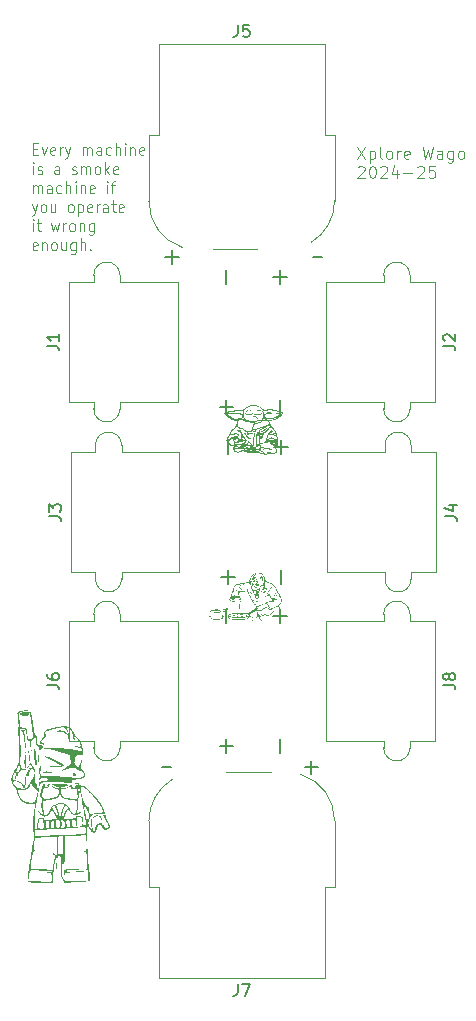
<source format=gbr>
%TF.GenerationSoftware,KiCad,Pcbnew,8.0.4*%
%TF.CreationDate,2024-10-15T19:46:00+02:00*%
%TF.ProjectId,power_hat,706f7765-725f-4686-9174-2e6b69636164,rev?*%
%TF.SameCoordinates,Original*%
%TF.FileFunction,Legend,Top*%
%TF.FilePolarity,Positive*%
%FSLAX46Y46*%
G04 Gerber Fmt 4.6, Leading zero omitted, Abs format (unit mm)*
G04 Created by KiCad (PCBNEW 8.0.4) date 2024-10-15 19:46:00*
%MOMM*%
%LPD*%
G01*
G04 APERTURE LIST*
%ADD10C,0.000000*%
%ADD11C,0.100000*%
%ADD12C,0.150000*%
%ADD13C,0.120000*%
G04 APERTURE END LIST*
D10*
G36*
X118059582Y-111172619D02*
G01*
X118066926Y-111173679D01*
X118073612Y-111175089D01*
X118079660Y-111176855D01*
X118085089Y-111178985D01*
X118089919Y-111181488D01*
X118094169Y-111184370D01*
X118097858Y-111187640D01*
X118101005Y-111191305D01*
X118103631Y-111195373D01*
X118105755Y-111199852D01*
X118107395Y-111204750D01*
X118108571Y-111210073D01*
X118109303Y-111215832D01*
X118109610Y-111222031D01*
X118109026Y-111235788D01*
X118106974Y-111251404D01*
X118103611Y-111268943D01*
X118100376Y-111284660D01*
X118098567Y-111307694D01*
X118098122Y-111337590D01*
X118098980Y-111373895D01*
X118104354Y-111463908D01*
X118114193Y-111574096D01*
X118128001Y-111700820D01*
X118145282Y-111840443D01*
X118165539Y-111989327D01*
X118188277Y-112143832D01*
X118217050Y-112333905D01*
X118239871Y-112508186D01*
X118256738Y-112668079D01*
X118267652Y-112814992D01*
X118272613Y-112950329D01*
X118271621Y-113075496D01*
X118264675Y-113191899D01*
X118251776Y-113300943D01*
X118239540Y-113388711D01*
X118229287Y-113485821D01*
X118221019Y-113589050D01*
X118214736Y-113695173D01*
X118210436Y-113800965D01*
X118208121Y-113903202D01*
X118207790Y-113998658D01*
X118209444Y-114084110D01*
X118211635Y-114207376D01*
X118212421Y-114297651D01*
X118212054Y-114330857D01*
X118211056Y-114356342D01*
X118209335Y-114374282D01*
X118206798Y-114384853D01*
X118205194Y-114387431D01*
X118203351Y-114388231D01*
X118201258Y-114387278D01*
X118198902Y-114384591D01*
X118193357Y-114374110D01*
X118186623Y-114356962D01*
X118169218Y-114303370D01*
X118145943Y-114225221D01*
X118133706Y-114179639D01*
X118123454Y-114130440D01*
X118115185Y-114077974D01*
X118108902Y-114022595D01*
X118104602Y-113964651D01*
X118102287Y-113904497D01*
X118101956Y-113842482D01*
X118103610Y-113778957D01*
X118107248Y-113714276D01*
X118112871Y-113648788D01*
X118120477Y-113582845D01*
X118130069Y-113516800D01*
X118141644Y-113451002D01*
X118155204Y-113385803D01*
X118170748Y-113321556D01*
X118188277Y-113258611D01*
X118194225Y-113238257D01*
X118198819Y-113219474D01*
X118202028Y-113202180D01*
X118203104Y-113194065D01*
X118203822Y-113186291D01*
X118204177Y-113178848D01*
X118204168Y-113171725D01*
X118203789Y-113164912D01*
X118203036Y-113158399D01*
X118201906Y-113152176D01*
X118200395Y-113146231D01*
X118198500Y-113140555D01*
X118196215Y-113135138D01*
X118193537Y-113129968D01*
X118190463Y-113125037D01*
X118186989Y-113120332D01*
X118183110Y-113115845D01*
X118178822Y-113111565D01*
X118174123Y-113107480D01*
X118169008Y-113103582D01*
X118163473Y-113099860D01*
X118157514Y-113096303D01*
X118151127Y-113092901D01*
X118137056Y-113086521D01*
X118121227Y-113080636D01*
X118103611Y-113075166D01*
X118066555Y-113065533D01*
X118051970Y-113061384D01*
X118040000Y-113057637D01*
X118030635Y-113054263D01*
X118023863Y-113051229D01*
X118021447Y-113049831D01*
X118019676Y-113048506D01*
X118018548Y-113047251D01*
X118018062Y-113046062D01*
X118018217Y-113044935D01*
X118019011Y-113043865D01*
X118020443Y-113042851D01*
X118022513Y-113041886D01*
X118028557Y-113040093D01*
X118037134Y-113038455D01*
X118048232Y-113036941D01*
X118061842Y-113035519D01*
X118096555Y-113032832D01*
X118123842Y-113031432D01*
X118136124Y-113030400D01*
X118147501Y-113028905D01*
X118157973Y-113026763D01*
X118167542Y-113023794D01*
X118171989Y-113021942D01*
X118176210Y-113019814D01*
X118180206Y-113017389D01*
X118183977Y-113014642D01*
X118187524Y-113011552D01*
X118190845Y-113008095D01*
X118193942Y-113004250D01*
X118196815Y-112999992D01*
X118199464Y-112995299D01*
X118201889Y-112990150D01*
X118204090Y-112984519D01*
X118206067Y-112978386D01*
X118207821Y-112971727D01*
X118209351Y-112964519D01*
X118211743Y-112948367D01*
X118213243Y-112929748D01*
X118213853Y-112908478D01*
X118213574Y-112884377D01*
X118212408Y-112857262D01*
X118210355Y-112826950D01*
X118207418Y-112793260D01*
X118203596Y-112756010D01*
X118198893Y-112715017D01*
X118193308Y-112670099D01*
X118186844Y-112621075D01*
X118171280Y-112509975D01*
X118152214Y-112380262D01*
X118103611Y-112059166D01*
X118067216Y-111824624D01*
X118036031Y-111640683D01*
X118007988Y-111501060D01*
X117994499Y-111445904D01*
X117981020Y-111399471D01*
X117967293Y-111360976D01*
X117953059Y-111329632D01*
X117938061Y-111304655D01*
X117922040Y-111285259D01*
X117904736Y-111270659D01*
X117885893Y-111260069D01*
X117865252Y-111252704D01*
X117842554Y-111247777D01*
X117822960Y-111243886D01*
X117806519Y-111240129D01*
X117793240Y-111236476D01*
X117787790Y-111234678D01*
X117783134Y-111232894D01*
X117779274Y-111231121D01*
X117776211Y-111229354D01*
X117773947Y-111227590D01*
X117772482Y-111225825D01*
X117771818Y-111224054D01*
X117771957Y-111222275D01*
X117772899Y-111220482D01*
X117774646Y-111218673D01*
X117777199Y-111216843D01*
X117780559Y-111214988D01*
X117784728Y-111213105D01*
X117789708Y-111211190D01*
X117802101Y-111207247D01*
X117817751Y-111203129D01*
X117836666Y-111198803D01*
X117858857Y-111194240D01*
X117884336Y-111189408D01*
X117913111Y-111184277D01*
X117945713Y-111179491D01*
X117974833Y-111175760D01*
X118000624Y-111173146D01*
X118023243Y-111171709D01*
X118042844Y-111171513D01*
X118059582Y-111172619D01*
G37*
G36*
X137586523Y-84593441D02*
G01*
X137599452Y-84594300D01*
X137612281Y-84595844D01*
X137625000Y-84598074D01*
X137637599Y-84600991D01*
X137650071Y-84604597D01*
X137662406Y-84608893D01*
X137674595Y-84613880D01*
X137686629Y-84619560D01*
X137698499Y-84625933D01*
X137710196Y-84633001D01*
X137721710Y-84640766D01*
X137733034Y-84649228D01*
X137744157Y-84658389D01*
X137755071Y-84668250D01*
X137765766Y-84678813D01*
X137774896Y-84687526D01*
X137783736Y-84696425D01*
X137792245Y-84705447D01*
X137800383Y-84714532D01*
X137808106Y-84723617D01*
X137815376Y-84732640D01*
X137822149Y-84741538D01*
X137828384Y-84750251D01*
X137834041Y-84758715D01*
X137839078Y-84766870D01*
X137843453Y-84774652D01*
X137847126Y-84782001D01*
X137850054Y-84788853D01*
X137852197Y-84795147D01*
X137852961Y-84798066D01*
X137853513Y-84800821D01*
X137853848Y-84803407D01*
X137853961Y-84805813D01*
X137853827Y-84807643D01*
X137853432Y-84809168D01*
X137852780Y-84810392D01*
X137851880Y-84811319D01*
X137850736Y-84811954D01*
X137849356Y-84812301D01*
X137847746Y-84812366D01*
X137845913Y-84812152D01*
X137841601Y-84810908D01*
X137836473Y-84808604D01*
X137830580Y-84805277D01*
X137823974Y-84800963D01*
X137816707Y-84795698D01*
X137808830Y-84789518D01*
X137800394Y-84782460D01*
X137791453Y-84774559D01*
X137782056Y-84765853D01*
X137772257Y-84756376D01*
X137762106Y-84746166D01*
X137751655Y-84735257D01*
X137728895Y-84711650D01*
X137706827Y-84691091D01*
X137696011Y-84681952D01*
X137685318Y-84673571D01*
X137674731Y-84665948D01*
X137664232Y-84659080D01*
X137653806Y-84652966D01*
X137643436Y-84647606D01*
X137633104Y-84642997D01*
X137622795Y-84639140D01*
X137612490Y-84636031D01*
X137602174Y-84633670D01*
X137591830Y-84632057D01*
X137581440Y-84631188D01*
X137570988Y-84631064D01*
X137560457Y-84631683D01*
X137549831Y-84633043D01*
X137539093Y-84635143D01*
X137528225Y-84637983D01*
X137517211Y-84641560D01*
X137506035Y-84645873D01*
X137494679Y-84650922D01*
X137483126Y-84656704D01*
X137471360Y-84663219D01*
X137459365Y-84670465D01*
X137447122Y-84678441D01*
X137421830Y-84696578D01*
X137395349Y-84717619D01*
X137384156Y-84727287D01*
X137373108Y-84736429D01*
X137362266Y-84745012D01*
X137351693Y-84753007D01*
X137341451Y-84760381D01*
X137331601Y-84767104D01*
X137322207Y-84773145D01*
X137313329Y-84778473D01*
X137305029Y-84783057D01*
X137297371Y-84786865D01*
X137290415Y-84789868D01*
X137287221Y-84791057D01*
X137284225Y-84792033D01*
X137281435Y-84792792D01*
X137278861Y-84793330D01*
X137276508Y-84793643D01*
X137274385Y-84793728D01*
X137272501Y-84793580D01*
X137270861Y-84793196D01*
X137269475Y-84792571D01*
X137268350Y-84791702D01*
X137267511Y-84790918D01*
X137266977Y-84789893D01*
X137266739Y-84788634D01*
X137266792Y-84787148D01*
X137267130Y-84785442D01*
X137267745Y-84783524D01*
X137269783Y-84779079D01*
X137272854Y-84773870D01*
X137276907Y-84767952D01*
X137281890Y-84761383D01*
X137287752Y-84754219D01*
X137294441Y-84746519D01*
X137301905Y-84738337D01*
X137310092Y-84729732D01*
X137318951Y-84720761D01*
X137328430Y-84711479D01*
X137338478Y-84701943D01*
X137349042Y-84692212D01*
X137360072Y-84682341D01*
X137373330Y-84671758D01*
X137386642Y-84661837D01*
X137399998Y-84652581D01*
X137413388Y-84643990D01*
X137426804Y-84636066D01*
X137440237Y-84628809D01*
X137453678Y-84622222D01*
X137467118Y-84616305D01*
X137480547Y-84611060D01*
X137493957Y-84606489D01*
X137507338Y-84602591D01*
X137520682Y-84599369D01*
X137533979Y-84596825D01*
X137547221Y-84594958D01*
X137560399Y-84593771D01*
X137573502Y-84593265D01*
X137586523Y-84593441D01*
G37*
G36*
X138935258Y-99562398D02*
G01*
X138936676Y-99562679D01*
X138938006Y-99563112D01*
X138939244Y-99563701D01*
X138940387Y-99564449D01*
X138941430Y-99565359D01*
X138942340Y-99566423D01*
X138943087Y-99567627D01*
X138943674Y-99568966D01*
X138944104Y-99570437D01*
X138944378Y-99572034D01*
X138944500Y-99573754D01*
X138944297Y-99577541D01*
X138943515Y-99581762D01*
X138942175Y-99586381D01*
X138940297Y-99591361D01*
X138937903Y-99596668D01*
X138935012Y-99602263D01*
X138931646Y-99608112D01*
X138927825Y-99614178D01*
X138923571Y-99620425D01*
X138918903Y-99626817D01*
X138913842Y-99633317D01*
X138908409Y-99639889D01*
X138902624Y-99646497D01*
X138895896Y-99654022D01*
X138889601Y-99661381D01*
X138883739Y-99668577D01*
X138878309Y-99675609D01*
X138873310Y-99682478D01*
X138868743Y-99689185D01*
X138864605Y-99695730D01*
X138860897Y-99702115D01*
X138857618Y-99708340D01*
X138854768Y-99714405D01*
X138852345Y-99720311D01*
X138850349Y-99726059D01*
X138848779Y-99731649D01*
X138847635Y-99737082D01*
X138846916Y-99742359D01*
X138846621Y-99747480D01*
X138846750Y-99752446D01*
X138847302Y-99757258D01*
X138848277Y-99761916D01*
X138849674Y-99766421D01*
X138851491Y-99770774D01*
X138853729Y-99774975D01*
X138856387Y-99779024D01*
X138859465Y-99782923D01*
X138862960Y-99786673D01*
X138866874Y-99790273D01*
X138871205Y-99793724D01*
X138875953Y-99797028D01*
X138881117Y-99800184D01*
X138886696Y-99803194D01*
X138892689Y-99806057D01*
X138899097Y-99808775D01*
X138902032Y-99809829D01*
X138904881Y-99811002D01*
X138907643Y-99812290D01*
X138910314Y-99813688D01*
X138912892Y-99815192D01*
X138915375Y-99816798D01*
X138917760Y-99818501D01*
X138920043Y-99820296D01*
X138922224Y-99822179D01*
X138924298Y-99824145D01*
X138926264Y-99826190D01*
X138928118Y-99828309D01*
X138929860Y-99830498D01*
X138931484Y-99832752D01*
X138932990Y-99835067D01*
X138934375Y-99837439D01*
X138935635Y-99839861D01*
X138936769Y-99842332D01*
X138937774Y-99844844D01*
X138938647Y-99847395D01*
X138939385Y-99849979D01*
X138939987Y-99852593D01*
X138940449Y-99855231D01*
X138940769Y-99857889D01*
X138940944Y-99860562D01*
X138940972Y-99863247D01*
X138940850Y-99865938D01*
X138940576Y-99868631D01*
X138940147Y-99871321D01*
X138939560Y-99874004D01*
X138938812Y-99876676D01*
X138937903Y-99879331D01*
X138935966Y-99885333D01*
X138934772Y-99891420D01*
X138934297Y-99897574D01*
X138934519Y-99903777D01*
X138935416Y-99910012D01*
X138936964Y-99916259D01*
X138939142Y-99922501D01*
X138941926Y-99928720D01*
X138945294Y-99934897D01*
X138949224Y-99941015D01*
X138953692Y-99947056D01*
X138958676Y-99953001D01*
X138970103Y-99964532D01*
X138983322Y-99975463D01*
X138998154Y-99985650D01*
X139014418Y-99994948D01*
X139031932Y-100003213D01*
X139050516Y-100010300D01*
X139069988Y-100016063D01*
X139090169Y-100020360D01*
X139110876Y-100023043D01*
X139121371Y-100023735D01*
X139131930Y-100023970D01*
X139152114Y-100022601D01*
X139171694Y-100019794D01*
X139190725Y-100015521D01*
X139209266Y-100009749D01*
X139227372Y-100002447D01*
X139245102Y-99993584D01*
X139262511Y-99983130D01*
X139279656Y-99971053D01*
X139296595Y-99957323D01*
X139313383Y-99941908D01*
X139330079Y-99924777D01*
X139346739Y-99905900D01*
X139363419Y-99885245D01*
X139380177Y-99862781D01*
X139397069Y-99838477D01*
X139414152Y-99812303D01*
X139422423Y-99798534D01*
X139430048Y-99786320D01*
X139437042Y-99775647D01*
X139440308Y-99770882D01*
X139443422Y-99766497D01*
X139446386Y-99762489D01*
X139449202Y-99758857D01*
X139451872Y-99755598D01*
X139454398Y-99752710D01*
X139456782Y-99750192D01*
X139459026Y-99748041D01*
X139461131Y-99746256D01*
X139463100Y-99744834D01*
X139464935Y-99743775D01*
X139466637Y-99743075D01*
X139468209Y-99742733D01*
X139469653Y-99742747D01*
X139470327Y-99742886D01*
X139470970Y-99743115D01*
X139472162Y-99743834D01*
X139473231Y-99744904D01*
X139474180Y-99746323D01*
X139475009Y-99748087D01*
X139475722Y-99750196D01*
X139476320Y-99752647D01*
X139476805Y-99755438D01*
X139477179Y-99758568D01*
X139477443Y-99762035D01*
X139477600Y-99765836D01*
X139477652Y-99769970D01*
X139477042Y-99777728D01*
X139475248Y-99786396D01*
X139472327Y-99795891D01*
X139468337Y-99806130D01*
X139463334Y-99817030D01*
X139457375Y-99828509D01*
X139450516Y-99840484D01*
X139442816Y-99852873D01*
X139434330Y-99865592D01*
X139425115Y-99878559D01*
X139415228Y-99891692D01*
X139404727Y-99904907D01*
X139393667Y-99918123D01*
X139382106Y-99931255D01*
X139370101Y-99944223D01*
X139357708Y-99956942D01*
X139345478Y-99969456D01*
X139333951Y-99981816D01*
X139323168Y-99993948D01*
X139313170Y-100005780D01*
X139303999Y-100017240D01*
X139295697Y-100028256D01*
X139288303Y-100038754D01*
X139281861Y-100048664D01*
X139276411Y-100057913D01*
X139271994Y-100066427D01*
X139270186Y-100070387D01*
X139268652Y-100074136D01*
X139267398Y-100077665D01*
X139266427Y-100080965D01*
X139265746Y-100084028D01*
X139265359Y-100086844D01*
X139265272Y-100089405D01*
X139265490Y-100091700D01*
X139266018Y-100093722D01*
X139266861Y-100095461D01*
X139268024Y-100096907D01*
X139269513Y-100098053D01*
X139273793Y-100100037D01*
X139279938Y-100102015D01*
X139297350Y-100105936D01*
X139320797Y-100109773D01*
X139349330Y-100113487D01*
X139381996Y-100117036D01*
X139417846Y-100120377D01*
X139495292Y-100126275D01*
X139515034Y-100127099D01*
X139534497Y-100128232D01*
X139553567Y-100129655D01*
X139572131Y-100131347D01*
X139590074Y-100133286D01*
X139607284Y-100135453D01*
X139623647Y-100137827D01*
X139639048Y-100140387D01*
X139653375Y-100143112D01*
X139666513Y-100145981D01*
X139678348Y-100148975D01*
X139688768Y-100152072D01*
X139697658Y-100155252D01*
X139704905Y-100158494D01*
X139707876Y-100160132D01*
X139710394Y-100161777D01*
X139712445Y-100163428D01*
X139714013Y-100165081D01*
X139715287Y-100166373D01*
X139715813Y-100167601D01*
X139715608Y-100168765D01*
X139714689Y-100169863D01*
X139710773Y-100171856D01*
X139704202Y-100173570D01*
X139695109Y-100174994D01*
X139683628Y-100176119D01*
X139654041Y-100177428D01*
X139616517Y-100177414D01*
X139572131Y-100175995D01*
X139521956Y-100173087D01*
X139467069Y-100168609D01*
X139432629Y-100165550D01*
X139400737Y-100162993D01*
X139371377Y-100160942D01*
X139344534Y-100159403D01*
X139320192Y-100158381D01*
X139298335Y-100157881D01*
X139278949Y-100157907D01*
X139262017Y-100158466D01*
X139254467Y-100158947D01*
X139247524Y-100159563D01*
X139241188Y-100160314D01*
X139235455Y-100161202D01*
X139230325Y-100162226D01*
X139225794Y-100163389D01*
X139221862Y-100164689D01*
X139218526Y-100166128D01*
X139215784Y-100167707D01*
X139213635Y-100169426D01*
X139212076Y-100171286D01*
X139211105Y-100173287D01*
X139210721Y-100175431D01*
X139210922Y-100177717D01*
X139211705Y-100180146D01*
X139213069Y-100182720D01*
X139215780Y-100187195D01*
X139217971Y-100191361D01*
X139219662Y-100195218D01*
X139220869Y-100198767D01*
X139221611Y-100202009D01*
X139221906Y-100204943D01*
X139221772Y-100207572D01*
X139221227Y-100209895D01*
X139220290Y-100211913D01*
X139218977Y-100213627D01*
X139217309Y-100215037D01*
X139215302Y-100216144D01*
X139212974Y-100216949D01*
X139210344Y-100217452D01*
X139207430Y-100217655D01*
X139204250Y-100217557D01*
X139200821Y-100217159D01*
X139197163Y-100216462D01*
X139193293Y-100215467D01*
X139189229Y-100214174D01*
X139180592Y-100210697D01*
X139171397Y-100206036D01*
X139161789Y-100200198D01*
X139151912Y-100193186D01*
X139141911Y-100185007D01*
X139136909Y-100180480D01*
X139131930Y-100175664D01*
X139126223Y-100170083D01*
X139120996Y-100165246D01*
X139118557Y-100163107D01*
X139116234Y-100161154D01*
X139114022Y-100159386D01*
X139111921Y-100157805D01*
X139109929Y-100156410D01*
X139108043Y-100155201D01*
X139106262Y-100154177D01*
X139104583Y-100153340D01*
X139103005Y-100152689D01*
X139101527Y-100152224D01*
X139100145Y-100151945D01*
X139098857Y-100151852D01*
X139097663Y-100151945D01*
X139096560Y-100152224D01*
X139095547Y-100152689D01*
X139094620Y-100153340D01*
X139093779Y-100154177D01*
X139093021Y-100155201D01*
X139092344Y-100156410D01*
X139091747Y-100157805D01*
X139091227Y-100159386D01*
X139090783Y-100161154D01*
X139090413Y-100163107D01*
X139090114Y-100165246D01*
X139089885Y-100167572D01*
X139089724Y-100170083D01*
X139089628Y-100172781D01*
X139089597Y-100175664D01*
X139089556Y-100177958D01*
X139089433Y-100180209D01*
X139089231Y-100182415D01*
X139088949Y-100184573D01*
X139088590Y-100186683D01*
X139088155Y-100188741D01*
X139087645Y-100190746D01*
X139087061Y-100192697D01*
X139086405Y-100194590D01*
X139085678Y-100196425D01*
X139084881Y-100198199D01*
X139084016Y-100199911D01*
X139083083Y-100201558D01*
X139082085Y-100203138D01*
X139081022Y-100204650D01*
X139079895Y-100206091D01*
X139078707Y-100207461D01*
X139077458Y-100208755D01*
X139076150Y-100209974D01*
X139074783Y-100211114D01*
X139073359Y-100212175D01*
X139071880Y-100213153D01*
X139070347Y-100214047D01*
X139068761Y-100214856D01*
X139067123Y-100215576D01*
X139065434Y-100216207D01*
X139063697Y-100216746D01*
X139061912Y-100217192D01*
X139060080Y-100217541D01*
X139058203Y-100217794D01*
X139056282Y-100217947D01*
X139054319Y-100217998D01*
X139052696Y-100217926D01*
X139051137Y-100217714D01*
X139049643Y-100217364D01*
X139048214Y-100216882D01*
X139046853Y-100216270D01*
X139045560Y-100215533D01*
X139044337Y-100214674D01*
X139043184Y-100213698D01*
X139042105Y-100212609D01*
X139041098Y-100211409D01*
X139040167Y-100210104D01*
X139039312Y-100208696D01*
X139038535Y-100207190D01*
X139037836Y-100205590D01*
X139036680Y-100202123D01*
X139035855Y-100198324D01*
X139035371Y-100194227D01*
X139035238Y-100189860D01*
X139035468Y-100185256D01*
X139036069Y-100180444D01*
X139037052Y-100175458D01*
X139038429Y-100170326D01*
X139040208Y-100165081D01*
X139041087Y-100162344D01*
X139041741Y-100159429D01*
X139042173Y-100156344D01*
X139042385Y-100153099D01*
X139042162Y-100146160D01*
X139041090Y-100138678D01*
X139039192Y-100130720D01*
X139036487Y-100122355D01*
X139032997Y-100113648D01*
X139028743Y-100104668D01*
X139023744Y-100095480D01*
X139018022Y-100086154D01*
X139011596Y-100076755D01*
X139004489Y-100067350D01*
X138996720Y-100058008D01*
X138988311Y-100048795D01*
X138979281Y-100039779D01*
X138969652Y-100031025D01*
X138960483Y-100022232D01*
X138951531Y-100013097D01*
X138942848Y-100003694D01*
X138934485Y-99994094D01*
X138926494Y-99984370D01*
X138918927Y-99974595D01*
X138911835Y-99964840D01*
X138905270Y-99955178D01*
X138899285Y-99945682D01*
X138893929Y-99936423D01*
X138889256Y-99927474D01*
X138885316Y-99918908D01*
X138882162Y-99910797D01*
X138879846Y-99903212D01*
X138879017Y-99899640D01*
X138878418Y-99896227D01*
X138878053Y-99892982D01*
X138877930Y-99889914D01*
X138877858Y-99887259D01*
X138877646Y-99884586D01*
X138877296Y-99881901D01*
X138876814Y-99879207D01*
X138876202Y-99876508D01*
X138875465Y-99873807D01*
X138874607Y-99871109D01*
X138873631Y-99868417D01*
X138872541Y-99865736D01*
X138871341Y-99863068D01*
X138868628Y-99857792D01*
X138865523Y-99852619D01*
X138862055Y-99847581D01*
X138858257Y-99842708D01*
X138854159Y-99838031D01*
X138849792Y-99833582D01*
X138845188Y-99829391D01*
X138840377Y-99825489D01*
X138835390Y-99821908D01*
X138830259Y-99818678D01*
X138825013Y-99815831D01*
X138819768Y-99813563D01*
X138814637Y-99810753D01*
X138809650Y-99807436D01*
X138804839Y-99803649D01*
X138800234Y-99799428D01*
X138795868Y-99794809D01*
X138791770Y-99789828D01*
X138787972Y-99784522D01*
X138784504Y-99778926D01*
X138781398Y-99773077D01*
X138778685Y-99767011D01*
X138776396Y-99760764D01*
X138774562Y-99754373D01*
X138773213Y-99747873D01*
X138772381Y-99741300D01*
X138772097Y-99734692D01*
X138771967Y-99725433D01*
X138771552Y-99717508D01*
X138770818Y-99710926D01*
X138770319Y-99708142D01*
X138769726Y-99705698D01*
X138769036Y-99703595D01*
X138768242Y-99701834D01*
X138767342Y-99700417D01*
X138766330Y-99699345D01*
X138765201Y-99698619D01*
X138763952Y-99698241D01*
X138762577Y-99698212D01*
X138761072Y-99698532D01*
X138759434Y-99699204D01*
X138757656Y-99700229D01*
X138755735Y-99701608D01*
X138753666Y-99703342D01*
X138751444Y-99705432D01*
X138749066Y-99707881D01*
X138743820Y-99713856D01*
X138737892Y-99721279D01*
X138731245Y-99730158D01*
X138723844Y-99740506D01*
X138715653Y-99752331D01*
X138702005Y-99770087D01*
X138686342Y-99787554D01*
X138668880Y-99804607D01*
X138649838Y-99821123D01*
X138629431Y-99836977D01*
X138607876Y-99852046D01*
X138585392Y-99866205D01*
X138562194Y-99879331D01*
X138538501Y-99891299D01*
X138514528Y-99901986D01*
X138490493Y-99911267D01*
X138466613Y-99919019D01*
X138443106Y-99925116D01*
X138420187Y-99929436D01*
X138398075Y-99931855D01*
X138376986Y-99932248D01*
X138366613Y-99932080D01*
X138358003Y-99931566D01*
X138351181Y-99930690D01*
X138346173Y-99929436D01*
X138344357Y-99928664D01*
X138343004Y-99927791D01*
X138342118Y-99926816D01*
X138341701Y-99925736D01*
X138341757Y-99924551D01*
X138342289Y-99923259D01*
X138343301Y-99921856D01*
X138344795Y-99920341D01*
X138349243Y-99916970D01*
X138355661Y-99913127D01*
X138364073Y-99908800D01*
X138374505Y-99903970D01*
X138386984Y-99898624D01*
X138401536Y-99892746D01*
X138436958Y-99879331D01*
X138451699Y-99873760D01*
X138466744Y-99867666D01*
X138481986Y-99861107D01*
X138497316Y-99854140D01*
X138512625Y-99846822D01*
X138527805Y-99839209D01*
X138542747Y-99831359D01*
X138557343Y-99823328D01*
X138571485Y-99815172D01*
X138585063Y-99806950D01*
X138597969Y-99798717D01*
X138610095Y-99790530D01*
X138621332Y-99782447D01*
X138631572Y-99774524D01*
X138640705Y-99766819D01*
X138648625Y-99759387D01*
X138660407Y-99746953D01*
X138670618Y-99735988D01*
X138679259Y-99726303D01*
X138682990Y-99721884D01*
X138686328Y-99717715D01*
X138689274Y-99713773D01*
X138691827Y-99710036D01*
X138693987Y-99706479D01*
X138695754Y-99703080D01*
X138697129Y-99699815D01*
X138698110Y-99696662D01*
X138698700Y-99693596D01*
X138698896Y-99690595D01*
X138698700Y-99687635D01*
X138698110Y-99684693D01*
X138697129Y-99681747D01*
X138695754Y-99678771D01*
X138693987Y-99675744D01*
X138691827Y-99672643D01*
X138689274Y-99669442D01*
X138686328Y-99666121D01*
X138682990Y-99662655D01*
X138679259Y-99659021D01*
X138670618Y-99651155D01*
X138660407Y-99642339D01*
X138648625Y-99632387D01*
X138625474Y-99614817D01*
X138616379Y-99607690D01*
X138608937Y-99601629D01*
X138603149Y-99596601D01*
X138599015Y-99592575D01*
X138597568Y-99590928D01*
X138596535Y-99589521D01*
X138595915Y-99588349D01*
X138595708Y-99587407D01*
X138595915Y-99586694D01*
X138596535Y-99586203D01*
X138597568Y-99585933D01*
X138599015Y-99585878D01*
X138600876Y-99586035D01*
X138603149Y-99586400D01*
X138608937Y-99587738D01*
X138616379Y-99589862D01*
X138625474Y-99592740D01*
X138648625Y-99600637D01*
X138676276Y-99610558D01*
X138701163Y-99619157D01*
X138723496Y-99626433D01*
X138733772Y-99629575D01*
X138743489Y-99632387D01*
X138752674Y-99634867D01*
X138761353Y-99637017D01*
X138769552Y-99638836D01*
X138777299Y-99640324D01*
X138784620Y-99641482D01*
X138791540Y-99642308D01*
X138798088Y-99642805D01*
X138804288Y-99642970D01*
X138810168Y-99642805D01*
X138815754Y-99642308D01*
X138821073Y-99641482D01*
X138826151Y-99640324D01*
X138831014Y-99638836D01*
X138835689Y-99637017D01*
X138840203Y-99634867D01*
X138844582Y-99632387D01*
X138848852Y-99629575D01*
X138853040Y-99626433D01*
X138857173Y-99622961D01*
X138861277Y-99619157D01*
X138865378Y-99615023D01*
X138869503Y-99610558D01*
X138873678Y-99605763D01*
X138877930Y-99600637D01*
X138882596Y-99595473D01*
X138887314Y-99590584D01*
X138892053Y-99585994D01*
X138896782Y-99581730D01*
X138901469Y-99577817D01*
X138906083Y-99574281D01*
X138910595Y-99571149D01*
X138914972Y-99568446D01*
X138917100Y-99567263D01*
X138919183Y-99566197D01*
X138921218Y-99565251D01*
X138923199Y-99564429D01*
X138925123Y-99563733D01*
X138926987Y-99563167D01*
X138928786Y-99562734D01*
X138930516Y-99562437D01*
X138932174Y-99562280D01*
X138933756Y-99562266D01*
X138935258Y-99562398D01*
G37*
G36*
X119108145Y-111662291D02*
G01*
X119115371Y-111680539D01*
X119121802Y-111699470D01*
X119127384Y-111718938D01*
X119132068Y-111738799D01*
X119135801Y-111758908D01*
X119138531Y-111779120D01*
X119140207Y-111799291D01*
X119140777Y-111819276D01*
X119141749Y-111881133D01*
X119144581Y-111942060D01*
X119149149Y-112001622D01*
X119155329Y-112059386D01*
X119162998Y-112114917D01*
X119172031Y-112167782D01*
X119182304Y-112217547D01*
X119193694Y-112263777D01*
X119206075Y-112306038D01*
X119219325Y-112343896D01*
X119233319Y-112376917D01*
X119247933Y-112404667D01*
X119263043Y-112426713D01*
X119278525Y-112442619D01*
X119286367Y-112448134D01*
X119294256Y-112451951D01*
X119302175Y-112454017D01*
X119310110Y-112454277D01*
X119338673Y-112451604D01*
X119366134Y-112450175D01*
X119392470Y-112449953D01*
X119417652Y-112450900D01*
X119441657Y-112452979D01*
X119464458Y-112456153D01*
X119486028Y-112460382D01*
X119506343Y-112465632D01*
X119525376Y-112471863D01*
X119543102Y-112479038D01*
X119559495Y-112487121D01*
X119574528Y-112496073D01*
X119588177Y-112505857D01*
X119600415Y-112516435D01*
X119611216Y-112527770D01*
X119620555Y-112539825D01*
X119628405Y-112552563D01*
X119634742Y-112565945D01*
X119639538Y-112579934D01*
X119642769Y-112594492D01*
X119644408Y-112609583D01*
X119644429Y-112625169D01*
X119642808Y-112641212D01*
X119639517Y-112657676D01*
X119634531Y-112674521D01*
X119627824Y-112691711D01*
X119619371Y-112709209D01*
X119609145Y-112726977D01*
X119597121Y-112744978D01*
X119583272Y-112763173D01*
X119567574Y-112781526D01*
X119550000Y-112800000D01*
X119528015Y-112820918D01*
X119517410Y-112830199D01*
X119507074Y-112838695D01*
X119497011Y-112846405D01*
X119487228Y-112853330D01*
X119477732Y-112859469D01*
X119468530Y-112864822D01*
X119459627Y-112869390D01*
X119451030Y-112873173D01*
X119442746Y-112876170D01*
X119434782Y-112878382D01*
X119427142Y-112879808D01*
X119419835Y-112880449D01*
X119412866Y-112880304D01*
X119406242Y-112879374D01*
X119399970Y-112877659D01*
X119394055Y-112875157D01*
X119388505Y-112871871D01*
X119383326Y-112867799D01*
X119378524Y-112862941D01*
X119374105Y-112857298D01*
X119370077Y-112850869D01*
X119366445Y-112843655D01*
X119363216Y-112835656D01*
X119360397Y-112826871D01*
X119357994Y-112817300D01*
X119356013Y-112806944D01*
X119354461Y-112795803D01*
X119353345Y-112783876D01*
X119352670Y-112771164D01*
X119352444Y-112757666D01*
X119351712Y-112744040D01*
X119349564Y-112729691D01*
X119346072Y-112714723D01*
X119341309Y-112699237D01*
X119335348Y-112683338D01*
X119328259Y-112667129D01*
X119320117Y-112650713D01*
X119310993Y-112634193D01*
X119300959Y-112617674D01*
X119290088Y-112601258D01*
X119278452Y-112585049D01*
X119266124Y-112569150D01*
X119253175Y-112553664D01*
X119239679Y-112538695D01*
X119225708Y-112524347D01*
X119211333Y-112510721D01*
X119201617Y-112502678D01*
X119192307Y-112494414D01*
X119183399Y-112485915D01*
X119174884Y-112477166D01*
X119166757Y-112468154D01*
X119159011Y-112458864D01*
X119151639Y-112449282D01*
X119144636Y-112439394D01*
X119137994Y-112429186D01*
X119131708Y-112418643D01*
X119125771Y-112407751D01*
X119120176Y-112396496D01*
X119114916Y-112384864D01*
X119109987Y-112372840D01*
X119105380Y-112360411D01*
X119101090Y-112347562D01*
X119097109Y-112334279D01*
X119093433Y-112320547D01*
X119086965Y-112291682D01*
X119081633Y-112260854D01*
X119077387Y-112227948D01*
X119074175Y-112192851D01*
X119071944Y-112155449D01*
X119070643Y-112115629D01*
X119070221Y-112073277D01*
X119069574Y-112008991D01*
X119067686Y-111949253D01*
X119064641Y-111895303D01*
X119060520Y-111848381D01*
X119055408Y-111809727D01*
X119052506Y-111793888D01*
X119049386Y-111780582D01*
X119046060Y-111769962D01*
X119042537Y-111762185D01*
X119038829Y-111757405D01*
X119036908Y-111756187D01*
X119034944Y-111755777D01*
X119032735Y-111756023D01*
X119030087Y-111756754D01*
X119027015Y-111757957D01*
X119023534Y-111759622D01*
X119015411Y-111764288D01*
X119005840Y-111770660D01*
X118994947Y-111778644D01*
X118982854Y-111788147D01*
X118969687Y-111799077D01*
X118955569Y-111811339D01*
X118940624Y-111824842D01*
X118924977Y-111839493D01*
X118908750Y-111855197D01*
X118892069Y-111871863D01*
X118875057Y-111889397D01*
X118857839Y-111907706D01*
X118840537Y-111926697D01*
X118823278Y-111946277D01*
X118795803Y-111978227D01*
X118771491Y-112008399D01*
X118750197Y-112037496D01*
X118740636Y-112051861D01*
X118731776Y-112066221D01*
X118723598Y-112080664D01*
X118716083Y-112095277D01*
X118709215Y-112110149D01*
X118702975Y-112125367D01*
X118697344Y-112141019D01*
X118692305Y-112157193D01*
X118687840Y-112173976D01*
X118683930Y-112191457D01*
X118680558Y-112209724D01*
X118677705Y-112228864D01*
X118675353Y-112248966D01*
X118673484Y-112270116D01*
X118672081Y-112292403D01*
X118671124Y-112315915D01*
X118670480Y-112366964D01*
X118671407Y-112423967D01*
X118673760Y-112487625D01*
X118677394Y-112558643D01*
X118682166Y-112637721D01*
X118710388Y-113131611D01*
X118646889Y-112708277D01*
X118615470Y-112536518D01*
X118586035Y-112381957D01*
X118572682Y-112316500D01*
X118560569Y-112261792D01*
X118549944Y-112219983D01*
X118541056Y-112193221D01*
X118539836Y-112189254D01*
X118538820Y-112185294D01*
X118538005Y-112181350D01*
X118537390Y-112177429D01*
X118536971Y-112173539D01*
X118536746Y-112169688D01*
X118536712Y-112165883D01*
X118536866Y-112162133D01*
X118537207Y-112158444D01*
X118537731Y-112154825D01*
X118538436Y-112151284D01*
X118539319Y-112147829D01*
X118540378Y-112144466D01*
X118541610Y-112141204D01*
X118543012Y-112138050D01*
X118544583Y-112135013D01*
X118546319Y-112132100D01*
X118548217Y-112129318D01*
X118550276Y-112126676D01*
X118552492Y-112124182D01*
X118554864Y-112121842D01*
X118557388Y-112119665D01*
X118560062Y-112117659D01*
X118562883Y-112115831D01*
X118565849Y-112114189D01*
X118568956Y-112112741D01*
X118572204Y-112111494D01*
X118575588Y-112110457D01*
X118579107Y-112109636D01*
X118582758Y-112109041D01*
X118586537Y-112108678D01*
X118590444Y-112108555D01*
X118594330Y-112108493D01*
X118598049Y-112108312D01*
X118601600Y-112108014D01*
X118604982Y-112107604D01*
X118608194Y-112107085D01*
X118611233Y-112106462D01*
X118614100Y-112105738D01*
X118616792Y-112104917D01*
X118619309Y-112104003D01*
X118621648Y-112103000D01*
X118623809Y-112101911D01*
X118625791Y-112100741D01*
X118627592Y-112099494D01*
X118629210Y-112098173D01*
X118630645Y-112096782D01*
X118631896Y-112095325D01*
X118632960Y-112093807D01*
X118633837Y-112092230D01*
X118634525Y-112090599D01*
X118635024Y-112088918D01*
X118635331Y-112087190D01*
X118635446Y-112085419D01*
X118635367Y-112083610D01*
X118635093Y-112081765D01*
X118634622Y-112079890D01*
X118633954Y-112077988D01*
X118633087Y-112076062D01*
X118632020Y-112074117D01*
X118630751Y-112072157D01*
X118629279Y-112070185D01*
X118627603Y-112068205D01*
X118625722Y-112066221D01*
X118622974Y-112063719D01*
X118620027Y-112061501D01*
X118616889Y-112059563D01*
X118613568Y-112057898D01*
X118610070Y-112056502D01*
X118606405Y-112055369D01*
X118602580Y-112054495D01*
X118598602Y-112053874D01*
X118594480Y-112053501D01*
X118590220Y-112053371D01*
X118585832Y-112053479D01*
X118581321Y-112053819D01*
X118576698Y-112054387D01*
X118571968Y-112055176D01*
X118567140Y-112056183D01*
X118562222Y-112057402D01*
X118552145Y-112060454D01*
X118541799Y-112064292D01*
X118531247Y-112068874D01*
X118520550Y-112074159D01*
X118509770Y-112080105D01*
X118498970Y-112086671D01*
X118488210Y-112093816D01*
X118477555Y-112101499D01*
X118469781Y-112107799D01*
X118462326Y-112113452D01*
X118455178Y-112118430D01*
X118448326Y-112122707D01*
X118441759Y-112126255D01*
X118435464Y-112129048D01*
X118429430Y-112131057D01*
X118423646Y-112132257D01*
X118418099Y-112132619D01*
X118412778Y-112132117D01*
X118410199Y-112131534D01*
X118407672Y-112130724D01*
X118405196Y-112129684D01*
X118402769Y-112128412D01*
X118398056Y-112125154D01*
X118393524Y-112120924D01*
X118389159Y-112115694D01*
X118384951Y-112109436D01*
X118380887Y-112102125D01*
X118376956Y-112093732D01*
X118373147Y-112084231D01*
X118369448Y-112073594D01*
X118365846Y-112061794D01*
X118362332Y-112048805D01*
X118358892Y-112034598D01*
X118355516Y-112019148D01*
X118352191Y-112002426D01*
X118348906Y-111984406D01*
X118345650Y-111965060D01*
X118342411Y-111944362D01*
X118335936Y-111898799D01*
X118329389Y-111847499D01*
X118295048Y-111610160D01*
X118279221Y-111512559D01*
X118263683Y-111427804D01*
X118247980Y-111354997D01*
X118231657Y-111293238D01*
X118214260Y-111241629D01*
X118195332Y-111199270D01*
X118174421Y-111165262D01*
X118163079Y-111151108D01*
X118151070Y-111138705D01*
X118138338Y-111127940D01*
X118124825Y-111118701D01*
X118110476Y-111110876D01*
X118095232Y-111104351D01*
X118061835Y-111094754D01*
X118024181Y-111089013D01*
X117981813Y-111086228D01*
X117934278Y-111085499D01*
X117694388Y-111085499D01*
X117708499Y-111685222D01*
X117722831Y-111948592D01*
X117732560Y-112085445D01*
X117743777Y-112220561D01*
X117756317Y-112350056D01*
X117770015Y-112470041D01*
X117784705Y-112576633D01*
X117800222Y-112665943D01*
X117808824Y-112714324D01*
X117816124Y-112761620D01*
X117822143Y-112807903D01*
X117826901Y-112853246D01*
X117830418Y-112897720D01*
X117832716Y-112941399D01*
X117833815Y-112984354D01*
X117833735Y-113026658D01*
X117832499Y-113068384D01*
X117830125Y-113109602D01*
X117826635Y-113150387D01*
X117822049Y-113190810D01*
X117816389Y-113230944D01*
X117809675Y-113270860D01*
X117801927Y-113310632D01*
X117793166Y-113350332D01*
X117784400Y-113384764D01*
X117776616Y-113421728D01*
X117769803Y-113460945D01*
X117763952Y-113502137D01*
X117759051Y-113545023D01*
X117755091Y-113589325D01*
X117752061Y-113634764D01*
X117749951Y-113681061D01*
X117748449Y-113775113D01*
X117750502Y-113869247D01*
X117756028Y-113961231D01*
X117760068Y-114005719D01*
X117764945Y-114048833D01*
X117779979Y-114170927D01*
X117787408Y-114221163D01*
X117795261Y-114264909D01*
X117803900Y-114302702D01*
X117813685Y-114335079D01*
X117819121Y-114349404D01*
X117824980Y-114362577D01*
X117831306Y-114374665D01*
X117838145Y-114385735D01*
X117845543Y-114395854D01*
X117853543Y-114405090D01*
X117862192Y-114413509D01*
X117871535Y-114421178D01*
X117881617Y-114428166D01*
X117892483Y-114434538D01*
X117904178Y-114440363D01*
X117916748Y-114445707D01*
X117944693Y-114455223D01*
X117976679Y-114463622D01*
X118013068Y-114471442D01*
X118054221Y-114479221D01*
X118106914Y-114490023D01*
X118151318Y-114501146D01*
X118170456Y-114506772D01*
X118187577Y-114512413D01*
X118202698Y-114518046D01*
X118215837Y-114523649D01*
X118227013Y-114529201D01*
X118236243Y-114534679D01*
X118243545Y-114540061D01*
X118248938Y-114545326D01*
X118252439Y-114550451D01*
X118254068Y-114555415D01*
X118253841Y-114560195D01*
X118251777Y-114564770D01*
X118247894Y-114569117D01*
X118242210Y-114573216D01*
X118234743Y-114577042D01*
X118225511Y-114580576D01*
X118214533Y-114583794D01*
X118201826Y-114586676D01*
X118187409Y-114589198D01*
X118171300Y-114591339D01*
X118134075Y-114594389D01*
X118090298Y-114595652D01*
X118040114Y-114594951D01*
X117983666Y-114592110D01*
X117944717Y-114588789D01*
X117909541Y-114587039D01*
X117893203Y-114586882D01*
X117877611Y-114587273D01*
X117862698Y-114588264D01*
X117848398Y-114589905D01*
X117834646Y-114592250D01*
X117821377Y-114595348D01*
X117808523Y-114599253D01*
X117796019Y-114604016D01*
X117783800Y-114609689D01*
X117771798Y-114616322D01*
X117759950Y-114623969D01*
X117748187Y-114632680D01*
X117736446Y-114642507D01*
X117724659Y-114653502D01*
X117712761Y-114665716D01*
X117700686Y-114679202D01*
X117688369Y-114694011D01*
X117675742Y-114710194D01*
X117649299Y-114746891D01*
X117620831Y-114789707D01*
X117589809Y-114839055D01*
X117555708Y-114895347D01*
X117518000Y-114958999D01*
X117473227Y-115038774D01*
X117429695Y-115113009D01*
X117388643Y-115180133D01*
X117351312Y-115238576D01*
X117318941Y-115286766D01*
X117292772Y-115323132D01*
X117274045Y-115346104D01*
X117267859Y-115352076D01*
X117263999Y-115354111D01*
X117262138Y-115353926D01*
X117260521Y-115353380D01*
X117259144Y-115352483D01*
X117258004Y-115351244D01*
X117257097Y-115349675D01*
X117256418Y-115347785D01*
X117255964Y-115345586D01*
X117255730Y-115343086D01*
X117255714Y-115340297D01*
X117255911Y-115337230D01*
X117256318Y-115333893D01*
X117256929Y-115330298D01*
X117257743Y-115326455D01*
X117258753Y-115322374D01*
X117261353Y-115313541D01*
X117264696Y-115303881D01*
X117268753Y-115293476D01*
X117273492Y-115282411D01*
X117278882Y-115270766D01*
X117284892Y-115258625D01*
X117291491Y-115246071D01*
X117298648Y-115233187D01*
X117306333Y-115220054D01*
X117312939Y-115204701D01*
X117319493Y-115187849D01*
X117325944Y-115169654D01*
X117332240Y-115150271D01*
X117338329Y-115129853D01*
X117344160Y-115108557D01*
X117349681Y-115086538D01*
X117354840Y-115063950D01*
X117359585Y-115040949D01*
X117363866Y-115017690D01*
X117367629Y-114994327D01*
X117370825Y-114971016D01*
X117373400Y-114947911D01*
X117375303Y-114925168D01*
X117376483Y-114902943D01*
X117376888Y-114881388D01*
X117377136Y-114855087D01*
X117377880Y-114831710D01*
X117379120Y-114811206D01*
X117380857Y-114793524D01*
X117383089Y-114778612D01*
X117385818Y-114766418D01*
X117389042Y-114756891D01*
X117390841Y-114753111D01*
X117392763Y-114749978D01*
X117394809Y-114747486D01*
X117396980Y-114745629D01*
X117399274Y-114744399D01*
X117401693Y-114743791D01*
X117404235Y-114743797D01*
X117406902Y-114744413D01*
X117409693Y-114745630D01*
X117412607Y-114747442D01*
X117415646Y-114749844D01*
X117418808Y-114752829D01*
X117425506Y-114760520D01*
X117432699Y-114770464D01*
X117440389Y-114782610D01*
X117449408Y-114794008D01*
X117459211Y-114801858D01*
X117469714Y-114806333D01*
X117480834Y-114807608D01*
X117492486Y-114805854D01*
X117504586Y-114801244D01*
X117517051Y-114793953D01*
X117529796Y-114784153D01*
X117542737Y-114772018D01*
X117555791Y-114757719D01*
X117568873Y-114741431D01*
X117581899Y-114723327D01*
X117607450Y-114682361D01*
X117631770Y-114636207D01*
X117654189Y-114586250D01*
X117674035Y-114533874D01*
X117690635Y-114480465D01*
X117703318Y-114427407D01*
X117707981Y-114401443D01*
X117711412Y-114376085D01*
X117713528Y-114351509D01*
X117714246Y-114327885D01*
X117713480Y-114305388D01*
X117711147Y-114284191D01*
X117707163Y-114264467D01*
X117701444Y-114246388D01*
X117692571Y-114226555D01*
X117684370Y-114209429D01*
X117680473Y-114201901D01*
X117676685Y-114195073D01*
X117672989Y-114188954D01*
X117669363Y-114183550D01*
X117665789Y-114178869D01*
X117662247Y-114174920D01*
X117658718Y-114171709D01*
X117655183Y-114169246D01*
X117651622Y-114167536D01*
X117648015Y-114166589D01*
X117644345Y-114166412D01*
X117640590Y-114167013D01*
X117636731Y-114168399D01*
X117632750Y-114170579D01*
X117628627Y-114173559D01*
X117624343Y-114177348D01*
X117619877Y-114181954D01*
X117615212Y-114187384D01*
X117610326Y-114193646D01*
X117605202Y-114200747D01*
X117599819Y-114208696D01*
X117594159Y-114217501D01*
X117581927Y-114237706D01*
X117568352Y-114261426D01*
X117553278Y-114288721D01*
X117544272Y-114307549D01*
X117535804Y-114326893D01*
X117527915Y-114346609D01*
X117520645Y-114366553D01*
X117514038Y-114386579D01*
X117508133Y-114406544D01*
X117502972Y-114426301D01*
X117498596Y-114445707D01*
X117495048Y-114464617D01*
X117492368Y-114482887D01*
X117490597Y-114500370D01*
X117489777Y-114516924D01*
X117489949Y-114532403D01*
X117491155Y-114546662D01*
X117493436Y-114559557D01*
X117496833Y-114570943D01*
X117501632Y-114585910D01*
X117505459Y-114599069D01*
X117508336Y-114610429D01*
X117510282Y-114620001D01*
X117511319Y-114627796D01*
X117511503Y-114631030D01*
X117511468Y-114633823D01*
X117511215Y-114636177D01*
X117510748Y-114638093D01*
X117510069Y-114639573D01*
X117509180Y-114640617D01*
X117508085Y-114641227D01*
X117506786Y-114641404D01*
X117505285Y-114641150D01*
X117503585Y-114640465D01*
X117501689Y-114639352D01*
X117499600Y-114637811D01*
X117497318Y-114635844D01*
X117494849Y-114633451D01*
X117489354Y-114627397D01*
X117483136Y-114619657D01*
X117476215Y-114610244D01*
X117468611Y-114599166D01*
X117460710Y-114590557D01*
X117451622Y-114585775D01*
X117441440Y-114584636D01*
X117430260Y-114586957D01*
X117418176Y-114592554D01*
X117405281Y-114601243D01*
X117391671Y-114612843D01*
X117377440Y-114627168D01*
X117362681Y-114644035D01*
X117347490Y-114663262D01*
X117316186Y-114708058D01*
X117284282Y-114760090D01*
X117252534Y-114817888D01*
X117221695Y-114879986D01*
X117192520Y-114944916D01*
X117165764Y-115011210D01*
X117142181Y-115077400D01*
X117122525Y-115142020D01*
X117107550Y-115203601D01*
X117102055Y-115232793D01*
X117098013Y-115260676D01*
X117095518Y-115287065D01*
X117094666Y-115311777D01*
X117095017Y-115335606D01*
X117096154Y-115356894D01*
X117098201Y-115375742D01*
X117099604Y-115384283D01*
X117101280Y-115392254D01*
X117103247Y-115399667D01*
X117105518Y-115406534D01*
X117108110Y-115412869D01*
X117111037Y-115418685D01*
X117114316Y-115423994D01*
X117117962Y-115428810D01*
X117121990Y-115433145D01*
X117126416Y-115437013D01*
X117131255Y-115440426D01*
X117136524Y-115443397D01*
X117142237Y-115445939D01*
X117148409Y-115448065D01*
X117155058Y-115449788D01*
X117162197Y-115451120D01*
X117169842Y-115452076D01*
X117178010Y-115452667D01*
X117186714Y-115452907D01*
X117195972Y-115452809D01*
X117216209Y-115451647D01*
X117238843Y-115449288D01*
X117263999Y-115445832D01*
X117285146Y-115442598D01*
X117307503Y-115440799D01*
X117355390Y-115441285D01*
X117406750Y-115446855D01*
X117460673Y-115457077D01*
X117516249Y-115471515D01*
X117572569Y-115489737D01*
X117628725Y-115511306D01*
X117683805Y-115535791D01*
X117736901Y-115562755D01*
X117787103Y-115591767D01*
X117833501Y-115622390D01*
X117875187Y-115654192D01*
X117911250Y-115686738D01*
X117940781Y-115719594D01*
X117952813Y-115736002D01*
X117962871Y-115752326D01*
X117970841Y-115768509D01*
X117976610Y-115784499D01*
X117983944Y-115805776D01*
X117991381Y-115824654D01*
X117998897Y-115841172D01*
X118006472Y-115855372D01*
X118014083Y-115867293D01*
X118021708Y-115876974D01*
X118029325Y-115884457D01*
X118036913Y-115889781D01*
X118044449Y-115892987D01*
X118048191Y-115893808D01*
X118051911Y-115894114D01*
X118055608Y-115893910D01*
X118059278Y-115893202D01*
X118066527Y-115890291D01*
X118073637Y-115885422D01*
X118080585Y-115878635D01*
X118087350Y-115869969D01*
X118093909Y-115859465D01*
X118100241Y-115847162D01*
X118106324Y-115833101D01*
X118112135Y-115817322D01*
X118117653Y-115799865D01*
X118122856Y-115780769D01*
X118127721Y-115760075D01*
X118132228Y-115737824D01*
X118136353Y-115714054D01*
X118140075Y-115688806D01*
X118143373Y-115662121D01*
X118146223Y-115634038D01*
X118148604Y-115604596D01*
X118150494Y-115573838D01*
X118151872Y-115541801D01*
X118152714Y-115508527D01*
X118153000Y-115474055D01*
X118155644Y-115397630D01*
X118163239Y-115317413D01*
X118175278Y-115234736D01*
X118191254Y-115150932D01*
X118210662Y-115067335D01*
X118232995Y-114985278D01*
X118257746Y-114906094D01*
X118284409Y-114831117D01*
X118312478Y-114761679D01*
X118341446Y-114699115D01*
X118370807Y-114644756D01*
X118400054Y-114599937D01*
X118428681Y-114565991D01*
X118442604Y-114553512D01*
X118456182Y-114544251D01*
X118469351Y-114538375D01*
X118482049Y-114536050D01*
X118494212Y-114537443D01*
X118505777Y-114542722D01*
X118509643Y-114544582D01*
X118513303Y-114546194D01*
X118516759Y-114547558D01*
X118520012Y-114548675D01*
X118523064Y-114549543D01*
X118525915Y-114550163D01*
X118528568Y-114550535D01*
X118531022Y-114550659D01*
X118533281Y-114550535D01*
X118535344Y-114550163D01*
X118537214Y-114549543D01*
X118538891Y-114548675D01*
X118540377Y-114547558D01*
X118541673Y-114546194D01*
X118542780Y-114544582D01*
X118543700Y-114542721D01*
X118544434Y-114540613D01*
X118544984Y-114538257D01*
X118545350Y-114535652D01*
X118545533Y-114532800D01*
X118545536Y-114529699D01*
X118545359Y-114526350D01*
X118545004Y-114522754D01*
X118544472Y-114518909D01*
X118543765Y-114514816D01*
X118542883Y-114510475D01*
X118541827Y-114505886D01*
X118540600Y-114501049D01*
X118537636Y-114490631D01*
X118534000Y-114479221D01*
X118531520Y-114472069D01*
X118529375Y-114465163D01*
X118527568Y-114458503D01*
X118526104Y-114452088D01*
X118524985Y-114445915D01*
X118524217Y-114439983D01*
X118523803Y-114434292D01*
X118523747Y-114428840D01*
X118524053Y-114423626D01*
X118524724Y-114418648D01*
X118525764Y-114413905D01*
X118527178Y-114409396D01*
X118528970Y-114405120D01*
X118531142Y-114401075D01*
X118533699Y-114397259D01*
X118536645Y-114393673D01*
X118539984Y-114390314D01*
X118543720Y-114387181D01*
X118547856Y-114384272D01*
X118552396Y-114381587D01*
X118557345Y-114379125D01*
X118562706Y-114376883D01*
X118568482Y-114374861D01*
X118574679Y-114373057D01*
X118581299Y-114371471D01*
X118588347Y-114370100D01*
X118595827Y-114368943D01*
X118603741Y-114368000D01*
X118612096Y-114367269D01*
X118620893Y-114366748D01*
X118639832Y-114366333D01*
X118655893Y-114366066D01*
X118671000Y-114365272D01*
X118685151Y-114363961D01*
X118698344Y-114362143D01*
X118710575Y-114359830D01*
X118721843Y-114357031D01*
X118732144Y-114353756D01*
X118741476Y-114350017D01*
X118749837Y-114345822D01*
X118757224Y-114341183D01*
X118763634Y-114336110D01*
X118769065Y-114330614D01*
X118773514Y-114324704D01*
X118776978Y-114318391D01*
X118779456Y-114311685D01*
X118780944Y-114304596D01*
X118781439Y-114297136D01*
X118780940Y-114289314D01*
X118779444Y-114281140D01*
X118776947Y-114272626D01*
X118773448Y-114263780D01*
X118768945Y-114254615D01*
X118763433Y-114245139D01*
X118756911Y-114235363D01*
X118749376Y-114225299D01*
X118740826Y-114214955D01*
X118731258Y-114204342D01*
X118720669Y-114193471D01*
X118709057Y-114182352D01*
X118696419Y-114170995D01*
X118682753Y-114159411D01*
X118668056Y-114147610D01*
X118653914Y-114135202D01*
X118640578Y-114124417D01*
X118628027Y-114115224D01*
X118616241Y-114107592D01*
X118610628Y-114104351D01*
X118605199Y-114101489D01*
X118599951Y-114099001D01*
X118594881Y-114096884D01*
X118589987Y-114095134D01*
X118585266Y-114093747D01*
X118580715Y-114092720D01*
X118576333Y-114092047D01*
X118572115Y-114091726D01*
X118568061Y-114091753D01*
X118564167Y-114092123D01*
X118560430Y-114092833D01*
X118556848Y-114093879D01*
X118553419Y-114095256D01*
X118550140Y-114096962D01*
X118547008Y-114098993D01*
X118544021Y-114101343D01*
X118541175Y-114104010D01*
X118538470Y-114106990D01*
X118535901Y-114110279D01*
X118533467Y-114113872D01*
X118531164Y-114117767D01*
X118528991Y-114121958D01*
X118526944Y-114126443D01*
X118523733Y-114135021D01*
X118519448Y-114144799D01*
X118514170Y-114155651D01*
X118507982Y-114167454D01*
X118500968Y-114180083D01*
X118493210Y-114193416D01*
X118475791Y-114221693D01*
X118456389Y-114251293D01*
X118435663Y-114281224D01*
X118414276Y-114310494D01*
X118392888Y-114338110D01*
X118378086Y-114356376D01*
X118365424Y-114371458D01*
X118354891Y-114383316D01*
X118346476Y-114391908D01*
X118343060Y-114394967D01*
X118340170Y-114397193D01*
X118337804Y-114398582D01*
X118335962Y-114399129D01*
X118335236Y-114399085D01*
X118334641Y-114398829D01*
X118334176Y-114398359D01*
X118333841Y-114397676D01*
X118333561Y-114395664D01*
X118333798Y-114392790D01*
X118334552Y-114389048D01*
X118335822Y-114384433D01*
X118339903Y-114372561D01*
X118346030Y-114357134D01*
X118354193Y-114338110D01*
X118364382Y-114315448D01*
X118376586Y-114289107D01*
X118407000Y-114225221D01*
X118453742Y-114128758D01*
X118495194Y-114046186D01*
X118541056Y-113957110D01*
X118542583Y-113956013D01*
X118544513Y-113955362D01*
X118546832Y-113955147D01*
X118549530Y-113955360D01*
X118552595Y-113955992D01*
X118556015Y-113957033D01*
X118559779Y-113958474D01*
X118563875Y-113960307D01*
X118573017Y-113965111D01*
X118583347Y-113971373D01*
X118594772Y-113979019D01*
X118607200Y-113987978D01*
X118620538Y-113998177D01*
X118634692Y-114009544D01*
X118649570Y-114022007D01*
X118665078Y-114035493D01*
X118681124Y-114049930D01*
X118697614Y-114065245D01*
X118714456Y-114081366D01*
X118731555Y-114098221D01*
X118775885Y-114144149D01*
X118816318Y-114192134D01*
X118835097Y-114216972D01*
X118852928Y-114242414D01*
X118869821Y-114268488D01*
X118885785Y-114295225D01*
X118900830Y-114322655D01*
X118914963Y-114350807D01*
X118928195Y-114379710D01*
X118940535Y-114409396D01*
X118962571Y-114471230D01*
X118981146Y-114536547D01*
X118996330Y-114605585D01*
X119008197Y-114678582D01*
X119016818Y-114755774D01*
X119018338Y-114778542D01*
X119022266Y-114837401D01*
X119024614Y-114923699D01*
X119023934Y-115014906D01*
X119020297Y-115111260D01*
X119013777Y-115212999D01*
X119004985Y-115359815D01*
X119000328Y-115474716D01*
X118999807Y-115521387D01*
X119000631Y-115561505D01*
X119002901Y-115595546D01*
X119006722Y-115623985D01*
X119012196Y-115647298D01*
X119019427Y-115665960D01*
X119028519Y-115680447D01*
X119039574Y-115691233D01*
X119052696Y-115698795D01*
X119067989Y-115703608D01*
X119085556Y-115706147D01*
X119105500Y-115706888D01*
X119115154Y-115707016D01*
X119124279Y-115707413D01*
X119132882Y-115708103D01*
X119140970Y-115709106D01*
X119148553Y-115710446D01*
X119155636Y-115712143D01*
X119162229Y-115714221D01*
X119168338Y-115716699D01*
X119173972Y-115719602D01*
X119179138Y-115722951D01*
X119183845Y-115726767D01*
X119188099Y-115731072D01*
X119191909Y-115735890D01*
X119195282Y-115741241D01*
X119198226Y-115747147D01*
X119200749Y-115753631D01*
X119202859Y-115760714D01*
X119204563Y-115768419D01*
X119205869Y-115776767D01*
X119206785Y-115785780D01*
X119207319Y-115795481D01*
X119207478Y-115805891D01*
X119207270Y-115817032D01*
X119206702Y-115828927D01*
X119205784Y-115841596D01*
X119204522Y-115855063D01*
X119200997Y-115884476D01*
X119196191Y-115917340D01*
X119190166Y-115953832D01*
X119186607Y-115978861D01*
X119183854Y-116003580D01*
X119181887Y-116027843D01*
X119180685Y-116051508D01*
X119180227Y-116074428D01*
X119180492Y-116096460D01*
X119181460Y-116117457D01*
X119183110Y-116137277D01*
X119185422Y-116155774D01*
X119188374Y-116172803D01*
X119191947Y-116188220D01*
X119196119Y-116201880D01*
X119200870Y-116213638D01*
X119206179Y-116223349D01*
X119212025Y-116230870D01*
X119215143Y-116233764D01*
X119218388Y-116236055D01*
X119221674Y-116238496D01*
X119224915Y-116240532D01*
X119228106Y-116242173D01*
X119231245Y-116243427D01*
X119234327Y-116244305D01*
X119237348Y-116244814D01*
X119240305Y-116244964D01*
X119243193Y-116244764D01*
X119246008Y-116244223D01*
X119248748Y-116243350D01*
X119251407Y-116242154D01*
X119253983Y-116240644D01*
X119256470Y-116238829D01*
X119258866Y-116236718D01*
X119261167Y-116234320D01*
X119263367Y-116231645D01*
X119265465Y-116228701D01*
X119267455Y-116225497D01*
X119269334Y-116222043D01*
X119271098Y-116218347D01*
X119272744Y-116214418D01*
X119274266Y-116210266D01*
X119275662Y-116205900D01*
X119276928Y-116201328D01*
X119278059Y-116196560D01*
X119279052Y-116191604D01*
X119279902Y-116186470D01*
X119280607Y-116181167D01*
X119281162Y-116175704D01*
X119281563Y-116170090D01*
X119281807Y-116164333D01*
X119281889Y-116158443D01*
X119282053Y-116145631D01*
X119282537Y-116133666D01*
X119283331Y-116122570D01*
X119284424Y-116112362D01*
X119285808Y-116103064D01*
X119287470Y-116094696D01*
X119289401Y-116087279D01*
X119291590Y-116080833D01*
X119294027Y-116075379D01*
X119296703Y-116070938D01*
X119299605Y-116067531D01*
X119301138Y-116066222D01*
X119302724Y-116065178D01*
X119304362Y-116064403D01*
X119306051Y-116063900D01*
X119307788Y-116063671D01*
X119309573Y-116063717D01*
X119311405Y-116064043D01*
X119313282Y-116064651D01*
X119315203Y-116065543D01*
X119317166Y-116066721D01*
X119318913Y-116076058D01*
X119318903Y-116095770D01*
X119313859Y-116164176D01*
X119302531Y-116267639D01*
X119296662Y-116313666D01*
X119285416Y-116401860D01*
X119263009Y-116562539D01*
X119235807Y-116745377D01*
X119204305Y-116946075D01*
X119168999Y-117160333D01*
X119095302Y-117621658D01*
X119038472Y-118060908D01*
X118998840Y-118465927D01*
X118976736Y-118824562D01*
X118972491Y-119124657D01*
X118977170Y-119248954D01*
X118986437Y-119354059D01*
X119000334Y-119438452D01*
X119018903Y-119500614D01*
X119042185Y-119539025D01*
X119055606Y-119548849D01*
X119070221Y-119552166D01*
X119077374Y-119551896D01*
X119084282Y-119551081D01*
X119090951Y-119549713D01*
X119097382Y-119547784D01*
X119103582Y-119545287D01*
X119109552Y-119542213D01*
X119115298Y-119538556D01*
X119120823Y-119534307D01*
X119126131Y-119529458D01*
X119131225Y-119524002D01*
X119136111Y-119517932D01*
X119140791Y-119511238D01*
X119145269Y-119503914D01*
X119149550Y-119495952D01*
X119153637Y-119487344D01*
X119157534Y-119478082D01*
X119161245Y-119468159D01*
X119164774Y-119457567D01*
X119168124Y-119446297D01*
X119171301Y-119434343D01*
X119174306Y-119421697D01*
X119177145Y-119408350D01*
X119179822Y-119394295D01*
X119182339Y-119379525D01*
X119184701Y-119364031D01*
X119186912Y-119347806D01*
X119188976Y-119330842D01*
X119190897Y-119313131D01*
X119194323Y-119275438D01*
X119197222Y-119234666D01*
X119198879Y-119206444D01*
X119281889Y-119206444D01*
X119282385Y-119308915D01*
X119283563Y-119350373D01*
X119285858Y-119385920D01*
X119289640Y-119416009D01*
X119292206Y-119429150D01*
X119295283Y-119441096D01*
X119298919Y-119451906D01*
X119303159Y-119461636D01*
X119308050Y-119470343D01*
X119313639Y-119478083D01*
X119319972Y-119484914D01*
X119327095Y-119490892D01*
X119335056Y-119496074D01*
X119343900Y-119500517D01*
X119353675Y-119504279D01*
X119364426Y-119507414D01*
X119376201Y-119509982D01*
X119389045Y-119512038D01*
X119418128Y-119514842D01*
X119452049Y-119516282D01*
X119535888Y-119516888D01*
X119619645Y-119516172D01*
X119653369Y-119514842D01*
X119682071Y-119512479D01*
X119694634Y-119510819D01*
X119706059Y-119508792D01*
X119716382Y-119506363D01*
X119725644Y-119503494D01*
X119733883Y-119500149D01*
X119741137Y-119496293D01*
X119747445Y-119491890D01*
X119752847Y-119486902D01*
X119757380Y-119481294D01*
X119761084Y-119475030D01*
X119763997Y-119468073D01*
X119766158Y-119460388D01*
X119767607Y-119451938D01*
X119768380Y-119442687D01*
X119768519Y-119432599D01*
X119768060Y-119421638D01*
X119765507Y-119396950D01*
X119761032Y-119368335D01*
X119747554Y-119298165D01*
X119739659Y-119250168D01*
X119732314Y-119199388D01*
X119916889Y-119199388D01*
X119917784Y-119294059D01*
X119919168Y-119333488D01*
X119921409Y-119368060D01*
X119924683Y-119398084D01*
X119929167Y-119423871D01*
X119931510Y-119432599D01*
X119935036Y-119445730D01*
X119938544Y-119455283D01*
X119942465Y-119463972D01*
X119946820Y-119471833D01*
X119951631Y-119478906D01*
X119956919Y-119485230D01*
X119962708Y-119490843D01*
X119969019Y-119495785D01*
X119975874Y-119500093D01*
X119983294Y-119503808D01*
X119991303Y-119506967D01*
X120009171Y-119511772D01*
X120029654Y-119514821D01*
X120052927Y-119516423D01*
X120079167Y-119516888D01*
X120104159Y-119516501D01*
X120115581Y-119515952D01*
X120126309Y-119515111D01*
X120136361Y-119513933D01*
X120145752Y-119512377D01*
X120154499Y-119510400D01*
X120162621Y-119507959D01*
X120170132Y-119505011D01*
X120177050Y-119501515D01*
X120183392Y-119497427D01*
X120189175Y-119492704D01*
X120194415Y-119487304D01*
X120199130Y-119481185D01*
X120203335Y-119474304D01*
X120207048Y-119466618D01*
X120210286Y-119458084D01*
X120213065Y-119448660D01*
X120215402Y-119438304D01*
X120217314Y-119426972D01*
X120218818Y-119414621D01*
X120219931Y-119401211D01*
X120220669Y-119386697D01*
X120221049Y-119371037D01*
X120221088Y-119354188D01*
X120220802Y-119336109D01*
X120219326Y-119296085D01*
X120216754Y-119250625D01*
X120213221Y-119199388D01*
X120209355Y-119157054D01*
X120340222Y-119157054D01*
X120340732Y-119209995D01*
X120342316Y-119257789D01*
X120345059Y-119300581D01*
X120349041Y-119338515D01*
X120351544Y-119354188D01*
X120354346Y-119371736D01*
X120361057Y-119400389D01*
X120369257Y-119424618D01*
X120373940Y-119435119D01*
X120379027Y-119444569D01*
X120384527Y-119452985D01*
X120390451Y-119460385D01*
X120396809Y-119466788D01*
X120403611Y-119472212D01*
X120410868Y-119476675D01*
X120418590Y-119480194D01*
X120426788Y-119482789D01*
X120435471Y-119484476D01*
X120444651Y-119485275D01*
X120454337Y-119485203D01*
X120464539Y-119484278D01*
X120475269Y-119482519D01*
X120498351Y-119476569D01*
X120523666Y-119467498D01*
X120532759Y-119462914D01*
X120541508Y-119455878D01*
X120549901Y-119446542D01*
X120557924Y-119435059D01*
X120565565Y-119421582D01*
X120572810Y-119406262D01*
X120586064Y-119370705D01*
X120597581Y-119329608D01*
X120607258Y-119284192D01*
X120614992Y-119235675D01*
X120620680Y-119185277D01*
X120624218Y-119134217D01*
X120624355Y-119128832D01*
X120763555Y-119128832D01*
X120764465Y-119225529D01*
X120765881Y-119265553D01*
X120768186Y-119300481D01*
X120771565Y-119330655D01*
X120776206Y-119356416D01*
X120782293Y-119378104D01*
X120785938Y-119387528D01*
X120790014Y-119396062D01*
X120794544Y-119403748D01*
X120799553Y-119410629D01*
X120805063Y-119416749D01*
X120811097Y-119422148D01*
X120817680Y-119426871D01*
X120824833Y-119430959D01*
X120832581Y-119434455D01*
X120840946Y-119437403D01*
X120859621Y-119441821D01*
X120881047Y-119444555D01*
X120905407Y-119445945D01*
X120932888Y-119446333D01*
X120949775Y-119445858D01*
X120966037Y-119444439D01*
X120981668Y-119442083D01*
X120996664Y-119438795D01*
X121011019Y-119434582D01*
X121024728Y-119429450D01*
X121037786Y-119423406D01*
X121050187Y-119416457D01*
X121061927Y-119408608D01*
X121073000Y-119399867D01*
X121083402Y-119390239D01*
X121093127Y-119379732D01*
X121102169Y-119368351D01*
X121110524Y-119356104D01*
X121118187Y-119342996D01*
X121125152Y-119329034D01*
X121131415Y-119314225D01*
X121136969Y-119298574D01*
X121141810Y-119282089D01*
X121145933Y-119264776D01*
X121149332Y-119246641D01*
X121152003Y-119227691D01*
X121153940Y-119207933D01*
X121155138Y-119187372D01*
X121155592Y-119166015D01*
X121155297Y-119143869D01*
X121154247Y-119120940D01*
X121152437Y-119097235D01*
X121149863Y-119072759D01*
X121146519Y-119047520D01*
X121142399Y-119021524D01*
X121137500Y-118994778D01*
X121131946Y-118970626D01*
X121125814Y-118948407D01*
X121119020Y-118928068D01*
X121111482Y-118909560D01*
X121107408Y-118900975D01*
X121103117Y-118892828D01*
X121098599Y-118885113D01*
X121093843Y-118877823D01*
X121088839Y-118870952D01*
X121086253Y-118867777D01*
X121186888Y-118867777D01*
X121187011Y-118870544D01*
X121187374Y-118873547D01*
X121188790Y-118880207D01*
X121191074Y-118887651D01*
X121194164Y-118895778D01*
X121197999Y-118904484D01*
X121202515Y-118913665D01*
X121207652Y-118923219D01*
X121213346Y-118933041D01*
X121219537Y-118943028D01*
X121226162Y-118953077D01*
X121233159Y-118963085D01*
X121240466Y-118972948D01*
X121248021Y-118982564D01*
X121255762Y-118991827D01*
X121263628Y-119000637D01*
X121271555Y-119008888D01*
X121283957Y-119021888D01*
X121289538Y-119028237D01*
X121294706Y-119034505D01*
X121299460Y-119040706D01*
X121303801Y-119046854D01*
X121307729Y-119052963D01*
X121311243Y-119059048D01*
X121314343Y-119065122D01*
X121317030Y-119071201D01*
X121319304Y-119077297D01*
X121321164Y-119083426D01*
X121322611Y-119089601D01*
X121323645Y-119095837D01*
X121324265Y-119102147D01*
X121324472Y-119108547D01*
X121324265Y-119115051D01*
X121323645Y-119121671D01*
X121322611Y-119128424D01*
X121321164Y-119135323D01*
X121319304Y-119142381D01*
X121317030Y-119149615D01*
X121314343Y-119157037D01*
X121311243Y-119164661D01*
X121310636Y-119166015D01*
X121307729Y-119172503D01*
X121303801Y-119180576D01*
X121299460Y-119188894D01*
X121294706Y-119197472D01*
X121283957Y-119215464D01*
X121271555Y-119234666D01*
X121250571Y-119268436D01*
X121232667Y-119298455D01*
X121217946Y-119324939D01*
X121206512Y-119348106D01*
X121202059Y-119358513D01*
X121198467Y-119368172D01*
X121195749Y-119377110D01*
X121193916Y-119385354D01*
X121192983Y-119392932D01*
X121192962Y-119399870D01*
X121193866Y-119406196D01*
X121195708Y-119411937D01*
X121198500Y-119417119D01*
X121202257Y-119421771D01*
X121206990Y-119425918D01*
X121212713Y-119429589D01*
X121219438Y-119432811D01*
X121227179Y-119435610D01*
X121235948Y-119438013D01*
X121245758Y-119440049D01*
X121256623Y-119441743D01*
X121268554Y-119443123D01*
X121295671Y-119445051D01*
X121327211Y-119446048D01*
X121363278Y-119446333D01*
X121380062Y-119445937D01*
X121396021Y-119444743D01*
X121411156Y-119442734D01*
X121425468Y-119439897D01*
X121438959Y-119436218D01*
X121451629Y-119431682D01*
X121463479Y-119426276D01*
X121474512Y-119419985D01*
X121484729Y-119412794D01*
X121494131Y-119404690D01*
X121502718Y-119395658D01*
X121510493Y-119385685D01*
X121517457Y-119374756D01*
X121523610Y-119362856D01*
X121528955Y-119349972D01*
X121533492Y-119336090D01*
X121537224Y-119321194D01*
X121540150Y-119305271D01*
X121542273Y-119288308D01*
X121543593Y-119270288D01*
X121544113Y-119251199D01*
X121543833Y-119231026D01*
X121542754Y-119209755D01*
X121540879Y-119187372D01*
X121538207Y-119163862D01*
X121534741Y-119139211D01*
X121530482Y-119113405D01*
X121525431Y-119086430D01*
X121519589Y-119058272D01*
X121512958Y-119028916D01*
X121505538Y-118998348D01*
X121497332Y-118966554D01*
X121494035Y-118957211D01*
X121658800Y-118957211D01*
X121659086Y-118973190D01*
X121660562Y-119008502D01*
X121663134Y-119048527D01*
X121666667Y-119093555D01*
X121670814Y-119132769D01*
X121675376Y-119168479D01*
X121680433Y-119200820D01*
X121686069Y-119229925D01*
X121691220Y-119251199D01*
X121692366Y-119255931D01*
X121699408Y-119278970D01*
X121707276Y-119299177D01*
X121716054Y-119316687D01*
X121725825Y-119331633D01*
X121731108Y-119338187D01*
X121736670Y-119344151D01*
X121742521Y-119349541D01*
X121748672Y-119354374D01*
X121755134Y-119358667D01*
X121761915Y-119362437D01*
X121769028Y-119365701D01*
X121776481Y-119368475D01*
X121792453Y-119372621D01*
X121809912Y-119375010D01*
X121828943Y-119375777D01*
X121838639Y-119375628D01*
X121847889Y-119375165D01*
X121856703Y-119374364D01*
X121865089Y-119373200D01*
X121873057Y-119371648D01*
X121880615Y-119369684D01*
X121887772Y-119367283D01*
X121894538Y-119364422D01*
X121900921Y-119361074D01*
X121906932Y-119357216D01*
X121912578Y-119352823D01*
X121917868Y-119347871D01*
X121922813Y-119342335D01*
X121927420Y-119336191D01*
X121931699Y-119329413D01*
X121935659Y-119321978D01*
X121939309Y-119313861D01*
X121942658Y-119305037D01*
X121945714Y-119295481D01*
X121948488Y-119285170D01*
X121950988Y-119274079D01*
X121953224Y-119262183D01*
X121955203Y-119249458D01*
X121956936Y-119235878D01*
X121958431Y-119221420D01*
X121959697Y-119206059D01*
X121961580Y-119172530D01*
X121962656Y-119135094D01*
X121962999Y-119093555D01*
X121962727Y-119049690D01*
X121961814Y-119010528D01*
X121960116Y-118975810D01*
X121957487Y-118945278D01*
X121956520Y-118938332D01*
X122104111Y-118938332D01*
X122104893Y-119002543D01*
X122107391Y-119060440D01*
X122110225Y-119093555D01*
X122111831Y-119112321D01*
X122118443Y-119158487D01*
X122122633Y-119179521D01*
X122127451Y-119199238D01*
X122132926Y-119217676D01*
X122139085Y-119234872D01*
X122145958Y-119250864D01*
X122153572Y-119265690D01*
X122161956Y-119279387D01*
X122171138Y-119291992D01*
X122181148Y-119303543D01*
X122192012Y-119314077D01*
X122203760Y-119323631D01*
X122216421Y-119332244D01*
X122230021Y-119339953D01*
X122244591Y-119346795D01*
X122260158Y-119352807D01*
X122276751Y-119358027D01*
X122294398Y-119362493D01*
X122313128Y-119366242D01*
X122353949Y-119371739D01*
X122399441Y-119374817D01*
X122449832Y-119375777D01*
X122537641Y-119375064D01*
X122616189Y-119372717D01*
X122685973Y-119368428D01*
X122747489Y-119361886D01*
X122801233Y-119352781D01*
X122825345Y-119347170D01*
X122847700Y-119340802D01*
X122868360Y-119333638D01*
X122887388Y-119325640D01*
X122904844Y-119316769D01*
X122920791Y-119306985D01*
X122935292Y-119296251D01*
X122948407Y-119284527D01*
X122960200Y-119271774D01*
X122970731Y-119257955D01*
X122980064Y-119243029D01*
X122988260Y-119226959D01*
X122995381Y-119209706D01*
X123001489Y-119191230D01*
X123006646Y-119171494D01*
X123010915Y-119150458D01*
X123017033Y-119104331D01*
X123020341Y-119052541D01*
X123021333Y-118994778D01*
X123020242Y-118933737D01*
X123016909Y-118877534D01*
X123011240Y-118826043D01*
X123003143Y-118779142D01*
X122992523Y-118736705D01*
X122986239Y-118717122D01*
X122979289Y-118698609D01*
X122971662Y-118681150D01*
X122963347Y-118664730D01*
X122954331Y-118649333D01*
X122944604Y-118634944D01*
X122934153Y-118621547D01*
X122922967Y-118609126D01*
X122911034Y-118597667D01*
X122898343Y-118587153D01*
X122884882Y-118577570D01*
X122870639Y-118568901D01*
X122855603Y-118561132D01*
X122839763Y-118554246D01*
X122823105Y-118548228D01*
X122805620Y-118543063D01*
X122787295Y-118538735D01*
X122768118Y-118535229D01*
X122727165Y-118530620D01*
X122682666Y-118529111D01*
X122652871Y-118529361D01*
X122626870Y-118530447D01*
X122615236Y-118531463D01*
X122604485Y-118532878D01*
X122594595Y-118534755D01*
X122585542Y-118537158D01*
X122577307Y-118540151D01*
X122569866Y-118543795D01*
X122563197Y-118548156D01*
X122557279Y-118553295D01*
X122552090Y-118559277D01*
X122547607Y-118566164D01*
X122543809Y-118574021D01*
X122540674Y-118582909D01*
X122538179Y-118592893D01*
X122536303Y-118604036D01*
X122535025Y-118616401D01*
X122534321Y-118630052D01*
X122534170Y-118645051D01*
X122534550Y-118661462D01*
X122535439Y-118679349D01*
X122536815Y-118698775D01*
X122540940Y-118742495D01*
X122546750Y-118793129D01*
X122562722Y-118917166D01*
X122571637Y-119004740D01*
X122577163Y-119081980D01*
X122578629Y-119116594D01*
X122579217Y-119148470D01*
X122578915Y-119177555D01*
X122577715Y-119203798D01*
X122575604Y-119227147D01*
X122572574Y-119247551D01*
X122568614Y-119264957D01*
X122563714Y-119279314D01*
X122557862Y-119290571D01*
X122551049Y-119298676D01*
X122547279Y-119301530D01*
X122543265Y-119303577D01*
X122539005Y-119304809D01*
X122534499Y-119305222D01*
X122531172Y-119304873D01*
X122527810Y-119303838D01*
X122524420Y-119302135D01*
X122521008Y-119299778D01*
X122517580Y-119296786D01*
X122514144Y-119293176D01*
X122510704Y-119288963D01*
X122507269Y-119284165D01*
X122503844Y-119278799D01*
X122500436Y-119272881D01*
X122497051Y-119266428D01*
X122493696Y-119259457D01*
X122487100Y-119244028D01*
X122480701Y-119226728D01*
X122474550Y-119207692D01*
X122468698Y-119187054D01*
X122463198Y-119164949D01*
X122458101Y-119141510D01*
X122453459Y-119116872D01*
X122449323Y-119091170D01*
X122445746Y-119064538D01*
X122442778Y-119037110D01*
X122439865Y-118999214D01*
X122436342Y-118964791D01*
X122432096Y-118933675D01*
X122427012Y-118905700D01*
X122420978Y-118880703D01*
X122413879Y-118858516D01*
X122405603Y-118838976D01*
X122400987Y-118830146D01*
X122396034Y-118821916D01*
X122390729Y-118814264D01*
X122385059Y-118807171D01*
X122379010Y-118800615D01*
X122372566Y-118794575D01*
X122365714Y-118789032D01*
X122358439Y-118783964D01*
X122350728Y-118779351D01*
X122342566Y-118775173D01*
X122333939Y-118771407D01*
X122324832Y-118768034D01*
X122305125Y-118762385D01*
X122283329Y-118758058D01*
X122259333Y-118754888D01*
X122235498Y-118751522D01*
X122214174Y-118749459D01*
X122204412Y-118748960D01*
X122195228Y-118748842D01*
X122186604Y-118749121D01*
X122178525Y-118749817D01*
X122170972Y-118750946D01*
X122163930Y-118752528D01*
X122157381Y-118754580D01*
X122151308Y-118757120D01*
X122145696Y-118760167D01*
X122140527Y-118763738D01*
X122135784Y-118767852D01*
X122131451Y-118772527D01*
X122127511Y-118777780D01*
X122123946Y-118783630D01*
X122120741Y-118790095D01*
X122117877Y-118797193D01*
X122115340Y-118804943D01*
X122113111Y-118813361D01*
X122111174Y-118822467D01*
X122109513Y-118832278D01*
X122108110Y-118842813D01*
X122106948Y-118854089D01*
X122105282Y-118878938D01*
X122104381Y-118906971D01*
X122104111Y-118938332D01*
X121956520Y-118938332D01*
X121953784Y-118918673D01*
X121948861Y-118895737D01*
X121945897Y-118885565D01*
X121942573Y-118876212D01*
X121938873Y-118867648D01*
X121934777Y-118859840D01*
X121930268Y-118852755D01*
X121925327Y-118846361D01*
X121919937Y-118840626D01*
X121914079Y-118835517D01*
X121907735Y-118831003D01*
X121900888Y-118827051D01*
X121893518Y-118823628D01*
X121885609Y-118820703D01*
X121868097Y-118816216D01*
X121848209Y-118813331D01*
X121825798Y-118811789D01*
X121800721Y-118811333D01*
X121775729Y-118811712D01*
X121764307Y-118812240D01*
X121753579Y-118813041D01*
X121743527Y-118814153D01*
X121734136Y-118815612D01*
X121725389Y-118817452D01*
X121717267Y-118819711D01*
X121709756Y-118822425D01*
X121702838Y-118825630D01*
X121696496Y-118829362D01*
X121690713Y-118833657D01*
X121685473Y-118838551D01*
X121680758Y-118844082D01*
X121676553Y-118850284D01*
X121672840Y-118857194D01*
X121669602Y-118864848D01*
X121666823Y-118873282D01*
X121664486Y-118882533D01*
X121662574Y-118892637D01*
X121661070Y-118903629D01*
X121659957Y-118915547D01*
X121659219Y-118928425D01*
X121658839Y-118942301D01*
X121658800Y-118957211D01*
X121494035Y-118957211D01*
X121492717Y-118953475D01*
X121486870Y-118940718D01*
X121479880Y-118928314D01*
X121471839Y-118916297D01*
X121462836Y-118904699D01*
X121452963Y-118893551D01*
X121442310Y-118882887D01*
X121430966Y-118872738D01*
X121419024Y-118863136D01*
X121406572Y-118854115D01*
X121393701Y-118845706D01*
X121380503Y-118837942D01*
X121367066Y-118830855D01*
X121353483Y-118824477D01*
X121339843Y-118818841D01*
X121326236Y-118813978D01*
X121312753Y-118809922D01*
X121299485Y-118806704D01*
X121286521Y-118804357D01*
X121273953Y-118802912D01*
X121261871Y-118802404D01*
X121250364Y-118802862D01*
X121239525Y-118804321D01*
X121229442Y-118806812D01*
X121220207Y-118810368D01*
X121211910Y-118815020D01*
X121204641Y-118820802D01*
X121198492Y-118827745D01*
X121193551Y-118835881D01*
X121189910Y-118845244D01*
X121187659Y-118855865D01*
X121186888Y-118867777D01*
X121086253Y-118867777D01*
X121083577Y-118864492D01*
X121078045Y-118858439D01*
X121072235Y-118852784D01*
X121066136Y-118847522D01*
X121059737Y-118842647D01*
X121053027Y-118838151D01*
X121045997Y-118834029D01*
X121038637Y-118830274D01*
X121030936Y-118826879D01*
X121022883Y-118823838D01*
X121014468Y-118821144D01*
X121005681Y-118818792D01*
X120996512Y-118816774D01*
X120986950Y-118815085D01*
X120976985Y-118813717D01*
X120955805Y-118811920D01*
X120932888Y-118811333D01*
X120905407Y-118811720D01*
X120881047Y-118813110D01*
X120869979Y-118814288D01*
X120859621Y-118815844D01*
X120849952Y-118817821D01*
X120840946Y-118820262D01*
X120832581Y-118823210D01*
X120824833Y-118826706D01*
X120817680Y-118830795D01*
X120811097Y-118835517D01*
X120805063Y-118840917D01*
X120799553Y-118847036D01*
X120794544Y-118853917D01*
X120790014Y-118861603D01*
X120785938Y-118870137D01*
X120782293Y-118879561D01*
X120779057Y-118889917D01*
X120776206Y-118901249D01*
X120773716Y-118913599D01*
X120771565Y-118927010D01*
X120769729Y-118941524D01*
X120768186Y-118957184D01*
X120765881Y-118992112D01*
X120764465Y-119032135D01*
X120763752Y-119077595D01*
X120763728Y-119083715D01*
X120763555Y-119128832D01*
X120624355Y-119128832D01*
X120625503Y-119083715D01*
X120624432Y-119034991D01*
X120620900Y-118989265D01*
X120614806Y-118947755D01*
X120606045Y-118911681D01*
X120600632Y-118896064D01*
X120594514Y-118882264D01*
X120587678Y-118870432D01*
X120580110Y-118860722D01*
X120570111Y-118851579D01*
X120559976Y-118843973D01*
X120549734Y-118837868D01*
X120539417Y-118833230D01*
X120529053Y-118830023D01*
X120518672Y-118828212D01*
X120508305Y-118827763D01*
X120497979Y-118828641D01*
X120487727Y-118830811D01*
X120477576Y-118834237D01*
X120467557Y-118838886D01*
X120457699Y-118844723D01*
X120448033Y-118851711D01*
X120438588Y-118859817D01*
X120429393Y-118869006D01*
X120420479Y-118879242D01*
X120411874Y-118890492D01*
X120403610Y-118902719D01*
X120395715Y-118915889D01*
X120388219Y-118929968D01*
X120381152Y-118944920D01*
X120374543Y-118960710D01*
X120368423Y-118977304D01*
X120362821Y-118994667D01*
X120357767Y-119012763D01*
X120353291Y-119031558D01*
X120349421Y-119051018D01*
X120346189Y-119071106D01*
X120343623Y-119091789D01*
X120341753Y-119113031D01*
X120340609Y-119134798D01*
X120340222Y-119157054D01*
X120209355Y-119157054D01*
X120209073Y-119153965D01*
X120204512Y-119112820D01*
X120199455Y-119075768D01*
X120193819Y-119042622D01*
X120187521Y-119013198D01*
X120180479Y-118987308D01*
X120172611Y-118964767D01*
X120163832Y-118945388D01*
X120154062Y-118928986D01*
X120148779Y-118921843D01*
X120143217Y-118915374D01*
X120137365Y-118909557D01*
X120131214Y-118904367D01*
X120124753Y-118899782D01*
X120117971Y-118895779D01*
X120103405Y-118889422D01*
X120087434Y-118885112D01*
X120069974Y-118882663D01*
X120050943Y-118881888D01*
X120040627Y-118882038D01*
X120030834Y-118882508D01*
X120021554Y-118883330D01*
X120012772Y-118884534D01*
X120004476Y-118886151D01*
X119996653Y-118888213D01*
X119989289Y-118890750D01*
X119982373Y-118893794D01*
X119975890Y-118897375D01*
X119969829Y-118901525D01*
X119964176Y-118906274D01*
X119958919Y-118911653D01*
X119954044Y-118917694D01*
X119949538Y-118924428D01*
X119945389Y-118931885D01*
X119941583Y-118940096D01*
X119938108Y-118949093D01*
X119934951Y-118958906D01*
X119932099Y-118969567D01*
X119929539Y-118981107D01*
X119927258Y-118993556D01*
X119925243Y-119006945D01*
X119923481Y-119021306D01*
X119921960Y-119036669D01*
X119920666Y-119053066D01*
X119919586Y-119070528D01*
X119918019Y-119108768D01*
X119917154Y-119151639D01*
X119916889Y-119199388D01*
X119732314Y-119199388D01*
X119732011Y-119197293D01*
X119724859Y-119141276D01*
X119718451Y-119083853D01*
X119713035Y-119026761D01*
X119708860Y-118971736D01*
X119706173Y-118920514D01*
X119705222Y-118874832D01*
X119704870Y-118844629D01*
X119703734Y-118817423D01*
X119701687Y-118793070D01*
X119698607Y-118771424D01*
X119696641Y-118761572D01*
X119694370Y-118752342D01*
X119691778Y-118743717D01*
X119688851Y-118735678D01*
X119685572Y-118728208D01*
X119681926Y-118721288D01*
X119677898Y-118714901D01*
X119673472Y-118709027D01*
X119668632Y-118703650D01*
X119663364Y-118698750D01*
X119657651Y-118694311D01*
X119651478Y-118690313D01*
X119644830Y-118686740D01*
X119637691Y-118683571D01*
X119630045Y-118680791D01*
X119621878Y-118678380D01*
X119613173Y-118676320D01*
X119603915Y-118674594D01*
X119583679Y-118672068D01*
X119561044Y-118670659D01*
X119535888Y-118670222D01*
X119518628Y-118670792D01*
X119501327Y-118672468D01*
X119484109Y-118675198D01*
X119467097Y-118678931D01*
X119450416Y-118683614D01*
X119434189Y-118689197D01*
X119418542Y-118695627D01*
X119403597Y-118702853D01*
X119389479Y-118710824D01*
X119376312Y-118719486D01*
X119364219Y-118728790D01*
X119353326Y-118738682D01*
X119343755Y-118749113D01*
X119335632Y-118760028D01*
X119332151Y-118765652D01*
X119329079Y-118771378D01*
X119326431Y-118777200D01*
X119324221Y-118783111D01*
X119320258Y-118796469D01*
X119316325Y-118812587D01*
X119312455Y-118831247D01*
X119308677Y-118852233D01*
X119301526Y-118900313D01*
X119295118Y-118955089D01*
X119289702Y-119014827D01*
X119285527Y-119077790D01*
X119282840Y-119142241D01*
X119281889Y-119206444D01*
X119198879Y-119206444D01*
X119208577Y-119041272D01*
X119215329Y-118961225D01*
X119223239Y-118891369D01*
X119232637Y-118831021D01*
X119243855Y-118779500D01*
X119257222Y-118736122D01*
X119264815Y-118717275D01*
X119273069Y-118700207D01*
X119282026Y-118684835D01*
X119291728Y-118671072D01*
X119302215Y-118658834D01*
X119313528Y-118648035D01*
X119325710Y-118638590D01*
X119338802Y-118630413D01*
X119352844Y-118623420D01*
X119367878Y-118617525D01*
X119401089Y-118608689D01*
X119438765Y-118603221D01*
X119481236Y-118600441D01*
X119528833Y-118599666D01*
X119560675Y-118600079D01*
X119590087Y-118601319D01*
X119617122Y-118603387D01*
X119641832Y-118606280D01*
X119664268Y-118610001D01*
X119684483Y-118614549D01*
X119702526Y-118619923D01*
X119718451Y-118626124D01*
X119732309Y-118633152D01*
X119744152Y-118641007D01*
X119754031Y-118649689D01*
X119758250Y-118654339D01*
X119761997Y-118659197D01*
X119765280Y-118664261D01*
X119768104Y-118669532D01*
X119772402Y-118680695D01*
X119774942Y-118692683D01*
X119775778Y-118705499D01*
X119776013Y-118713851D01*
X119776754Y-118721715D01*
X119778051Y-118729098D01*
X119779953Y-118736009D01*
X119781147Y-118739289D01*
X119782512Y-118742454D01*
X119784053Y-118745505D01*
X119785777Y-118748442D01*
X119787690Y-118751267D01*
X119789799Y-118753980D01*
X119792110Y-118756583D01*
X119794629Y-118759077D01*
X119797363Y-118761462D01*
X119800317Y-118763739D01*
X119803498Y-118765910D01*
X119806913Y-118767976D01*
X119810567Y-118769936D01*
X119814467Y-118771793D01*
X119823030Y-118775200D01*
X119832653Y-118778204D01*
X119843386Y-118780812D01*
X119855278Y-118783033D01*
X119868381Y-118784874D01*
X119882745Y-118786342D01*
X119898421Y-118787447D01*
X119915458Y-118788195D01*
X119933907Y-118788594D01*
X119953819Y-118788652D01*
X119975243Y-118788377D01*
X119998231Y-118787777D01*
X120022832Y-118786858D01*
X120049097Y-118785629D01*
X120077076Y-118784098D01*
X120138380Y-118780161D01*
X120207146Y-118775107D01*
X120283777Y-118768999D01*
X120387571Y-118760469D01*
X120485742Y-118751030D01*
X120575976Y-118741094D01*
X120655958Y-118731076D01*
X120723371Y-118721388D01*
X120775902Y-118712445D01*
X120811235Y-118704659D01*
X120821729Y-118701329D01*
X120827055Y-118698444D01*
X120828111Y-118696629D01*
X120828643Y-118693846D01*
X120828663Y-118690120D01*
X120828185Y-118685476D01*
X120825783Y-118673530D01*
X120821543Y-118658205D01*
X120815565Y-118639696D01*
X120807955Y-118618201D01*
X120798815Y-118593914D01*
X120788249Y-118567034D01*
X120763252Y-118506276D01*
X120733789Y-118437498D01*
X120700689Y-118362271D01*
X120664777Y-118282166D01*
X120628576Y-118212726D01*
X120594111Y-118149984D01*
X120561466Y-118094022D01*
X120530722Y-118044923D01*
X120501962Y-118002768D01*
X120475270Y-117967642D01*
X120450727Y-117939627D01*
X120428416Y-117918804D01*
X120418124Y-117911117D01*
X120408421Y-117905258D01*
X120399317Y-117901240D01*
X120390823Y-117899071D01*
X120382950Y-117898763D01*
X120375706Y-117900325D01*
X120369104Y-117903768D01*
X120363152Y-117909103D01*
X120357862Y-117916339D01*
X120353244Y-117925488D01*
X120349308Y-117936559D01*
X120346065Y-117949562D01*
X120341696Y-117981409D01*
X120340222Y-118021110D01*
X120339124Y-118040008D01*
X120335902Y-118059597D01*
X120330664Y-118079783D01*
X120323520Y-118100471D01*
X120314577Y-118121568D01*
X120303945Y-118142979D01*
X120291731Y-118164609D01*
X120278045Y-118186364D01*
X120246687Y-118229874D01*
X120210741Y-118272754D01*
X120171074Y-118314248D01*
X120128555Y-118353603D01*
X120084051Y-118390064D01*
X120038431Y-118422877D01*
X119992563Y-118451287D01*
X119969807Y-118463605D01*
X119947315Y-118474540D01*
X119925195Y-118483997D01*
X119903556Y-118491881D01*
X119882505Y-118498099D01*
X119862152Y-118502556D01*
X119842606Y-118505158D01*
X119823974Y-118505810D01*
X119806365Y-118504418D01*
X119789888Y-118500889D01*
X119751627Y-118486836D01*
X119711340Y-118468835D01*
X119669648Y-118447403D01*
X119627170Y-118423057D01*
X119584526Y-118396312D01*
X119542338Y-118367687D01*
X119501224Y-118337697D01*
X119461805Y-118306860D01*
X119424702Y-118275693D01*
X119390533Y-118244711D01*
X119359920Y-118214432D01*
X119333483Y-118185372D01*
X119311840Y-118158049D01*
X119295614Y-118132979D01*
X119289726Y-118121450D01*
X119285424Y-118110679D01*
X119282785Y-118100729D01*
X119281889Y-118091665D01*
X119282094Y-118087282D01*
X119282704Y-118083388D01*
X119283709Y-118079978D01*
X119285100Y-118077044D01*
X119285937Y-118075754D01*
X119286868Y-118074581D01*
X119287891Y-118073524D01*
X119289005Y-118072581D01*
X119290208Y-118071754D01*
X119291500Y-118071039D01*
X119294346Y-118069948D01*
X119297533Y-118069301D01*
X119301052Y-118069092D01*
X119304894Y-118069314D01*
X119309050Y-118069962D01*
X119313511Y-118071028D01*
X119318267Y-118072506D01*
X119323311Y-118074390D01*
X119328632Y-118076673D01*
X119334222Y-118079349D01*
X119340071Y-118082411D01*
X119346171Y-118085853D01*
X119352513Y-118089668D01*
X119359088Y-118093850D01*
X119365885Y-118098392D01*
X119372898Y-118103289D01*
X119380115Y-118108533D01*
X119387529Y-118114118D01*
X119395131Y-118120038D01*
X119402911Y-118126286D01*
X119410859Y-118132855D01*
X119427229Y-118146933D01*
X119444167Y-118162221D01*
X119486681Y-118201547D01*
X119524327Y-118234733D01*
X119557198Y-118261595D01*
X119571872Y-118272595D01*
X119585388Y-118281945D01*
X119597756Y-118289620D01*
X119608988Y-118295598D01*
X119619097Y-118299855D01*
X119628093Y-118302368D01*
X119635988Y-118303113D01*
X119642795Y-118302068D01*
X119648524Y-118299209D01*
X119653187Y-118294513D01*
X119656796Y-118287956D01*
X119659362Y-118279516D01*
X119660898Y-118269169D01*
X119661414Y-118256892D01*
X119660922Y-118242662D01*
X119659434Y-118226455D01*
X119656962Y-118208248D01*
X119653517Y-118188018D01*
X119643756Y-118141395D01*
X119630242Y-118086401D01*
X119613070Y-118022849D01*
X119592333Y-117950554D01*
X119577364Y-117900399D01*
X119564193Y-117852920D01*
X119552800Y-117807819D01*
X119543164Y-117764795D01*
X119535265Y-117723548D01*
X119529081Y-117683780D01*
X119524592Y-117645190D01*
X119521777Y-117607478D01*
X119520616Y-117570345D01*
X119521088Y-117533491D01*
X119523172Y-117496617D01*
X119526848Y-117459422D01*
X119532095Y-117421607D01*
X119534646Y-117407070D01*
X119675594Y-117407070D01*
X119675955Y-117456902D01*
X119676999Y-117513110D01*
X119685419Y-117673252D01*
X119699379Y-117836453D01*
X119717804Y-117995190D01*
X119739618Y-118141937D01*
X119763747Y-118269171D01*
X119776344Y-118323120D01*
X119789117Y-118369368D01*
X119801931Y-118406977D01*
X119814652Y-118435004D01*
X119827145Y-118452510D01*
X119833265Y-118457024D01*
X119839277Y-118458555D01*
X119850684Y-118457277D01*
X119862404Y-118454784D01*
X119874418Y-118451100D01*
X119886709Y-118446249D01*
X119899258Y-118440256D01*
X119912048Y-118433145D01*
X119925059Y-118424942D01*
X119938275Y-118415670D01*
X119951677Y-118405354D01*
X119965247Y-118394019D01*
X119978966Y-118381690D01*
X119992818Y-118368389D01*
X120020844Y-118338977D01*
X120049180Y-118305978D01*
X120077681Y-118269589D01*
X120106203Y-118230007D01*
X120134601Y-118187427D01*
X120162730Y-118142047D01*
X120190446Y-118094062D01*
X120217604Y-118043669D01*
X120244059Y-117991064D01*
X120269667Y-117936444D01*
X120290554Y-117887029D01*
X120311090Y-117841759D01*
X120331585Y-117800313D01*
X120352205Y-117762631D01*
X120465894Y-117762631D01*
X120466174Y-117769729D01*
X120466971Y-117777064D01*
X120468290Y-117784649D01*
X120470135Y-117792499D01*
X120472513Y-117800624D01*
X120475429Y-117809039D01*
X120478887Y-117817757D01*
X120482892Y-117826789D01*
X120487451Y-117836150D01*
X120492568Y-117845852D01*
X120498248Y-117855908D01*
X120504497Y-117866330D01*
X120511319Y-117877133D01*
X120518720Y-117888328D01*
X120526705Y-117899929D01*
X120544447Y-117924399D01*
X120564587Y-117950647D01*
X120587166Y-117978777D01*
X120605832Y-118001140D01*
X120624704Y-118025726D01*
X120643659Y-118052276D01*
X120662572Y-118080531D01*
X120681321Y-118110233D01*
X120699779Y-118141123D01*
X120717825Y-118172944D01*
X120735333Y-118205436D01*
X120752179Y-118238342D01*
X120768240Y-118271403D01*
X120783392Y-118304360D01*
X120797510Y-118336956D01*
X120810470Y-118368932D01*
X120822149Y-118400029D01*
X120832422Y-118429990D01*
X120841165Y-118458555D01*
X120859948Y-118515247D01*
X120878979Y-118568136D01*
X120897845Y-118616065D01*
X120916131Y-118657874D01*
X120924928Y-118676123D01*
X120933425Y-118692408D01*
X120941571Y-118706584D01*
X120949314Y-118718508D01*
X120956602Y-118728033D01*
X120963384Y-118735017D01*
X120969608Y-118739313D01*
X120972494Y-118740408D01*
X120975222Y-118740777D01*
X120981304Y-118739148D01*
X120986342Y-118734362D01*
X120990368Y-118726568D01*
X120993412Y-118715917D01*
X120995505Y-118702558D01*
X120996678Y-118686641D01*
X120996388Y-118647732D01*
X120992792Y-118600389D01*
X120986136Y-118545812D01*
X120976669Y-118485199D01*
X120964638Y-118419749D01*
X120950293Y-118350661D01*
X120933880Y-118279134D01*
X120915649Y-118206367D01*
X120895847Y-118133558D01*
X120874721Y-118061907D01*
X120852521Y-117992613D01*
X120829494Y-117926873D01*
X120805888Y-117865888D01*
X120785271Y-117818330D01*
X120765636Y-117776137D01*
X120746806Y-117739214D01*
X120728608Y-117707469D01*
X120719690Y-117693509D01*
X120710864Y-117680809D01*
X120702108Y-117669357D01*
X120693399Y-117659141D01*
X120684716Y-117650150D01*
X120676037Y-117642372D01*
X120667341Y-117635796D01*
X120658604Y-117630409D01*
X120649805Y-117626200D01*
X120640922Y-117623159D01*
X120631933Y-117621272D01*
X120622816Y-117620528D01*
X120613549Y-117620917D01*
X120604111Y-117622425D01*
X120594479Y-117625042D01*
X120584631Y-117628755D01*
X120574545Y-117633554D01*
X120564199Y-117639426D01*
X120553572Y-117646361D01*
X120542642Y-117654345D01*
X120519782Y-117673419D01*
X120495444Y-117696555D01*
X120490381Y-117701890D01*
X120485777Y-117707321D01*
X120481639Y-117712860D01*
X120477970Y-117718521D01*
X120474778Y-117724316D01*
X120472066Y-117730258D01*
X120469839Y-117736361D01*
X120468104Y-117742636D01*
X120466864Y-117749098D01*
X120466126Y-117755759D01*
X120465894Y-117762631D01*
X120352205Y-117762631D01*
X120352348Y-117762370D01*
X120373691Y-117727611D01*
X120395922Y-117695714D01*
X120419352Y-117666360D01*
X120444291Y-117639229D01*
X120471049Y-117613998D01*
X120499936Y-117590350D01*
X120531262Y-117567962D01*
X120565338Y-117546514D01*
X120578541Y-117539109D01*
X120814558Y-117539109D01*
X120815480Y-117553570D01*
X120817683Y-117570635D01*
X120821116Y-117590129D01*
X120825727Y-117611876D01*
X120831465Y-117635701D01*
X120838277Y-117661427D01*
X120846113Y-117688879D01*
X120854920Y-117717881D01*
X120864648Y-117748258D01*
X120875243Y-117779834D01*
X120886655Y-117812433D01*
X120898831Y-117845880D01*
X120911721Y-117879998D01*
X120938400Y-117952676D01*
X120965079Y-118031472D01*
X120991096Y-118113907D01*
X121015791Y-118197498D01*
X121038501Y-118279767D01*
X121058565Y-118358233D01*
X121075322Y-118430415D01*
X121088110Y-118493832D01*
X121126672Y-118686641D01*
X121144554Y-118776055D01*
X121165386Y-118585102D01*
X121267261Y-118585102D01*
X121270122Y-118637259D01*
X121276745Y-118680362D01*
X121281522Y-118698063D01*
X121287306Y-118712954D01*
X121294118Y-118724853D01*
X121301980Y-118733578D01*
X121310915Y-118738947D01*
X121320944Y-118740777D01*
X121324891Y-118740531D01*
X121328792Y-118739802D01*
X121332641Y-118738603D01*
X121336433Y-118736946D01*
X121340163Y-118734845D01*
X121343826Y-118732312D01*
X121347417Y-118729361D01*
X121350930Y-118726004D01*
X121354361Y-118722255D01*
X121357703Y-118718125D01*
X121360953Y-118713629D01*
X121364104Y-118708779D01*
X121367152Y-118703587D01*
X121370092Y-118698068D01*
X121372918Y-118692233D01*
X121375625Y-118686096D01*
X121378208Y-118679670D01*
X121380662Y-118672967D01*
X121382981Y-118666000D01*
X121385161Y-118658783D01*
X121387196Y-118651328D01*
X121389081Y-118643649D01*
X121390812Y-118635757D01*
X121392382Y-118627667D01*
X121393786Y-118619391D01*
X121395021Y-118610941D01*
X121396079Y-118602331D01*
X121396957Y-118593574D01*
X121397648Y-118584683D01*
X121398149Y-118575670D01*
X121398453Y-118566549D01*
X121398555Y-118557332D01*
X121400884Y-118512665D01*
X121407595Y-118463915D01*
X121418275Y-118411961D01*
X121432510Y-118357682D01*
X121449887Y-118301956D01*
X121469993Y-118245661D01*
X121492413Y-118189677D01*
X121516736Y-118134881D01*
X121542546Y-118082152D01*
X121569432Y-118032368D01*
X121596979Y-117986409D01*
X121624774Y-117945152D01*
X121652403Y-117909477D01*
X121679454Y-117880260D01*
X121705513Y-117858382D01*
X121718041Y-117850469D01*
X121730166Y-117844720D01*
X121736594Y-117842053D01*
X121742649Y-117839339D01*
X121748330Y-117836574D01*
X121753634Y-117833751D01*
X121758561Y-117830867D01*
X121763110Y-117827915D01*
X121767279Y-117824892D01*
X121771066Y-117821790D01*
X121774471Y-117818606D01*
X121777493Y-117815334D01*
X121780130Y-117811969D01*
X121782380Y-117808506D01*
X121784243Y-117804939D01*
X121785717Y-117801264D01*
X121786800Y-117797476D01*
X121787492Y-117793568D01*
X121787792Y-117789536D01*
X121787697Y-117785376D01*
X121787208Y-117781080D01*
X121786321Y-117776646D01*
X121785037Y-117772066D01*
X121783353Y-117767337D01*
X121781269Y-117762453D01*
X121778783Y-117757408D01*
X121775894Y-117752198D01*
X121772601Y-117746818D01*
X121768902Y-117741262D01*
X121764796Y-117735525D01*
X121760282Y-117729602D01*
X121755358Y-117723488D01*
X121750023Y-117717177D01*
X121744277Y-117710665D01*
X121733174Y-117697292D01*
X121722342Y-117684960D01*
X121711763Y-117673673D01*
X121701420Y-117663440D01*
X121691293Y-117654266D01*
X121681366Y-117646158D01*
X121671619Y-117639122D01*
X121662036Y-117633165D01*
X121652596Y-117628293D01*
X121643284Y-117624512D01*
X121634080Y-117621830D01*
X121624966Y-117620253D01*
X121615925Y-117619786D01*
X121606938Y-117620437D01*
X121597987Y-117622212D01*
X121589055Y-117625117D01*
X121580122Y-117629159D01*
X121571171Y-117634345D01*
X121562184Y-117640680D01*
X121553143Y-117648172D01*
X121544030Y-117656826D01*
X121534826Y-117666650D01*
X121525513Y-117677649D01*
X121516074Y-117689830D01*
X121506490Y-117703200D01*
X121496744Y-117717765D01*
X121486816Y-117733531D01*
X121476690Y-117750505D01*
X121466346Y-117768694D01*
X121455768Y-117788103D01*
X121433833Y-117830611D01*
X121406908Y-117886178D01*
X121381812Y-117948722D01*
X121358721Y-118016785D01*
X121337811Y-118088910D01*
X121319258Y-118163639D01*
X121303236Y-118239516D01*
X121289923Y-118315082D01*
X121279493Y-118388881D01*
X121272122Y-118459456D01*
X121267986Y-118525348D01*
X121267261Y-118585102D01*
X121165386Y-118585102D01*
X121186888Y-118387999D01*
X121199360Y-118306061D01*
X121215221Y-118220650D01*
X121233893Y-118134248D01*
X121254798Y-118049333D01*
X121277357Y-117968387D01*
X121300990Y-117893890D01*
X121325120Y-117828323D01*
X121337189Y-117799663D01*
X121349166Y-117774165D01*
X121374578Y-117727340D01*
X121397673Y-117682664D01*
X121418123Y-117640965D01*
X121435597Y-117603069D01*
X121449763Y-117569803D01*
X121460291Y-117541994D01*
X121464088Y-117530394D01*
X121466850Y-117520469D01*
X121468539Y-117512321D01*
X121469110Y-117506055D01*
X121467388Y-117501569D01*
X121462363Y-117497375D01*
X121454245Y-117493472D01*
X121443245Y-117489863D01*
X121413439Y-117483529D01*
X121374632Y-117478384D01*
X121328508Y-117474437D01*
X121276750Y-117471700D01*
X121221045Y-117470183D01*
X121163076Y-117469895D01*
X121104528Y-117470848D01*
X121047087Y-117473051D01*
X120992435Y-117476515D01*
X120942259Y-117481250D01*
X120898243Y-117487267D01*
X120862071Y-117494576D01*
X120835429Y-117503187D01*
X120826207Y-117507984D01*
X120820000Y-117513110D01*
X120818201Y-117515505D01*
X120816767Y-117518704D01*
X120815692Y-117522685D01*
X120814970Y-117527428D01*
X120814558Y-117539109D01*
X120578541Y-117539109D01*
X120602472Y-117525687D01*
X120642976Y-117505159D01*
X120687159Y-117484611D01*
X120735332Y-117463721D01*
X120787096Y-117441792D01*
X120837900Y-117422315D01*
X120887773Y-117405303D01*
X120936746Y-117390768D01*
X120984852Y-117378725D01*
X121032121Y-117369185D01*
X121078583Y-117362161D01*
X121124270Y-117357668D01*
X121169213Y-117355716D01*
X121213443Y-117356321D01*
X121256991Y-117359493D01*
X121299887Y-117365247D01*
X121342164Y-117373595D01*
X121383851Y-117384550D01*
X121424981Y-117398125D01*
X121465583Y-117414333D01*
X121505689Y-117433186D01*
X121545330Y-117454699D01*
X121584537Y-117478883D01*
X121623341Y-117505752D01*
X121623735Y-117506055D01*
X121661772Y-117535318D01*
X121699863Y-117567595D01*
X121737644Y-117602595D01*
X121775145Y-117640331D01*
X121812399Y-117680816D01*
X121849435Y-117724064D01*
X121900211Y-117789536D01*
X121922981Y-117818897D01*
X121996031Y-117924934D01*
X122068833Y-118042278D01*
X122112351Y-118112376D01*
X122133046Y-118143428D01*
X122153058Y-118171799D01*
X122172409Y-118197478D01*
X122191120Y-118220452D01*
X122209210Y-118240711D01*
X122226701Y-118258243D01*
X122243613Y-118273036D01*
X122259967Y-118285079D01*
X122275783Y-118294359D01*
X122291083Y-118300866D01*
X122305886Y-118304587D01*
X122320214Y-118305512D01*
X122334088Y-118303627D01*
X122347527Y-118298923D01*
X122360553Y-118291387D01*
X122373186Y-118281007D01*
X122385447Y-118267772D01*
X122397357Y-118251670D01*
X122408936Y-118232690D01*
X122420205Y-118210820D01*
X122431184Y-118186048D01*
X122441895Y-118158363D01*
X122452358Y-118127753D01*
X122462593Y-118094207D01*
X122472622Y-118057712D01*
X122482465Y-118018258D01*
X122501675Y-117930424D01*
X122520388Y-117830611D01*
X122537237Y-117733549D01*
X122550664Y-117645788D01*
X122560557Y-117566875D01*
X122566801Y-117496354D01*
X122569283Y-117433770D01*
X122567890Y-117378669D01*
X122562507Y-117330596D01*
X122558284Y-117309053D01*
X122553021Y-117289097D01*
X122546703Y-117270670D01*
X122539318Y-117253715D01*
X122530849Y-117238177D01*
X122521284Y-117223998D01*
X122510608Y-117211121D01*
X122498807Y-117199489D01*
X122485866Y-117189046D01*
X122471771Y-117179735D01*
X122456509Y-117171499D01*
X122440064Y-117164280D01*
X122403572Y-117152670D01*
X122362181Y-117144450D01*
X122315777Y-117139166D01*
X122271501Y-117134921D01*
X122214243Y-117127700D01*
X122146237Y-117117833D01*
X122069714Y-117105652D01*
X121986908Y-117091486D01*
X121900050Y-117075666D01*
X121811373Y-117058523D01*
X121723110Y-117040389D01*
X121662442Y-117028537D01*
X121607189Y-117016686D01*
X121556981Y-117004670D01*
X121511444Y-116992322D01*
X121470206Y-116979479D01*
X121432896Y-116965974D01*
X121399141Y-116951643D01*
X121368569Y-116936319D01*
X121340808Y-116919837D01*
X121315487Y-116902033D01*
X121292232Y-116882741D01*
X121270673Y-116861794D01*
X121250436Y-116839029D01*
X121231151Y-116814280D01*
X121212444Y-116787380D01*
X121193943Y-116758166D01*
X121177478Y-116729466D01*
X121162428Y-116704188D01*
X121148722Y-116682279D01*
X121136287Y-116663687D01*
X121125051Y-116648362D01*
X121114941Y-116636251D01*
X121110286Y-116631384D01*
X121105885Y-116627302D01*
X121101730Y-116623998D01*
X121097812Y-116621464D01*
X121094121Y-116619696D01*
X121090648Y-116618686D01*
X121087384Y-116618428D01*
X121084321Y-116618915D01*
X121081449Y-116620141D01*
X121078759Y-116622100D01*
X121076242Y-116624785D01*
X121073889Y-116628189D01*
X121071691Y-116632307D01*
X121069639Y-116637131D01*
X121065938Y-116648873D01*
X121062711Y-116663365D01*
X121059888Y-116680554D01*
X121056920Y-116692693D01*
X121053342Y-116705235D01*
X121049207Y-116718087D01*
X121044564Y-116731156D01*
X121039467Y-116744349D01*
X121033967Y-116757573D01*
X121028116Y-116770735D01*
X121021965Y-116783742D01*
X121015565Y-116796501D01*
X121008970Y-116808919D01*
X121002229Y-116820903D01*
X120995396Y-116832360D01*
X120988521Y-116843196D01*
X120981657Y-116853320D01*
X120974855Y-116862637D01*
X120968166Y-116871055D01*
X120948746Y-116884301D01*
X120915332Y-116899966D01*
X120869474Y-116917657D01*
X120812723Y-116936980D01*
X120672742Y-116978955D01*
X120507791Y-117022749D01*
X120330272Y-117065220D01*
X120152588Y-117103227D01*
X119987141Y-117133626D01*
X119912882Y-117144991D01*
X119846333Y-117153277D01*
X119817611Y-117156155D01*
X119792176Y-117159767D01*
X119780633Y-117161975D01*
X119769841Y-117164517D01*
X119759779Y-117167443D01*
X119750421Y-117170806D01*
X119741746Y-117174654D01*
X119733730Y-117179038D01*
X119726349Y-117184008D01*
X119719581Y-117189616D01*
X119713402Y-117195911D01*
X119707788Y-117202943D01*
X119702718Y-117210764D01*
X119698166Y-117219423D01*
X119694111Y-117228971D01*
X119690528Y-117239458D01*
X119687396Y-117250934D01*
X119684689Y-117263451D01*
X119682385Y-117277058D01*
X119680462Y-117291806D01*
X119678895Y-117307745D01*
X119677661Y-117324925D01*
X119676100Y-117363212D01*
X119675594Y-117407070D01*
X119534646Y-117407070D01*
X119538892Y-117382872D01*
X119547219Y-117342917D01*
X119557054Y-117301443D01*
X119566889Y-117259563D01*
X119575203Y-117221063D01*
X119581968Y-117185683D01*
X119587151Y-117153167D01*
X119590722Y-117123255D01*
X119592650Y-117095689D01*
X119592903Y-117070210D01*
X119591451Y-117046562D01*
X119588262Y-117024484D01*
X119583307Y-117003718D01*
X119576552Y-116984007D01*
X119567969Y-116965092D01*
X119557525Y-116946714D01*
X119545190Y-116928615D01*
X119530933Y-116910537D01*
X119514722Y-116892221D01*
X119497353Y-116871545D01*
X119489528Y-116861477D01*
X119482269Y-116851500D01*
X119475574Y-116841549D01*
X119469438Y-116831558D01*
X119463857Y-116821461D01*
X119458828Y-116811192D01*
X119454347Y-116800686D01*
X119450410Y-116789876D01*
X119447013Y-116778696D01*
X119444152Y-116767081D01*
X119441823Y-116754965D01*
X119440023Y-116742282D01*
X119438747Y-116728966D01*
X119437992Y-116714950D01*
X119437754Y-116700170D01*
X119438028Y-116684560D01*
X119438812Y-116668052D01*
X119440101Y-116650582D01*
X119441891Y-116632084D01*
X119444178Y-116612492D01*
X119450229Y-116569761D01*
X119458224Y-116521862D01*
X119468130Y-116468268D01*
X119479917Y-116408453D01*
X119493555Y-116341888D01*
X119513716Y-116251214D01*
X119534455Y-116167153D01*
X119555691Y-116089873D01*
X119577340Y-116019538D01*
X119599319Y-115956313D01*
X119621547Y-115900365D01*
X119643940Y-115851858D01*
X119666416Y-115810958D01*
X119688892Y-115777830D01*
X119711285Y-115752639D01*
X119722425Y-115743072D01*
X119733513Y-115735551D01*
X119744539Y-115730098D01*
X119755492Y-115726732D01*
X119766363Y-115725474D01*
X119777141Y-115726346D01*
X119787816Y-115729367D01*
X119798377Y-115734559D01*
X119808814Y-115741942D01*
X119819116Y-115751537D01*
X119829274Y-115763364D01*
X119839277Y-115777444D01*
X119845642Y-115788179D01*
X119851500Y-115799161D01*
X119856842Y-115810310D01*
X119861656Y-115821541D01*
X119865933Y-115832772D01*
X119869663Y-115843920D01*
X119872834Y-115854903D01*
X119875437Y-115865638D01*
X119877460Y-115876042D01*
X119878895Y-115886033D01*
X119879731Y-115895528D01*
X119879956Y-115904444D01*
X119879562Y-115912698D01*
X119878537Y-115920208D01*
X119876871Y-115926892D01*
X119874555Y-115932666D01*
X119872796Y-115935311D01*
X119871485Y-115937951D01*
X119870613Y-115940580D01*
X119870172Y-115943194D01*
X119870156Y-115945787D01*
X119870555Y-115948355D01*
X119871362Y-115950891D01*
X119872570Y-115953392D01*
X119874171Y-115955851D01*
X119876157Y-115958263D01*
X119878519Y-115960624D01*
X119881252Y-115962928D01*
X119884346Y-115965170D01*
X119887794Y-115967344D01*
X119891588Y-115969447D01*
X119895721Y-115971472D01*
X119900185Y-115973414D01*
X119904971Y-115975268D01*
X119910073Y-115977029D01*
X119915482Y-115978693D01*
X119921191Y-115980252D01*
X119927192Y-115981704D01*
X119933478Y-115983041D01*
X119940039Y-115984260D01*
X119946870Y-115985355D01*
X119953961Y-115986320D01*
X119961305Y-115987151D01*
X119968895Y-115987843D01*
X119976723Y-115988390D01*
X119984781Y-115988787D01*
X119993061Y-115989029D01*
X120001555Y-115989111D01*
X120018086Y-115988864D01*
X120033264Y-115988132D01*
X120047056Y-115986925D01*
X120059433Y-115985252D01*
X120070362Y-115983125D01*
X120079814Y-115980553D01*
X120087756Y-115977547D01*
X120091152Y-115975885D01*
X120094159Y-115974117D01*
X120096773Y-115972247D01*
X120098991Y-115970274D01*
X120100808Y-115968201D01*
X120102221Y-115966028D01*
X120103225Y-115963757D01*
X120103817Y-115961389D01*
X120103994Y-115958926D01*
X120103750Y-115956368D01*
X120103083Y-115953717D01*
X120101988Y-115950975D01*
X120100462Y-115948142D01*
X120098500Y-115945220D01*
X120096099Y-115942210D01*
X120093255Y-115939113D01*
X120086222Y-115932666D01*
X120080475Y-115929338D01*
X120075141Y-115925965D01*
X120070217Y-115922546D01*
X120065703Y-115919078D01*
X120061597Y-115915559D01*
X120057898Y-115911985D01*
X120054605Y-115908354D01*
X120051716Y-115904664D01*
X120049230Y-115900912D01*
X120047146Y-115897095D01*
X120045462Y-115893211D01*
X120044178Y-115889257D01*
X120043291Y-115885231D01*
X120042802Y-115881130D01*
X120042707Y-115876952D01*
X120043006Y-115872693D01*
X120043699Y-115868352D01*
X120044782Y-115863926D01*
X120046256Y-115859411D01*
X120048119Y-115854806D01*
X120050369Y-115850109D01*
X120053006Y-115845315D01*
X120056027Y-115840424D01*
X120059432Y-115835431D01*
X120063220Y-115830335D01*
X120067389Y-115825134D01*
X120071937Y-115819824D01*
X120076864Y-115814402D01*
X120082169Y-115808867D01*
X120087849Y-115803216D01*
X120093904Y-115797446D01*
X120100332Y-115791554D01*
X120115394Y-115778089D01*
X120128886Y-115766846D01*
X120135068Y-115762081D01*
X120140888Y-115757898D01*
X120146358Y-115754306D01*
X120151486Y-115751316D01*
X120156283Y-115748935D01*
X120160760Y-115747173D01*
X120164927Y-115746039D01*
X120168794Y-115745542D01*
X120172372Y-115745691D01*
X120175670Y-115746495D01*
X120178700Y-115747962D01*
X120181472Y-115750103D01*
X120183995Y-115752926D01*
X120186281Y-115756441D01*
X120188340Y-115760655D01*
X120190181Y-115765579D01*
X120191816Y-115771221D01*
X120193254Y-115777590D01*
X120194506Y-115784696D01*
X120195583Y-115792547D01*
X120196494Y-115801153D01*
X120197250Y-115810522D01*
X120198339Y-115831587D01*
X120198932Y-115855815D01*
X120199111Y-115883277D01*
X120198744Y-115910838D01*
X120197498Y-115935422D01*
X120196478Y-115946649D01*
X120195157Y-115957195D01*
X120193508Y-115967079D01*
X120191504Y-115976322D01*
X120189117Y-115984945D01*
X120186321Y-115992969D01*
X120183088Y-116000413D01*
X120179391Y-116007300D01*
X120175203Y-116013649D01*
X120170497Y-116019482D01*
X120165246Y-116024818D01*
X120159423Y-116029680D01*
X120153000Y-116034086D01*
X120145951Y-116038058D01*
X120138248Y-116041617D01*
X120129864Y-116044783D01*
X120120772Y-116047577D01*
X120110945Y-116050019D01*
X120100356Y-116052131D01*
X120088977Y-116053933D01*
X120076782Y-116055445D01*
X120063744Y-116056689D01*
X120035027Y-116058453D01*
X120002611Y-116059390D01*
X119966277Y-116059666D01*
X119927597Y-116059910D01*
X119893310Y-116060961D01*
X119863012Y-116063293D01*
X119849233Y-116065089D01*
X119836300Y-116067383D01*
X119824163Y-116070235D01*
X119812772Y-116073705D01*
X119802076Y-116077851D01*
X119792024Y-116082734D01*
X119782566Y-116088413D01*
X119773653Y-116094947D01*
X119765233Y-116102396D01*
X119757256Y-116110819D01*
X119749672Y-116120275D01*
X119742430Y-116130824D01*
X119735480Y-116142526D01*
X119728772Y-116155440D01*
X119722255Y-116169624D01*
X119715879Y-116185140D01*
X119709593Y-116202045D01*
X119703347Y-116220400D01*
X119690775Y-116261697D01*
X119677757Y-116309504D01*
X119663893Y-116364299D01*
X119648777Y-116426555D01*
X119623697Y-116540408D01*
X119614237Y-116588312D01*
X119606885Y-116630945D01*
X119601683Y-116668866D01*
X119598672Y-116702631D01*
X119597893Y-116732800D01*
X119599388Y-116759930D01*
X119603198Y-116784579D01*
X119609365Y-116807307D01*
X119617930Y-116828670D01*
X119628933Y-116849227D01*
X119642418Y-116869536D01*
X119658423Y-116890155D01*
X119676993Y-116911642D01*
X119698166Y-116934555D01*
X119719979Y-116955730D01*
X119740706Y-116974311D01*
X119750789Y-116982645D01*
X119760751Y-116990350D01*
X119770644Y-116997432D01*
X119780518Y-117003898D01*
X119790422Y-117009754D01*
X119800408Y-117015006D01*
X119810525Y-117019662D01*
X119820825Y-117023728D01*
X119831357Y-117027209D01*
X119842173Y-117030113D01*
X119853321Y-117032446D01*
X119864853Y-117034214D01*
X119876820Y-117035425D01*
X119889271Y-117036083D01*
X119902256Y-117036197D01*
X119915827Y-117035772D01*
X119930034Y-117034814D01*
X119944926Y-117033331D01*
X119960555Y-117031328D01*
X119976971Y-117028812D01*
X120012364Y-117022268D01*
X120051509Y-117013750D01*
X120094809Y-117003310D01*
X120142666Y-116990999D01*
X120279919Y-116957375D01*
X120425770Y-116923089D01*
X120562361Y-116892773D01*
X120621603Y-116880549D01*
X120671833Y-116871055D01*
X120719122Y-116860959D01*
X120760757Y-116851473D01*
X120797205Y-116842049D01*
X120828929Y-116832139D01*
X120843165Y-116826831D01*
X120856395Y-116821196D01*
X120868677Y-116815165D01*
X120880068Y-116808671D01*
X120890627Y-116801644D01*
X120900413Y-116794017D01*
X120909483Y-116785721D01*
X120917895Y-116776687D01*
X120925708Y-116766846D01*
X120932979Y-116756132D01*
X120939768Y-116744474D01*
X120946131Y-116731804D01*
X120952128Y-116718054D01*
X120957815Y-116703156D01*
X120963252Y-116687041D01*
X120968497Y-116669641D01*
X120978641Y-116630709D01*
X120988713Y-116585815D01*
X121010500Y-116475944D01*
X121017824Y-116433548D01*
X121023784Y-116396073D01*
X121028173Y-116363145D01*
X121030784Y-116334392D01*
X121031411Y-116309442D01*
X121030916Y-116298278D01*
X121029847Y-116287924D01*
X121029157Y-116283958D01*
X121195255Y-116283958D01*
X121195415Y-116294986D01*
X121196087Y-116306935D01*
X121197251Y-116319839D01*
X121200989Y-116348661D01*
X121206484Y-116381741D01*
X121213591Y-116419368D01*
X121222166Y-116461832D01*
X121234353Y-116523798D01*
X121247233Y-116580192D01*
X121261001Y-116631233D01*
X121275854Y-116677137D01*
X121291990Y-116718122D01*
X121309603Y-116754404D01*
X121319025Y-116770849D01*
X121328890Y-116786200D01*
X121339223Y-116800484D01*
X121350048Y-116813728D01*
X121361390Y-116825959D01*
X121373273Y-116837205D01*
X121385722Y-116847492D01*
X121398762Y-116856847D01*
X121412416Y-116865298D01*
X121426710Y-116872872D01*
X121441668Y-116879596D01*
X121457315Y-116885496D01*
X121473674Y-116890601D01*
X121490772Y-116894938D01*
X121527278Y-116901413D01*
X121567029Y-116905139D01*
X121610222Y-116906332D01*
X121631266Y-116906822D01*
X121654553Y-116908262D01*
X121679846Y-116910611D01*
X121706905Y-116913829D01*
X121765375Y-116922703D01*
X121828062Y-116934555D01*
X121893064Y-116949052D01*
X121958480Y-116965864D01*
X122022407Y-116984660D01*
X122053218Y-116994699D01*
X122082944Y-117005110D01*
X122166550Y-117032822D01*
X122202270Y-117043573D01*
X122234528Y-117052184D01*
X122263769Y-117058604D01*
X122290435Y-117062781D01*
X122314973Y-117064664D01*
X122326583Y-117064728D01*
X122337826Y-117064200D01*
X122348760Y-117063073D01*
X122359439Y-117061339D01*
X122369919Y-117058993D01*
X122380256Y-117056029D01*
X122390505Y-117052439D01*
X122400722Y-117048217D01*
X122421280Y-117037852D01*
X122442377Y-117024883D01*
X122464454Y-117009258D01*
X122487959Y-116990925D01*
X122513333Y-116969833D01*
X122537075Y-116950621D01*
X122558078Y-116932557D01*
X122576414Y-116915464D01*
X122584605Y-116907227D01*
X122592157Y-116899167D01*
X122599078Y-116891262D01*
X122605377Y-116883490D01*
X122611064Y-116875829D01*
X122616148Y-116868257D01*
X122620638Y-116860753D01*
X122624542Y-116853294D01*
X122627870Y-116845858D01*
X122630631Y-116838423D01*
X122632834Y-116830967D01*
X122634488Y-116823469D01*
X122635602Y-116815907D01*
X122636185Y-116808258D01*
X122636246Y-116800500D01*
X122635794Y-116792612D01*
X122634838Y-116784571D01*
X122633387Y-116776356D01*
X122631451Y-116767944D01*
X122629038Y-116759315D01*
X122626157Y-116750445D01*
X122622818Y-116741312D01*
X122614799Y-116722173D01*
X122605055Y-116701721D01*
X122597207Y-116686287D01*
X122589566Y-116669200D01*
X122582173Y-116650624D01*
X122575069Y-116630725D01*
X122568296Y-116609668D01*
X122561895Y-116587620D01*
X122555907Y-116564744D01*
X122550374Y-116541208D01*
X122545338Y-116517175D01*
X122540838Y-116492811D01*
X122536918Y-116468282D01*
X122533618Y-116443753D01*
X122530979Y-116419389D01*
X122529043Y-116395356D01*
X122527851Y-116371819D01*
X122527444Y-116348943D01*
X122527236Y-116312858D01*
X122526438Y-116281185D01*
X122524793Y-116253709D01*
X122522042Y-116230212D01*
X122520171Y-116219887D01*
X122517927Y-116210476D01*
X122515277Y-116201952D01*
X122512189Y-116194286D01*
X122508631Y-116187453D01*
X122504570Y-116181424D01*
X122499975Y-116176173D01*
X122494812Y-116171673D01*
X122489050Y-116167896D01*
X122482656Y-116164815D01*
X122475598Y-116162404D01*
X122467844Y-116160635D01*
X122459361Y-116159480D01*
X122450117Y-116158914D01*
X122440080Y-116158908D01*
X122429218Y-116159436D01*
X122404886Y-116161984D01*
X122376866Y-116166340D01*
X122344897Y-116172288D01*
X122308721Y-116179610D01*
X122277190Y-116185555D01*
X122248625Y-116190125D01*
X122222851Y-116193268D01*
X122199691Y-116194934D01*
X122178971Y-116195070D01*
X122169470Y-116194549D01*
X122160514Y-116193625D01*
X122152079Y-116192293D01*
X122144144Y-116190547D01*
X122136688Y-116188379D01*
X122129687Y-116185784D01*
X122123120Y-116182755D01*
X122116966Y-116179285D01*
X122111202Y-116175368D01*
X122105806Y-116170998D01*
X122100756Y-116166167D01*
X122096030Y-116160871D01*
X122091607Y-116155101D01*
X122087464Y-116148852D01*
X122083579Y-116142118D01*
X122079931Y-116134891D01*
X122073256Y-116118935D01*
X122067263Y-116100933D01*
X122061777Y-116080832D01*
X122055426Y-116056024D01*
X122049333Y-116034502D01*
X122046258Y-116024968D01*
X122043096Y-116016247D01*
X122039797Y-116008337D01*
X122036311Y-116001237D01*
X122032587Y-115994942D01*
X122028575Y-115989451D01*
X122024225Y-115984761D01*
X122019485Y-115980869D01*
X122014307Y-115977773D01*
X122008639Y-115975471D01*
X122002430Y-115973959D01*
X121995632Y-115973235D01*
X121988192Y-115973296D01*
X121980062Y-115974141D01*
X121971189Y-115975766D01*
X121961525Y-115978168D01*
X121951019Y-115981346D01*
X121939620Y-115985296D01*
X121927277Y-115990016D01*
X121913942Y-115995504D01*
X121884088Y-116008771D01*
X121849656Y-116025077D01*
X121810242Y-116044401D01*
X121765444Y-116066721D01*
X121738443Y-116081017D01*
X121710501Y-116094764D01*
X121681836Y-116107913D01*
X121652665Y-116120410D01*
X121623204Y-116132204D01*
X121593671Y-116143244D01*
X121564283Y-116153477D01*
X121535256Y-116162853D01*
X121506809Y-116171319D01*
X121479157Y-116178825D01*
X121452517Y-116185317D01*
X121427108Y-116190745D01*
X121403146Y-116195056D01*
X121380847Y-116198200D01*
X121360430Y-116200124D01*
X121342111Y-116200777D01*
X121313479Y-116201073D01*
X121288340Y-116202155D01*
X121277035Y-116203081D01*
X121266549Y-116204311D01*
X121256865Y-116205883D01*
X121247963Y-116207832D01*
X121239826Y-116210195D01*
X121232436Y-116213007D01*
X121225775Y-116216305D01*
X121219824Y-116220124D01*
X121214565Y-116224502D01*
X121209981Y-116229474D01*
X121206053Y-116235077D01*
X121202764Y-116241346D01*
X121200094Y-116248318D01*
X121198027Y-116256029D01*
X121196543Y-116264515D01*
X121195625Y-116273813D01*
X121195255Y-116283958D01*
X121029157Y-116283958D01*
X121028179Y-116278336D01*
X121025885Y-116269465D01*
X121022941Y-116261267D01*
X121019319Y-116253694D01*
X121014994Y-116246699D01*
X121009941Y-116240237D01*
X121004134Y-116234261D01*
X120997546Y-116228724D01*
X120990152Y-116223579D01*
X120981926Y-116218781D01*
X120972842Y-116214283D01*
X120962875Y-116210038D01*
X120940185Y-116202121D01*
X120913651Y-116194659D01*
X120883066Y-116187279D01*
X120848222Y-116179610D01*
X120826185Y-116174672D01*
X120802567Y-116167883D01*
X120777606Y-116159379D01*
X120751538Y-116149294D01*
X120724603Y-116137761D01*
X120697037Y-116124916D01*
X120669078Y-116110893D01*
X120640964Y-116095826D01*
X120612933Y-116079849D01*
X120585223Y-116063097D01*
X120558070Y-116045705D01*
X120531713Y-116027806D01*
X120506390Y-116009535D01*
X120482339Y-115991026D01*
X120459796Y-115972414D01*
X120438999Y-115953832D01*
X120234388Y-115763332D01*
X120460166Y-115911499D01*
X120508768Y-115942624D01*
X120561245Y-115972312D01*
X120616513Y-116000284D01*
X120673486Y-116026262D01*
X120731080Y-116049966D01*
X120788208Y-116071117D01*
X120843786Y-116089436D01*
X120896729Y-116104645D01*
X120945950Y-116116463D01*
X120990366Y-116124612D01*
X121028891Y-116128814D01*
X121060440Y-116128788D01*
X121073259Y-116127102D01*
X121083927Y-116124256D01*
X121092308Y-116120213D01*
X121098267Y-116114938D01*
X121101668Y-116108398D01*
X121102375Y-116100557D01*
X121100253Y-116091380D01*
X121095166Y-116080832D01*
X121092234Y-116076823D01*
X121088740Y-116072741D01*
X121084700Y-116068594D01*
X121080132Y-116064392D01*
X121069478Y-116055857D01*
X121056912Y-116047208D01*
X121042568Y-116038518D01*
X121026581Y-116029859D01*
X121009085Y-116021303D01*
X120990215Y-116012923D01*
X120970104Y-116004790D01*
X120948887Y-115996979D01*
X120926699Y-115989560D01*
X120903674Y-115982606D01*
X120879946Y-115976189D01*
X120855649Y-115970383D01*
X120830918Y-115965258D01*
X120805888Y-115960888D01*
X120780615Y-115955112D01*
X120755176Y-115948417D01*
X120729738Y-115940874D01*
X120704464Y-115932556D01*
X120679522Y-115923535D01*
X120655076Y-115913883D01*
X120631291Y-115903674D01*
X120608333Y-115892978D01*
X120586367Y-115881870D01*
X120565558Y-115870420D01*
X120546073Y-115858701D01*
X120528076Y-115846786D01*
X120511732Y-115834747D01*
X120497208Y-115822657D01*
X120484667Y-115810587D01*
X120474277Y-115798610D01*
X120458328Y-115779912D01*
X120444911Y-115763456D01*
X120434078Y-115749171D01*
X120429646Y-115742820D01*
X120425880Y-115736984D01*
X120422786Y-115731655D01*
X120420370Y-115726823D01*
X120418638Y-115722479D01*
X120417598Y-115718615D01*
X120417256Y-115715221D01*
X120417617Y-115712288D01*
X120418689Y-115709807D01*
X120420478Y-115707770D01*
X120422991Y-115706166D01*
X120426233Y-115704988D01*
X120430212Y-115704226D01*
X120434934Y-115703870D01*
X120440405Y-115703913D01*
X120446632Y-115704344D01*
X120453621Y-115705155D01*
X120461379Y-115706337D01*
X120479226Y-115709777D01*
X120500226Y-115714591D01*
X120524429Y-115720708D01*
X120551889Y-115728055D01*
X120573238Y-115733260D01*
X120599982Y-115738280D01*
X120668084Y-115747678D01*
X120753054Y-115756084D01*
X120851749Y-115763332D01*
X120961028Y-115769258D01*
X121077748Y-115773695D01*
X121198767Y-115776479D01*
X121320944Y-115777444D01*
X121469262Y-115778463D01*
X121592032Y-115781633D01*
X121690162Y-115787117D01*
X121730271Y-115790780D01*
X121764562Y-115795082D01*
X121793148Y-115800047D01*
X121816142Y-115805693D01*
X121833658Y-115812043D01*
X121845811Y-115819115D01*
X121852713Y-115826932D01*
X121854231Y-115831126D01*
X121854479Y-115835514D01*
X121851222Y-115844881D01*
X121843055Y-115855054D01*
X121838739Y-115859043D01*
X121833741Y-115863066D01*
X121821792Y-115871191D01*
X121807383Y-115879379D01*
X121790689Y-115887576D01*
X121771888Y-115895733D01*
X121751153Y-115903796D01*
X121728662Y-115911714D01*
X121704589Y-115919437D01*
X121679111Y-115926911D01*
X121652403Y-115934085D01*
X121624641Y-115940908D01*
X121596000Y-115947328D01*
X121566656Y-115953293D01*
X121536785Y-115958752D01*
X121506563Y-115963653D01*
X121476165Y-115967944D01*
X121447337Y-115972235D01*
X121419170Y-115977135D01*
X121391830Y-115982594D01*
X121365482Y-115988559D01*
X121340291Y-115994979D01*
X121316424Y-116001802D01*
X121294044Y-116008976D01*
X121273319Y-116016450D01*
X121254412Y-116024173D01*
X121237490Y-116032091D01*
X121222717Y-116040154D01*
X121210260Y-116048310D01*
X121200283Y-116056508D01*
X121192952Y-116064695D01*
X121190330Y-116068769D01*
X121188432Y-116072820D01*
X121187278Y-116076844D01*
X121186888Y-116080832D01*
X121188332Y-116090139D01*
X121192566Y-116098235D01*
X121199446Y-116105150D01*
X121208827Y-116110915D01*
X121220564Y-116115557D01*
X121234513Y-116119109D01*
X121250530Y-116121598D01*
X121268468Y-116123055D01*
X121309534Y-116122991D01*
X121356552Y-116119155D01*
X121408366Y-116111784D01*
X121463819Y-116101117D01*
X121521751Y-116087390D01*
X121581007Y-116070841D01*
X121640428Y-116051709D01*
X121698857Y-116030231D01*
X121755136Y-116006644D01*
X121808108Y-115981186D01*
X121856614Y-115954096D01*
X121878832Y-115940013D01*
X121899499Y-115925610D01*
X121936308Y-115899817D01*
X121970069Y-115878013D01*
X122000873Y-115860219D01*
X122015196Y-115852832D01*
X122028815Y-115846456D01*
X122041741Y-115841092D01*
X122053986Y-115836744D01*
X122065562Y-115833414D01*
X122076481Y-115831104D01*
X122086754Y-115829818D01*
X122096392Y-115829558D01*
X122105408Y-115830325D01*
X122113812Y-115832124D01*
X122121617Y-115834956D01*
X122128834Y-115838825D01*
X122135475Y-115843732D01*
X122141552Y-115849680D01*
X122147076Y-115856672D01*
X122152058Y-115864711D01*
X122156510Y-115873799D01*
X122160445Y-115883938D01*
X122163873Y-115895132D01*
X122166806Y-115907382D01*
X122169256Y-115920692D01*
X122171235Y-115935063D01*
X122173824Y-115967003D01*
X122174666Y-116003221D01*
X122174810Y-116009793D01*
X122175235Y-116016275D01*
X122175933Y-116022658D01*
X122176899Y-116028935D01*
X122178122Y-116035099D01*
X122179596Y-116041141D01*
X122181313Y-116047055D01*
X122183265Y-116052831D01*
X122185445Y-116058462D01*
X122187844Y-116063941D01*
X122190455Y-116069260D01*
X122193270Y-116074411D01*
X122196281Y-116079386D01*
X122199481Y-116084178D01*
X122202862Y-116088778D01*
X122206416Y-116093180D01*
X122210136Y-116097375D01*
X122214013Y-116101355D01*
X122218039Y-116105113D01*
X122222208Y-116108641D01*
X122226512Y-116111932D01*
X122230942Y-116114977D01*
X122235491Y-116117769D01*
X122240151Y-116120300D01*
X122244914Y-116122562D01*
X122249773Y-116124547D01*
X122254719Y-116126249D01*
X122259746Y-116127658D01*
X122264845Y-116128768D01*
X122270009Y-116129570D01*
X122275230Y-116130057D01*
X122280500Y-116130222D01*
X122285769Y-116130037D01*
X122290990Y-116129489D01*
X122296154Y-116128588D01*
X122301253Y-116127341D01*
X122306280Y-116125759D01*
X122311226Y-116123850D01*
X122316085Y-116121623D01*
X122320849Y-116119087D01*
X122325509Y-116116251D01*
X122330057Y-116113125D01*
X122334487Y-116109717D01*
X122338791Y-116106037D01*
X122342960Y-116102093D01*
X122346987Y-116097894D01*
X122350864Y-116093451D01*
X122354583Y-116088770D01*
X122358137Y-116083862D01*
X122361518Y-116078736D01*
X122364718Y-116073401D01*
X122367729Y-116067865D01*
X122370545Y-116062138D01*
X122373156Y-116056229D01*
X122375555Y-116050147D01*
X122377734Y-116043901D01*
X122379686Y-116037500D01*
X122381403Y-116030953D01*
X122382877Y-116024269D01*
X122384101Y-116017457D01*
X122385066Y-116010526D01*
X122385765Y-116003485D01*
X122386190Y-115996344D01*
X122386333Y-115989111D01*
X122386881Y-115973050D01*
X122388484Y-115957944D01*
X122391083Y-115943797D01*
X122394615Y-115930613D01*
X122399021Y-115918394D01*
X122404239Y-115907146D01*
X122410209Y-115896872D01*
X122416870Y-115887576D01*
X122424162Y-115879262D01*
X122432024Y-115871934D01*
X122440394Y-115865595D01*
X122449213Y-115860250D01*
X122458419Y-115855902D01*
X122467952Y-115852555D01*
X122477752Y-115850214D01*
X122487757Y-115848881D01*
X122497906Y-115848561D01*
X122508139Y-115849258D01*
X122518396Y-115850976D01*
X122528615Y-115853718D01*
X122538736Y-115857488D01*
X122548699Y-115862291D01*
X122558441Y-115868130D01*
X122567903Y-115875009D01*
X122577024Y-115882931D01*
X122585744Y-115891902D01*
X122594000Y-115901924D01*
X122601734Y-115913001D01*
X122608884Y-115925138D01*
X122615389Y-115938338D01*
X122621188Y-115952605D01*
X122626222Y-115967944D01*
X122641506Y-116027168D01*
X122655560Y-116092821D01*
X122668312Y-116163560D01*
X122679689Y-116238039D01*
X122698031Y-116392848D01*
X122710006Y-116546499D01*
X122715036Y-116688244D01*
X122714766Y-116751293D01*
X122712813Y-116800500D01*
X122712542Y-116807334D01*
X122708292Y-116855025D01*
X122701945Y-116893021D01*
X122693427Y-116919979D01*
X122688332Y-116928899D01*
X122682666Y-116934555D01*
X122679401Y-116936928D01*
X122676224Y-116940064D01*
X122673140Y-116943938D01*
X122670154Y-116948528D01*
X122667271Y-116953811D01*
X122664497Y-116959763D01*
X122659295Y-116973581D01*
X122654589Y-116989797D01*
X122650420Y-117008225D01*
X122646830Y-117028678D01*
X122643860Y-117050971D01*
X122641552Y-117074918D01*
X122639947Y-117100333D01*
X122639086Y-117127029D01*
X122639010Y-117154820D01*
X122639761Y-117183522D01*
X122641380Y-117212946D01*
X122643909Y-117242908D01*
X122647388Y-117273222D01*
X122650866Y-117306162D01*
X122653383Y-117341283D01*
X122654969Y-117378285D01*
X122655656Y-117416868D01*
X122655405Y-117433770D01*
X122654457Y-117497580D01*
X122650034Y-117581020D01*
X122642634Y-117664791D01*
X122632505Y-117746495D01*
X122619896Y-117823734D01*
X122612739Y-117859930D01*
X122605055Y-117894110D01*
X122592528Y-117956714D01*
X122581573Y-118016590D01*
X122572437Y-118072332D01*
X122565367Y-118122534D01*
X122560613Y-118165790D01*
X122558422Y-118200696D01*
X122558365Y-118214578D01*
X122559042Y-118225845D01*
X122560484Y-118234322D01*
X122562722Y-118239832D01*
X122564911Y-118240991D01*
X122567502Y-118241825D01*
X122570483Y-118242342D01*
X122573842Y-118242547D01*
X122577569Y-118242448D01*
X122581651Y-118242050D01*
X122590834Y-118240384D01*
X122601298Y-118237602D01*
X122612951Y-118233756D01*
X122625700Y-118228896D01*
X122639451Y-118223076D01*
X122654111Y-118216346D01*
X122669588Y-118208758D01*
X122685789Y-118200364D01*
X122702620Y-118191216D01*
X122719988Y-118181365D01*
X122737801Y-118170862D01*
X122755966Y-118159760D01*
X122774388Y-118148111D01*
X122792647Y-118136706D01*
X122810328Y-118126324D01*
X122827346Y-118116996D01*
X122843621Y-118108754D01*
X122859069Y-118101627D01*
X122873607Y-118095648D01*
X122887153Y-118090847D01*
X122899625Y-118087256D01*
X122910938Y-118084905D01*
X122921012Y-118083825D01*
X122929763Y-118084047D01*
X122933616Y-118084656D01*
X122937108Y-118085602D01*
X122940227Y-118086890D01*
X122942964Y-118088522D01*
X122945309Y-118090503D01*
X122947250Y-118092837D01*
X122948778Y-118095527D01*
X122949882Y-118098578D01*
X122950552Y-118101994D01*
X122950778Y-118105777D01*
X122949577Y-118116538D01*
X122946053Y-118127624D01*
X122940319Y-118138986D01*
X122932491Y-118150577D01*
X122922684Y-118162349D01*
X122911013Y-118174254D01*
X122897592Y-118186244D01*
X122882537Y-118198271D01*
X122865963Y-118210288D01*
X122847984Y-118222247D01*
X122808274Y-118245800D01*
X122764327Y-118268546D01*
X122717062Y-118290104D01*
X122667399Y-118310090D01*
X122616258Y-118328124D01*
X122564560Y-118343821D01*
X122513222Y-118356801D01*
X122463167Y-118366679D01*
X122415313Y-118373075D01*
X122392499Y-118374847D01*
X122370580Y-118375605D01*
X122349672Y-118375301D01*
X122329888Y-118373888D01*
X122307406Y-118370417D01*
X122284965Y-118365303D01*
X122262606Y-118358555D01*
X122240371Y-118350186D01*
X122218302Y-118340203D01*
X122196439Y-118328619D01*
X122174825Y-118315444D01*
X122153500Y-118300686D01*
X122132505Y-118284358D01*
X122111883Y-118266470D01*
X122091674Y-118247030D01*
X122071920Y-118226051D01*
X122052662Y-118203543D01*
X122033941Y-118179515D01*
X122015799Y-118153978D01*
X121998278Y-118126942D01*
X121983579Y-118103476D01*
X121968663Y-118080765D01*
X121953644Y-118058901D01*
X121938636Y-118037977D01*
X121923751Y-118018087D01*
X121909104Y-117999323D01*
X121894809Y-117981779D01*
X121880978Y-117965548D01*
X121867727Y-117950722D01*
X121855168Y-117937395D01*
X121843415Y-117925659D01*
X121832581Y-117915608D01*
X121822782Y-117907334D01*
X121814130Y-117900932D01*
X121806738Y-117896493D01*
X121800721Y-117894110D01*
X121793582Y-117895734D01*
X121785448Y-117900490D01*
X121776395Y-117908202D01*
X121766505Y-117918694D01*
X121744523Y-117947316D01*
X121720134Y-117984950D01*
X121693966Y-118030191D01*
X121666652Y-118081634D01*
X121638821Y-118137871D01*
X121611103Y-118197499D01*
X121584130Y-118259111D01*
X121558531Y-118321302D01*
X121534937Y-118382666D01*
X121513979Y-118441798D01*
X121496287Y-118497291D01*
X121482491Y-118547741D01*
X121473222Y-118591742D01*
X121469110Y-118627888D01*
X121469536Y-118645504D01*
X121470081Y-118653640D01*
X121470861Y-118661333D01*
X121471883Y-118668586D01*
X121473157Y-118675404D01*
X121474692Y-118681791D01*
X121476497Y-118687750D01*
X121478581Y-118693285D01*
X121480953Y-118698400D01*
X121483622Y-118703100D01*
X121486598Y-118707387D01*
X121489889Y-118711266D01*
X121493504Y-118714740D01*
X121497452Y-118717815D01*
X121501743Y-118720492D01*
X121506385Y-118722777D01*
X121511387Y-118724673D01*
X121516759Y-118726184D01*
X121522510Y-118727314D01*
X121528648Y-118728066D01*
X121535182Y-118728445D01*
X121542123Y-118728455D01*
X121549478Y-118728099D01*
X121557257Y-118727382D01*
X121565468Y-118726306D01*
X121574122Y-118724877D01*
X121583226Y-118723097D01*
X121602823Y-118718503D01*
X121624333Y-118712555D01*
X121664365Y-118704658D01*
X121714401Y-118697010D01*
X121772541Y-118689858D01*
X121836881Y-118683450D01*
X121905521Y-118678035D01*
X121976559Y-118673860D01*
X122048093Y-118671173D01*
X122118222Y-118670222D01*
X122163883Y-118669886D01*
X122205700Y-118668857D01*
X122243796Y-118667106D01*
X122278295Y-118664599D01*
X122309322Y-118661308D01*
X122336999Y-118657199D01*
X122361453Y-118652244D01*
X122382806Y-118646409D01*
X122401182Y-118639666D01*
X122416705Y-118631981D01*
X122429500Y-118623325D01*
X122439691Y-118613667D01*
X122447401Y-118602975D01*
X122452755Y-118591219D01*
X122455876Y-118578367D01*
X122456889Y-118564388D01*
X122458107Y-118552173D01*
X122461674Y-118540664D01*
X122467458Y-118529865D01*
X122475327Y-118519781D01*
X122485149Y-118510416D01*
X122496793Y-118501772D01*
X122510127Y-118493854D01*
X122525019Y-118486667D01*
X122541337Y-118480213D01*
X122558950Y-118474497D01*
X122577725Y-118469523D01*
X122597531Y-118465293D01*
X122618237Y-118461814D01*
X122639710Y-118459087D01*
X122684430Y-118455909D01*
X122730639Y-118455790D01*
X122777282Y-118458761D01*
X122823305Y-118464854D01*
X122845755Y-118469080D01*
X122867654Y-118474099D01*
X122888871Y-118479913D01*
X122909274Y-118486527D01*
X122928732Y-118493944D01*
X122947112Y-118502169D01*
X122964282Y-118511206D01*
X122980112Y-118521057D01*
X122994469Y-118531728D01*
X123007222Y-118543221D01*
X123011810Y-118548260D01*
X123016311Y-118554099D01*
X123025040Y-118568067D01*
X123033375Y-118584909D01*
X123041287Y-118604406D01*
X123048744Y-118626343D01*
X123055715Y-118650502D01*
X123062169Y-118676666D01*
X123068076Y-118704617D01*
X123073404Y-118734140D01*
X123078122Y-118765017D01*
X123082199Y-118797030D01*
X123085605Y-118829964D01*
X123088308Y-118863600D01*
X123090276Y-118897722D01*
X123091480Y-118932112D01*
X123091889Y-118966554D01*
X123092096Y-118994778D01*
X123092225Y-119012215D01*
X123093253Y-119054032D01*
X123095005Y-119092128D01*
X123097511Y-119126627D01*
X123100803Y-119157654D01*
X123104911Y-119185332D01*
X123109867Y-119209785D01*
X123115701Y-119231138D01*
X123122445Y-119249514D01*
X123130129Y-119265038D01*
X123138785Y-119277833D01*
X123148443Y-119288023D01*
X123159135Y-119295734D01*
X123170892Y-119301087D01*
X123183744Y-119304209D01*
X123197722Y-119305222D01*
X123209297Y-119304258D01*
X123220210Y-119301403D01*
X123230458Y-119296705D01*
X123240042Y-119290215D01*
X123248958Y-119281983D01*
X123257207Y-119272061D01*
X123264786Y-119260497D01*
X123271695Y-119247344D01*
X123277932Y-119232650D01*
X123283496Y-119216467D01*
X123288386Y-119198845D01*
X123292600Y-119179833D01*
X123296137Y-119159484D01*
X123298996Y-119137846D01*
X123301175Y-119114971D01*
X123302673Y-119090908D01*
X123303490Y-119065709D01*
X123303622Y-119039423D01*
X123303094Y-119023000D01*
X123515222Y-119023000D01*
X123516257Y-119044428D01*
X123519290Y-119067593D01*
X123530904Y-119118470D01*
X123549173Y-119174308D01*
X123573210Y-119233784D01*
X123602124Y-119295575D01*
X123635028Y-119358359D01*
X123671033Y-119420811D01*
X123709250Y-119481610D01*
X123748789Y-119539433D01*
X123788762Y-119592955D01*
X123828281Y-119640856D01*
X123866456Y-119681811D01*
X123902399Y-119714498D01*
X123919255Y-119727328D01*
X123935220Y-119737594D01*
X123950182Y-119745132D01*
X123964031Y-119749776D01*
X123976655Y-119751361D01*
X123987944Y-119749721D01*
X123992552Y-119747573D01*
X123997113Y-119745106D01*
X124001619Y-119742332D01*
X124006065Y-119739262D01*
X124010444Y-119735907D01*
X124014748Y-119732280D01*
X124018973Y-119728392D01*
X124023112Y-119724255D01*
X124027157Y-119719880D01*
X124031102Y-119715279D01*
X124034942Y-119710463D01*
X124038670Y-119705445D01*
X124042278Y-119700235D01*
X124045761Y-119694846D01*
X124049113Y-119689289D01*
X124052326Y-119683575D01*
X124058312Y-119671726D01*
X124063667Y-119659391D01*
X124068341Y-119646663D01*
X124070405Y-119640181D01*
X124072280Y-119633635D01*
X124073959Y-119627038D01*
X124075434Y-119620401D01*
X124076700Y-119613735D01*
X124077751Y-119607053D01*
X124078579Y-119600365D01*
X124079179Y-119593684D01*
X124079543Y-119587021D01*
X124079666Y-119580388D01*
X124081069Y-119539879D01*
X124085261Y-119500393D01*
X124092224Y-119461961D01*
X124101935Y-119424614D01*
X124114376Y-119388384D01*
X124129524Y-119353301D01*
X124147359Y-119319396D01*
X124167861Y-119286700D01*
X124191008Y-119255245D01*
X124216781Y-119225060D01*
X124245158Y-119196178D01*
X124276119Y-119168630D01*
X124309644Y-119142445D01*
X124345710Y-119117656D01*
X124384299Y-119094293D01*
X124425389Y-119072388D01*
X124460332Y-119055043D01*
X124491286Y-119040128D01*
X124518561Y-119027754D01*
X124542467Y-119018037D01*
X124553253Y-119014211D01*
X124563313Y-119011090D01*
X124572686Y-119008691D01*
X124581410Y-119007027D01*
X124589525Y-119006112D01*
X124597068Y-119005961D01*
X124604079Y-119006587D01*
X124610597Y-119008005D01*
X124616660Y-119010230D01*
X124622307Y-119013274D01*
X124627577Y-119017154D01*
X124632508Y-119021882D01*
X124637139Y-119027473D01*
X124641510Y-119033942D01*
X124645658Y-119041301D01*
X124649623Y-119049567D01*
X124653443Y-119058752D01*
X124657158Y-119068871D01*
X124664423Y-119091969D01*
X124671730Y-119118974D01*
X124679389Y-119149998D01*
X124685850Y-119176217D01*
X124692053Y-119199346D01*
X124698070Y-119219436D01*
X124703973Y-119236539D01*
X124709835Y-119250707D01*
X124712772Y-119256707D01*
X124715727Y-119261992D01*
X124718708Y-119266569D01*
X124721723Y-119270445D01*
X124724783Y-119273625D01*
X124727895Y-119276117D01*
X124731070Y-119277927D01*
X124734315Y-119279061D01*
X124737641Y-119279526D01*
X124741055Y-119279328D01*
X124744568Y-119278474D01*
X124748188Y-119276970D01*
X124751925Y-119274822D01*
X124755787Y-119272038D01*
X124759783Y-119268623D01*
X124763922Y-119264585D01*
X124772668Y-119254661D01*
X124782095Y-119242319D01*
X124792277Y-119227610D01*
X124801129Y-119212808D01*
X124809186Y-119200146D01*
X124816477Y-119189612D01*
X124819846Y-119185141D01*
X124823035Y-119181198D01*
X124826048Y-119177782D01*
X124828890Y-119174892D01*
X124831563Y-119172526D01*
X124834073Y-119170683D01*
X124836422Y-119169363D01*
X124838615Y-119168563D01*
X124840656Y-119168282D01*
X124842548Y-119168520D01*
X124844295Y-119169274D01*
X124845902Y-119170544D01*
X124847371Y-119172328D01*
X124848708Y-119174625D01*
X124849915Y-119177433D01*
X124850997Y-119180752D01*
X124851958Y-119184579D01*
X124852801Y-119188915D01*
X124853530Y-119193757D01*
X124854149Y-119199104D01*
X124855074Y-119211308D01*
X124855607Y-119225518D01*
X124855777Y-119241722D01*
X124856347Y-119253942D01*
X124858023Y-119266720D01*
X124860754Y-119279952D01*
X124864486Y-119293536D01*
X124869170Y-119307368D01*
X124874753Y-119321345D01*
X124881183Y-119335363D01*
X124888409Y-119349319D01*
X124896379Y-119363109D01*
X124905042Y-119376631D01*
X124914346Y-119389781D01*
X124924238Y-119402456D01*
X124934668Y-119414551D01*
X124945584Y-119425965D01*
X124956934Y-119436593D01*
X124968666Y-119446333D01*
X124984066Y-119459973D01*
X124998597Y-119471785D01*
X125005576Y-119477002D01*
X125012385Y-119481757D01*
X125019038Y-119486050D01*
X125025552Y-119489879D01*
X125031941Y-119493243D01*
X125038223Y-119496140D01*
X125044411Y-119498570D01*
X125050522Y-119500531D01*
X125056570Y-119502022D01*
X125062573Y-119503041D01*
X125068544Y-119503587D01*
X125074500Y-119503659D01*
X125080455Y-119503256D01*
X125086426Y-119502376D01*
X125092429Y-119501018D01*
X125098477Y-119499181D01*
X125104588Y-119496863D01*
X125110776Y-119494063D01*
X125117058Y-119490780D01*
X125123448Y-119487012D01*
X125129961Y-119482759D01*
X125136615Y-119478019D01*
X125143423Y-119472790D01*
X125150402Y-119467072D01*
X125164934Y-119454162D01*
X125180333Y-119439277D01*
X125189835Y-119428737D01*
X125198470Y-119418212D01*
X125206198Y-119407591D01*
X125212979Y-119396764D01*
X125218773Y-119385622D01*
X125223540Y-119374056D01*
X125227239Y-119361954D01*
X125229832Y-119349208D01*
X125231277Y-119335707D01*
X125231536Y-119321342D01*
X125230566Y-119306003D01*
X125228330Y-119289580D01*
X125224786Y-119271963D01*
X125219895Y-119253043D01*
X125213616Y-119232710D01*
X125205909Y-119210853D01*
X125196735Y-119187363D01*
X125186053Y-119162131D01*
X125173824Y-119135046D01*
X125160007Y-119105998D01*
X125144562Y-119074878D01*
X125127449Y-119041577D01*
X125088059Y-118967988D01*
X125041518Y-118884353D01*
X124987504Y-118789794D01*
X124925697Y-118683432D01*
X124855777Y-118564388D01*
X124833363Y-118527834D01*
X124813719Y-118494866D01*
X124796804Y-118465433D01*
X124782576Y-118439483D01*
X124770993Y-118416964D01*
X124762015Y-118397825D01*
X124755601Y-118382013D01*
X124751708Y-118369478D01*
X124750295Y-118360168D01*
X124750506Y-118356706D01*
X124751322Y-118354030D01*
X124752737Y-118352135D01*
X124754746Y-118351014D01*
X124757345Y-118350660D01*
X124760527Y-118351067D01*
X124768623Y-118354139D01*
X124778993Y-118360176D01*
X124791595Y-118369128D01*
X124806388Y-118380943D01*
X124819363Y-118390948D01*
X124831799Y-118399795D01*
X124843657Y-118407484D01*
X124854895Y-118414016D01*
X124865472Y-118419391D01*
X124875345Y-118423607D01*
X124884475Y-118426667D01*
X124892819Y-118428568D01*
X124896684Y-118429085D01*
X124900336Y-118429312D01*
X124903772Y-118429250D01*
X124906985Y-118428899D01*
X124909971Y-118428258D01*
X124912725Y-118427328D01*
X124915241Y-118426108D01*
X124917514Y-118424599D01*
X124919538Y-118422801D01*
X124921310Y-118420713D01*
X124922823Y-118418336D01*
X124924073Y-118415670D01*
X124925054Y-118412714D01*
X124925761Y-118409469D01*
X124926189Y-118405934D01*
X124926333Y-118402110D01*
X124926118Y-118393095D01*
X124925437Y-118384557D01*
X124924240Y-118376480D01*
X124922475Y-118368844D01*
X124920089Y-118361632D01*
X124917031Y-118354826D01*
X124913250Y-118348407D01*
X124908694Y-118342358D01*
X124903311Y-118336661D01*
X124897050Y-118331296D01*
X124889858Y-118326247D01*
X124881685Y-118321495D01*
X124872478Y-118317022D01*
X124862185Y-118312810D01*
X124850756Y-118308841D01*
X124838139Y-118305096D01*
X124824281Y-118301559D01*
X124809131Y-118298210D01*
X124792637Y-118295031D01*
X124774749Y-118292005D01*
X124755413Y-118289113D01*
X124734579Y-118286338D01*
X124712195Y-118283661D01*
X124688208Y-118281064D01*
X124635222Y-118276037D01*
X124575209Y-118271114D01*
X124507754Y-118266150D01*
X124432444Y-118260999D01*
X124396357Y-118258843D01*
X124359711Y-118257637D01*
X124322776Y-118257340D01*
X124285821Y-118257912D01*
X124212922Y-118261495D01*
X124143166Y-118268055D01*
X124110138Y-118272347D01*
X124078702Y-118277260D01*
X124049126Y-118282751D01*
X124021678Y-118288780D01*
X123996629Y-118295305D01*
X123974247Y-118302285D01*
X123954799Y-118309679D01*
X123938555Y-118317444D01*
X123919960Y-118328159D01*
X123901245Y-118340405D01*
X123882458Y-118354104D01*
X123863645Y-118369175D01*
X123826128Y-118403113D01*
X123800432Y-118429781D01*
X123789065Y-118441577D01*
X123752830Y-118483928D01*
X123717793Y-118529524D01*
X123684328Y-118577724D01*
X123652805Y-118627888D01*
X123623597Y-118679375D01*
X123597077Y-118731544D01*
X123573616Y-118783754D01*
X123553586Y-118835365D01*
X123537360Y-118885736D01*
X123525309Y-118934226D01*
X123520966Y-118957565D01*
X123517806Y-118980194D01*
X123515875Y-119002032D01*
X123515222Y-119023000D01*
X123303094Y-119023000D01*
X123301833Y-118983793D01*
X123297294Y-118924422D01*
X123289995Y-118861713D01*
X123279927Y-118796068D01*
X123267079Y-118727891D01*
X123251440Y-118657586D01*
X123233000Y-118585554D01*
X123213349Y-118506193D01*
X123186918Y-118383258D01*
X123118347Y-118030812D01*
X123036547Y-117576500D01*
X123013620Y-117440735D01*
X123110974Y-117440735D01*
X123112233Y-117460393D01*
X123114929Y-117486211D01*
X123124341Y-117554838D01*
X123138632Y-117643638D01*
X123157221Y-117749637D01*
X123179532Y-117869857D01*
X123204984Y-118001322D01*
X123233000Y-118141055D01*
X123290105Y-118412252D01*
X123340596Y-118638471D01*
X123377859Y-118795899D01*
X123395277Y-118860722D01*
X123396723Y-118861096D01*
X123398410Y-118860902D01*
X123400333Y-118860154D01*
X123402484Y-118858861D01*
X123404858Y-118857036D01*
X123407447Y-118854691D01*
X123410245Y-118851836D01*
X123413247Y-118848484D01*
X123419832Y-118840335D01*
X123427151Y-118830336D01*
X123435152Y-118818579D01*
X123443784Y-118805159D01*
X123452995Y-118790168D01*
X123462732Y-118773698D01*
X123472945Y-118755844D01*
X123483582Y-118736698D01*
X123494591Y-118716353D01*
X123505920Y-118694902D01*
X123517518Y-118672438D01*
X123529333Y-118649055D01*
X123547902Y-118608954D01*
X123563784Y-118572656D01*
X123576772Y-118539170D01*
X123582116Y-118523171D01*
X123586659Y-118507503D01*
X123590376Y-118492041D01*
X123593240Y-118476662D01*
X123595225Y-118461242D01*
X123596306Y-118445656D01*
X123596456Y-118429781D01*
X123595651Y-118413493D01*
X123593864Y-118396667D01*
X123591069Y-118379180D01*
X123587241Y-118360907D01*
X123582353Y-118341725D01*
X123576380Y-118321509D01*
X123569296Y-118300136D01*
X123561075Y-118277481D01*
X123551692Y-118253420D01*
X123529333Y-118200586D01*
X123502013Y-118140641D01*
X123469526Y-118072594D01*
X123431664Y-117995451D01*
X123388221Y-117908221D01*
X123338777Y-117805695D01*
X123291649Y-117711107D01*
X123247827Y-117626440D01*
X123208305Y-117553679D01*
X123174075Y-117494810D01*
X123146128Y-117451815D01*
X123134821Y-117436891D01*
X123125457Y-117426679D01*
X123118161Y-117421429D01*
X123115326Y-117420742D01*
X123113055Y-117421388D01*
X123111937Y-117423612D01*
X123111224Y-117427610D01*
X123110974Y-117440735D01*
X123013620Y-117440735D01*
X122950778Y-117068610D01*
X122860819Y-116578029D01*
X122817328Y-116361429D01*
X122776153Y-116170791D01*
X122763175Y-116116110D01*
X122880222Y-116116110D01*
X122884637Y-116230207D01*
X122897351Y-116351548D01*
X122917568Y-116478119D01*
X122944494Y-116607905D01*
X122977330Y-116738889D01*
X123015283Y-116869057D01*
X123057556Y-116996393D01*
X123103354Y-117118881D01*
X123151880Y-117234507D01*
X123202338Y-117341255D01*
X123253934Y-117437110D01*
X123305870Y-117520056D01*
X123357352Y-117588078D01*
X123407583Y-117639160D01*
X123431981Y-117657719D01*
X123455768Y-117671287D01*
X123478844Y-117679613D01*
X123501110Y-117682444D01*
X123505657Y-117682546D01*
X123510037Y-117682849D01*
X123514245Y-117683345D01*
X123518281Y-117684029D01*
X123522141Y-117684893D01*
X123525822Y-117685932D01*
X123529323Y-117687139D01*
X123532640Y-117688507D01*
X123535771Y-117690031D01*
X123538714Y-117691703D01*
X123541465Y-117693517D01*
X123544023Y-117695466D01*
X123546384Y-117697545D01*
X123548546Y-117699747D01*
X123550507Y-117702065D01*
X123552263Y-117704493D01*
X123553813Y-117707024D01*
X123555154Y-117709651D01*
X123556282Y-117712370D01*
X123557197Y-117715172D01*
X123557894Y-117718052D01*
X123558371Y-117721003D01*
X123558627Y-117724019D01*
X123558657Y-117727092D01*
X123558461Y-117730218D01*
X123558034Y-117733388D01*
X123557374Y-117736597D01*
X123556480Y-117739839D01*
X123555348Y-117743106D01*
X123553975Y-117746393D01*
X123552360Y-117749693D01*
X123550499Y-117752999D01*
X123547997Y-117757254D01*
X123545780Y-117762070D01*
X123543841Y-117767429D01*
X123542176Y-117773312D01*
X123539647Y-117786579D01*
X123538152Y-117801727D01*
X123537649Y-117818611D01*
X123538097Y-117837087D01*
X123539455Y-117857010D01*
X123541680Y-117878236D01*
X123544733Y-117900619D01*
X123548571Y-117924014D01*
X123553153Y-117948278D01*
X123558437Y-117973265D01*
X123564384Y-117998831D01*
X123570950Y-118024831D01*
X123578095Y-118051121D01*
X123585778Y-118077555D01*
X123598626Y-118115198D01*
X123610844Y-118148841D01*
X123622628Y-118178619D01*
X123634174Y-118204665D01*
X123645679Y-118227115D01*
X123651477Y-118237034D01*
X123657339Y-118246103D01*
X123663288Y-118254340D01*
X123669350Y-118261763D01*
X123675549Y-118268386D01*
X123681909Y-118274229D01*
X123688456Y-118279306D01*
X123695213Y-118283635D01*
X123702205Y-118287234D01*
X123709456Y-118290117D01*
X123716992Y-118292303D01*
X123724837Y-118293809D01*
X123733015Y-118294650D01*
X123741551Y-118294844D01*
X123750469Y-118294407D01*
X123759794Y-118293357D01*
X123779764Y-118289483D01*
X123801656Y-118283356D01*
X123825666Y-118275110D01*
X123842235Y-118269742D01*
X123862639Y-118264251D01*
X123913750Y-118253061D01*
X123976603Y-118241872D01*
X124048798Y-118231013D01*
X124127939Y-118220815D01*
X124211627Y-118211610D01*
X124297465Y-118203727D01*
X124383055Y-118197498D01*
X124463715Y-118191146D01*
X124533895Y-118184710D01*
X124593864Y-118177283D01*
X124620103Y-118172913D01*
X124643890Y-118167953D01*
X124665258Y-118162291D01*
X124684242Y-118155813D01*
X124700875Y-118148404D01*
X124715190Y-118139952D01*
X124727220Y-118130342D01*
X124737001Y-118119460D01*
X124744564Y-118107194D01*
X124749944Y-118093429D01*
X124753174Y-118078052D01*
X124754288Y-118060949D01*
X124753320Y-118042006D01*
X124750302Y-118021110D01*
X124745269Y-117998147D01*
X124738255Y-117973003D01*
X124729292Y-117945564D01*
X124718414Y-117915718D01*
X124691050Y-117848346D01*
X124656430Y-117769977D01*
X124566500Y-117576611D01*
X124520160Y-117491344D01*
X124454410Y-117390906D01*
X124372000Y-117278148D01*
X124275679Y-117155923D01*
X124168195Y-117027083D01*
X124052299Y-116894482D01*
X123930738Y-116760970D01*
X123806264Y-116629402D01*
X123681624Y-116502630D01*
X123559567Y-116383505D01*
X123442844Y-116274881D01*
X123334203Y-116179611D01*
X123236393Y-116100546D01*
X123152164Y-116040539D01*
X123084265Y-116002443D01*
X123057298Y-115992503D01*
X123035444Y-115989111D01*
X123016260Y-115989607D01*
X122998389Y-115991095D01*
X122981820Y-115993575D01*
X122974020Y-115995188D01*
X122966542Y-115997048D01*
X122959385Y-115999156D01*
X122952547Y-116001513D01*
X122946026Y-116004117D01*
X122939822Y-116006970D01*
X122933933Y-116010070D01*
X122928358Y-116013419D01*
X122923096Y-116017016D01*
X122918145Y-116020861D01*
X122913505Y-116024953D01*
X122909173Y-116029294D01*
X122905148Y-116033883D01*
X122901430Y-116038720D01*
X122898016Y-116043805D01*
X122894907Y-116049138D01*
X122892099Y-116054719D01*
X122889593Y-116060548D01*
X122887386Y-116066625D01*
X122885477Y-116072950D01*
X122883866Y-116079523D01*
X122882551Y-116086345D01*
X122881530Y-116093414D01*
X122880802Y-116100731D01*
X122880222Y-116116110D01*
X122763175Y-116116110D01*
X122738284Y-116011241D01*
X122704715Y-115887907D01*
X122676438Y-115805914D01*
X122664594Y-115782022D01*
X122654444Y-115770388D01*
X122617258Y-115753371D01*
X122562005Y-115736778D01*
X122489803Y-115720701D01*
X122401767Y-115705235D01*
X122299014Y-115690471D01*
X122182659Y-115676503D01*
X121913611Y-115651326D01*
X121603552Y-115630449D01*
X121261413Y-115614615D01*
X120896123Y-115604569D01*
X120516611Y-115601055D01*
X120196493Y-115601386D01*
X119953269Y-115603701D01*
X119775199Y-115609985D01*
X119706927Y-115615235D01*
X119650541Y-115622222D01*
X119604573Y-115631193D01*
X119567556Y-115642396D01*
X119538021Y-115656080D01*
X119514501Y-115672492D01*
X119495529Y-115691881D01*
X119479637Y-115714495D01*
X119451222Y-115770388D01*
X119436229Y-115800133D01*
X119422889Y-115825785D01*
X119411038Y-115847220D01*
X119400510Y-115864315D01*
X119395690Y-115871196D01*
X119391139Y-115876945D01*
X119386836Y-115881546D01*
X119382761Y-115884985D01*
X119378892Y-115887246D01*
X119375209Y-115888313D01*
X119371692Y-115888171D01*
X119368319Y-115886804D01*
X119365070Y-115884197D01*
X119361925Y-115880335D01*
X119358862Y-115875200D01*
X119355861Y-115868780D01*
X119352902Y-115861057D01*
X119349963Y-115852016D01*
X119344065Y-115829919D01*
X119338002Y-115802365D01*
X119331608Y-115769230D01*
X119324718Y-115730391D01*
X119317166Y-115685722D01*
X119311127Y-115655636D01*
X119306225Y-115626273D01*
X119302439Y-115597696D01*
X119300711Y-115579888D01*
X119348034Y-115579888D01*
X119348850Y-115588356D01*
X119350306Y-115595876D01*
X119352400Y-115602410D01*
X119355131Y-115607917D01*
X119358497Y-115612360D01*
X119362498Y-115615700D01*
X119367132Y-115617897D01*
X119372398Y-115618914D01*
X119378294Y-115618711D01*
X119384819Y-115617250D01*
X119391972Y-115614492D01*
X119399752Y-115610398D01*
X119408157Y-115604929D01*
X119417186Y-115598047D01*
X119437110Y-115579888D01*
X119442047Y-115575300D01*
X119447584Y-115570798D01*
X119460372Y-115562070D01*
X119475310Y-115553735D01*
X119492232Y-115545823D01*
X119510973Y-115538366D01*
X119531368Y-115531395D01*
X119553251Y-115524941D01*
X119576457Y-115519034D01*
X119600821Y-115513706D01*
X119626177Y-115508988D01*
X119652360Y-115504911D01*
X119679204Y-115501506D01*
X119706544Y-115498803D01*
X119734215Y-115496834D01*
X119762052Y-115495630D01*
X119789888Y-115495222D01*
X119835675Y-115494002D01*
X119877711Y-115490426D01*
X119915881Y-115484618D01*
X119933481Y-115480915D01*
X119950072Y-115476701D01*
X119965639Y-115471991D01*
X119980170Y-115466800D01*
X119993648Y-115461144D01*
X120006061Y-115455038D01*
X120017394Y-115448498D01*
X120027633Y-115441540D01*
X120036763Y-115434179D01*
X120044770Y-115426430D01*
X120051641Y-115418309D01*
X120057360Y-115409831D01*
X120061915Y-115401013D01*
X120065289Y-115391869D01*
X120067470Y-115382414D01*
X120068443Y-115372666D01*
X120068194Y-115362638D01*
X120066709Y-115352346D01*
X120063973Y-115341807D01*
X120059972Y-115331035D01*
X120054692Y-115320046D01*
X120048119Y-115308855D01*
X120040239Y-115297479D01*
X120031037Y-115285932D01*
X120020499Y-115274230D01*
X120008611Y-115262388D01*
X119997840Y-115252318D01*
X119985446Y-115243262D01*
X119971543Y-115235201D01*
X119956245Y-115228116D01*
X119939666Y-115221987D01*
X119921918Y-115216794D01*
X119903117Y-115212518D01*
X119883375Y-115209140D01*
X119841523Y-115205001D01*
X119797275Y-115204221D01*
X119751537Y-115206644D01*
X119705222Y-115212117D01*
X119659236Y-115220483D01*
X119614492Y-115231589D01*
X119571896Y-115245278D01*
X119532360Y-115261396D01*
X119496793Y-115279787D01*
X119480782Y-115289787D01*
X119466105Y-115300298D01*
X119452874Y-115311299D01*
X119441204Y-115322772D01*
X119431208Y-115334697D01*
X119423000Y-115347054D01*
X119404477Y-115383466D01*
X119388590Y-115418409D01*
X119375328Y-115451575D01*
X119364681Y-115482653D01*
X119356639Y-115511334D01*
X119351190Y-115537306D01*
X119348325Y-115560261D01*
X119348034Y-115579888D01*
X119300711Y-115579888D01*
X119299748Y-115569966D01*
X119298132Y-115543146D01*
X119297571Y-115517298D01*
X119298043Y-115492483D01*
X119299527Y-115468763D01*
X119302004Y-115446201D01*
X119305453Y-115424859D01*
X119309852Y-115404798D01*
X119315182Y-115386081D01*
X119321421Y-115368769D01*
X119328549Y-115352925D01*
X119336545Y-115338610D01*
X119345388Y-115325887D01*
X119350556Y-115319646D01*
X119355474Y-115312831D01*
X119360141Y-115305447D01*
X119364557Y-115297500D01*
X119368719Y-115288995D01*
X119372627Y-115279937D01*
X119379674Y-115260183D01*
X119385687Y-115238279D01*
X119390657Y-115214267D01*
X119394572Y-115188187D01*
X119397423Y-115160082D01*
X119399199Y-115129993D01*
X119399890Y-115097960D01*
X119399485Y-115064026D01*
X119397974Y-115028231D01*
X119395347Y-114990618D01*
X119391594Y-114951227D01*
X119386703Y-114910099D01*
X119380666Y-114867276D01*
X119373734Y-114793276D01*
X119368870Y-114715803D01*
X119366155Y-114637337D01*
X119365673Y-114560360D01*
X119367505Y-114487352D01*
X119371736Y-114420793D01*
X119374776Y-114390707D01*
X119378447Y-114363163D01*
X119382759Y-114338472D01*
X119387722Y-114316944D01*
X119404148Y-114252052D01*
X119411038Y-114226422D01*
X119417267Y-114205268D01*
X119422999Y-114188536D01*
X119428401Y-114176177D01*
X119431030Y-114171621D01*
X119433638Y-114168138D01*
X119436246Y-114165722D01*
X119438874Y-114164367D01*
X119441544Y-114164067D01*
X119444276Y-114164814D01*
X119447091Y-114166602D01*
X119450009Y-114169425D01*
X119453051Y-114173276D01*
X119456237Y-114178150D01*
X119463128Y-114190936D01*
X119470845Y-114207733D01*
X119479554Y-114228488D01*
X119500610Y-114281666D01*
X119507972Y-114301584D01*
X119514198Y-114321616D01*
X119519307Y-114341709D01*
X119523320Y-114361813D01*
X119526259Y-114381875D01*
X119528144Y-114401845D01*
X119528995Y-114421669D01*
X119528833Y-114441298D01*
X119527679Y-114460678D01*
X119525553Y-114479759D01*
X119522476Y-114498488D01*
X119518470Y-114516814D01*
X119513554Y-114534685D01*
X119507749Y-114552050D01*
X119501076Y-114568857D01*
X119493555Y-114585054D01*
X119486049Y-114600108D01*
X119479394Y-114616103D01*
X119473574Y-114632949D01*
X119468571Y-114650552D01*
X119460952Y-114687668D01*
X119456403Y-114726717D01*
X119454789Y-114766964D01*
X119455976Y-114807677D01*
X119459829Y-114848120D01*
X119466215Y-114887562D01*
X119474998Y-114925266D01*
X119486045Y-114960501D01*
X119499220Y-114992532D01*
X119514391Y-115020625D01*
X119522682Y-115032965D01*
X119531422Y-115044046D01*
X119540593Y-115053776D01*
X119550178Y-115062062D01*
X119560162Y-115068814D01*
X119570527Y-115073939D01*
X119581256Y-115077346D01*
X119592333Y-115078943D01*
X119803117Y-115078061D01*
X119988215Y-115075967D01*
X120199111Y-115071888D01*
X120325794Y-115071171D01*
X120479679Y-115074093D01*
X120654897Y-115080321D01*
X120845576Y-115089527D01*
X121045846Y-115101378D01*
X121249837Y-115115544D01*
X121451678Y-115131695D01*
X121645500Y-115149499D01*
X122015834Y-115181538D01*
X122312911Y-115203408D01*
X122546158Y-115214859D01*
X122641790Y-115216601D01*
X122725000Y-115215645D01*
X122796964Y-115211960D01*
X122858862Y-115205516D01*
X122911872Y-115196282D01*
X122957172Y-115184225D01*
X122995939Y-115169317D01*
X123029353Y-115151525D01*
X123058592Y-115130818D01*
X123084833Y-115107166D01*
X123099721Y-115092834D01*
X123106431Y-115085802D01*
X123112656Y-115078833D01*
X123118400Y-115071905D01*
X123123668Y-115064997D01*
X123128463Y-115058090D01*
X123132789Y-115051162D01*
X123136650Y-115044192D01*
X123140049Y-115037161D01*
X123142991Y-115030047D01*
X123145480Y-115022829D01*
X123147520Y-115015488D01*
X123149113Y-115008002D01*
X123150265Y-115000350D01*
X123150979Y-114992513D01*
X123151258Y-114984468D01*
X123151108Y-114976197D01*
X123150531Y-114967677D01*
X123149532Y-114958889D01*
X123148114Y-114949811D01*
X123146281Y-114940423D01*
X123144038Y-114930704D01*
X123141387Y-114920634D01*
X123134881Y-114899357D01*
X123126794Y-114876427D01*
X123117156Y-114851677D01*
X123105999Y-114824944D01*
X123096505Y-114806848D01*
X123086597Y-114789652D01*
X123076358Y-114773427D01*
X123065871Y-114758246D01*
X123055219Y-114744182D01*
X123044484Y-114731306D01*
X123033749Y-114719691D01*
X123023097Y-114709409D01*
X123012610Y-114700532D01*
X123002371Y-114693134D01*
X122992463Y-114687286D01*
X122987659Y-114684966D01*
X122982969Y-114683061D01*
X122978402Y-114681579D01*
X122973970Y-114680530D01*
X122969683Y-114679923D01*
X122965550Y-114679767D01*
X122961583Y-114680071D01*
X122957792Y-114680844D01*
X122954187Y-114682095D01*
X122950778Y-114683833D01*
X122947164Y-114685591D01*
X122942952Y-114686900D01*
X122938164Y-114687768D01*
X122932822Y-114688201D01*
X122926947Y-114688205D01*
X122920562Y-114687786D01*
X122906349Y-114685707D01*
X122890359Y-114682015D01*
X122872767Y-114676763D01*
X122853748Y-114670002D01*
X122833479Y-114661784D01*
X122812135Y-114652160D01*
X122789891Y-114641182D01*
X122766924Y-114628902D01*
X122743410Y-114615371D01*
X122719523Y-114600642D01*
X122695440Y-114584765D01*
X122671337Y-114567793D01*
X122647388Y-114549776D01*
X122591943Y-114510003D01*
X122536539Y-114475335D01*
X122508762Y-114459909D01*
X122480887Y-114445752D01*
X122452877Y-114432861D01*
X122424697Y-114421233D01*
X122396311Y-114410866D01*
X122367681Y-114401758D01*
X122338772Y-114393905D01*
X122309549Y-114387306D01*
X122279973Y-114381957D01*
X122250010Y-114377856D01*
X122219624Y-114375001D01*
X122188777Y-114373388D01*
X122157435Y-114373015D01*
X122125560Y-114373880D01*
X122093116Y-114375981D01*
X122060068Y-114379313D01*
X121992014Y-114389666D01*
X121921107Y-114404917D01*
X121847058Y-114425047D01*
X121769578Y-114450034D01*
X121688377Y-114479858D01*
X121603166Y-114514499D01*
X121532679Y-114544829D01*
X121465252Y-114571936D01*
X121402620Y-114595238D01*
X121346520Y-114614159D01*
X121298688Y-114628118D01*
X121278416Y-114633057D01*
X121260861Y-114636538D01*
X121246242Y-114638490D01*
X121234775Y-114638840D01*
X121226677Y-114637515D01*
X121223960Y-114636202D01*
X121222166Y-114634444D01*
X121221438Y-114632752D01*
X121221882Y-114630337D01*
X121223470Y-114627219D01*
X121226176Y-114623419D01*
X121234832Y-114613856D01*
X121247632Y-114601812D01*
X121264360Y-114587452D01*
X121284798Y-114570943D01*
X121308730Y-114552450D01*
X121335937Y-114532138D01*
X121366204Y-114510172D01*
X121399313Y-114486717D01*
X121435047Y-114461940D01*
X121473190Y-114436006D01*
X121513523Y-114409079D01*
X121555831Y-114381325D01*
X121599895Y-114352910D01*
X121645500Y-114323999D01*
X121698158Y-114292593D01*
X121747612Y-114261932D01*
X121793800Y-114232098D01*
X121836661Y-114203173D01*
X121876131Y-114175240D01*
X121912150Y-114148382D01*
X121944654Y-114122681D01*
X121973583Y-114098221D01*
X121998873Y-114075084D01*
X122020464Y-114053352D01*
X122038292Y-114033109D01*
X122052296Y-114014437D01*
X122062415Y-113997418D01*
X122068585Y-113982135D01*
X122070170Y-113975171D01*
X122070745Y-113968672D01*
X122070302Y-113962648D01*
X122068833Y-113957110D01*
X122064705Y-113945314D01*
X122060289Y-113931203D01*
X122050753Y-113896697D01*
X122040555Y-113854915D01*
X122030027Y-113807179D01*
X122019499Y-113754814D01*
X122009301Y-113699141D01*
X121999765Y-113641484D01*
X121991221Y-113583165D01*
X121941833Y-113307999D01*
X121335054Y-113124554D01*
X120805888Y-112966687D01*
X120565117Y-112893375D01*
X120382554Y-112835277D01*
X120346384Y-112825031D01*
X120309491Y-112815488D01*
X120234608Y-112798676D01*
X120160057Y-112785171D01*
X120087985Y-112775305D01*
X120053552Y-112771839D01*
X120020544Y-112769407D01*
X119989232Y-112768049D01*
X119959883Y-112767808D01*
X119932767Y-112768724D01*
X119908152Y-112770840D01*
X119886306Y-112774195D01*
X119867500Y-112778833D01*
X119844759Y-112783628D01*
X119824147Y-112787432D01*
X119805643Y-112790243D01*
X119789227Y-112792062D01*
X119774878Y-112792888D01*
X119762576Y-112792723D01*
X119752299Y-112791565D01*
X119747914Y-112790615D01*
X119744027Y-112789416D01*
X119740637Y-112787969D01*
X119737740Y-112786274D01*
X119735334Y-112784331D01*
X119733416Y-112782140D01*
X119731984Y-112779700D01*
X119731036Y-112777013D01*
X119730567Y-112774078D01*
X119730577Y-112770895D01*
X119731063Y-112767463D01*
X119732021Y-112763784D01*
X119733449Y-112759857D01*
X119735345Y-112755681D01*
X119740530Y-112746586D01*
X119747554Y-112736499D01*
X119759430Y-112725869D01*
X119781459Y-112716452D01*
X119853760Y-112701138D01*
X119960022Y-112690331D01*
X120095812Y-112683803D01*
X120438241Y-112682673D01*
X120845576Y-112695930D01*
X121282345Y-112721754D01*
X121713078Y-112758327D01*
X122102305Y-112803830D01*
X122270269Y-112829361D01*
X122414555Y-112856443D01*
X122523640Y-112880889D01*
X122627104Y-112901202D01*
X122722629Y-112917215D01*
X122807902Y-112928763D01*
X122880607Y-112935681D01*
X122938430Y-112937803D01*
X122961037Y-112937014D01*
X122979054Y-112934964D01*
X122992194Y-112931632D01*
X123000166Y-112926999D01*
X123007180Y-112918859D01*
X123012375Y-112910333D01*
X123015793Y-112901448D01*
X123017474Y-112892231D01*
X123017460Y-112882709D01*
X123015793Y-112872909D01*
X123012513Y-112862859D01*
X123007663Y-112852585D01*
X123001282Y-112842114D01*
X122993414Y-112831475D01*
X122984098Y-112820693D01*
X122973377Y-112809797D01*
X122961292Y-112798812D01*
X122947883Y-112787767D01*
X122933193Y-112776688D01*
X122917263Y-112765603D01*
X122900134Y-112754538D01*
X122881848Y-112743522D01*
X122862445Y-112732580D01*
X122841967Y-112721740D01*
X122820456Y-112711029D01*
X122797953Y-112700475D01*
X122774499Y-112690104D01*
X122750135Y-112679944D01*
X122724903Y-112670022D01*
X122698844Y-112660364D01*
X122672000Y-112650998D01*
X122644412Y-112641952D01*
X122616121Y-112633251D01*
X122587168Y-112624924D01*
X122557595Y-112616998D01*
X122527444Y-112609499D01*
X122209944Y-112531888D01*
X122541555Y-112567166D01*
X122607575Y-112572897D01*
X122665565Y-112576633D01*
X122715762Y-112578033D01*
X122758403Y-112576757D01*
X122776965Y-112575008D01*
X122793727Y-112572463D01*
X122808720Y-112569077D01*
X122821972Y-112564809D01*
X122833514Y-112559617D01*
X122843375Y-112553456D01*
X122851584Y-112546285D01*
X122858173Y-112538062D01*
X122863170Y-112528742D01*
X122866605Y-112518285D01*
X122868507Y-112506647D01*
X122868908Y-112493785D01*
X122867835Y-112479658D01*
X122865320Y-112464221D01*
X122861391Y-112447433D01*
X122856078Y-112429252D01*
X122841421Y-112388536D01*
X122821586Y-112341732D01*
X122796811Y-112288500D01*
X122767333Y-112228499D01*
X122726613Y-112153771D01*
X122684333Y-112083447D01*
X122641247Y-112018124D01*
X122598110Y-111958403D01*
X122555675Y-111904884D01*
X122514697Y-111858165D01*
X122475931Y-111818846D01*
X122440131Y-111787527D01*
X122408053Y-111764806D01*
X122393644Y-111756858D01*
X122380449Y-111751284D01*
X122368561Y-111748160D01*
X122358075Y-111747560D01*
X122349084Y-111749560D01*
X122341685Y-111754233D01*
X122335969Y-111761656D01*
X122332033Y-111771903D01*
X122329970Y-111785049D01*
X122329875Y-111801169D01*
X122331841Y-111820338D01*
X122335964Y-111842631D01*
X122342337Y-111868123D01*
X122351055Y-111896888D01*
X122355854Y-111911263D01*
X122359682Y-111925234D01*
X122362558Y-111938730D01*
X122364505Y-111951679D01*
X122365542Y-111964007D01*
X122365690Y-111975643D01*
X122364970Y-111986514D01*
X122363402Y-111996548D01*
X122361008Y-112005672D01*
X122357807Y-112013815D01*
X122355911Y-112017495D01*
X122353821Y-112020903D01*
X122351540Y-112024029D01*
X122349070Y-112026865D01*
X122346415Y-112029401D01*
X122343575Y-112031628D01*
X122340555Y-112033537D01*
X122337357Y-112035119D01*
X122333983Y-112036366D01*
X122330435Y-112037267D01*
X122326718Y-112037815D01*
X122322832Y-112037999D01*
X122318885Y-112037692D01*
X122314984Y-112036780D01*
X122311135Y-112035279D01*
X122307343Y-112033204D01*
X122303613Y-112030571D01*
X122299950Y-112027395D01*
X122296360Y-112023693D01*
X122292846Y-112019479D01*
X122289416Y-112014768D01*
X122286073Y-112009577D01*
X122282824Y-112003921D01*
X122279673Y-111997816D01*
X122276625Y-111991276D01*
X122273685Y-111984318D01*
X122270859Y-111976956D01*
X122268152Y-111969208D01*
X122265569Y-111961087D01*
X122263116Y-111952609D01*
X122260796Y-111943790D01*
X122258616Y-111934646D01*
X122254696Y-111915443D01*
X122251396Y-111895124D01*
X122248757Y-111873813D01*
X122246821Y-111851633D01*
X122245629Y-111828709D01*
X122245222Y-111805166D01*
X122241799Y-111753350D01*
X122234377Y-111698877D01*
X122223254Y-111642400D01*
X122208731Y-111584569D01*
X122191108Y-111526035D01*
X122170683Y-111467450D01*
X122147758Y-111409463D01*
X122122631Y-111352728D01*
X122095603Y-111297894D01*
X122066972Y-111245613D01*
X122037039Y-111196536D01*
X122006104Y-111151314D01*
X121974466Y-111110598D01*
X121942425Y-111075039D01*
X121910281Y-111045289D01*
X121878333Y-111021999D01*
X121862170Y-111012654D01*
X121846759Y-111004456D01*
X121832107Y-110997395D01*
X121818223Y-110991461D01*
X121805114Y-110986643D01*
X121792788Y-110982931D01*
X121781252Y-110980315D01*
X121770515Y-110978783D01*
X121760584Y-110978327D01*
X121751467Y-110978935D01*
X121743172Y-110980597D01*
X121735706Y-110983303D01*
X121729077Y-110987043D01*
X121723293Y-110991806D01*
X121718362Y-110997582D01*
X121714291Y-111004360D01*
X121711089Y-111012130D01*
X121708762Y-111020883D01*
X121707319Y-111030606D01*
X121706767Y-111041291D01*
X121707115Y-111052927D01*
X121708369Y-111065503D01*
X121710538Y-111079010D01*
X121713630Y-111093436D01*
X121717652Y-111108772D01*
X121722611Y-111125007D01*
X121728517Y-111142131D01*
X121735375Y-111160133D01*
X121743195Y-111179004D01*
X121751984Y-111198732D01*
X121761750Y-111219308D01*
X121772500Y-111240721D01*
X121795704Y-111290741D01*
X121817575Y-111344873D01*
X121837938Y-111402107D01*
X121856615Y-111461428D01*
X121873432Y-111521824D01*
X121888213Y-111582282D01*
X121900783Y-111641789D01*
X121910965Y-111699333D01*
X121918583Y-111753900D01*
X121923463Y-111804477D01*
X121925429Y-111850052D01*
X121924304Y-111889612D01*
X121919913Y-111922144D01*
X121916438Y-111935458D01*
X121912081Y-111946635D01*
X121906819Y-111955549D01*
X121900631Y-111962073D01*
X121893494Y-111966080D01*
X121885388Y-111967444D01*
X121879538Y-111967012D01*
X121873897Y-111965725D01*
X121868464Y-111963595D01*
X121863243Y-111960636D01*
X121858233Y-111956861D01*
X121853436Y-111952282D01*
X121848854Y-111946912D01*
X121844488Y-111940765D01*
X121840338Y-111933853D01*
X121836407Y-111926189D01*
X121832696Y-111917786D01*
X121829205Y-111908657D01*
X121825937Y-111898814D01*
X121822892Y-111888272D01*
X121820072Y-111877042D01*
X121817478Y-111865138D01*
X121815112Y-111852572D01*
X121812974Y-111839358D01*
X121811066Y-111825509D01*
X121809389Y-111811036D01*
X121806735Y-111780275D01*
X121805021Y-111747178D01*
X121804258Y-111711848D01*
X121804456Y-111674390D01*
X121805626Y-111634906D01*
X121807778Y-111593499D01*
X121809149Y-111576479D01*
X121809324Y-111558545D01*
X121808347Y-111539774D01*
X121806261Y-111520243D01*
X121798940Y-111479211D01*
X121787713Y-111436072D01*
X121772930Y-111391444D01*
X121754943Y-111345948D01*
X121734103Y-111300204D01*
X121710763Y-111254833D01*
X121685272Y-111210453D01*
X121657984Y-111167685D01*
X121629248Y-111127150D01*
X121599417Y-111089468D01*
X121568842Y-111055258D01*
X121537874Y-111025141D01*
X121506865Y-110999737D01*
X121491454Y-110988996D01*
X121476165Y-110979666D01*
X121466549Y-110975243D01*
X121456205Y-110971236D01*
X121433226Y-110964480D01*
X121407023Y-110959419D01*
X121377388Y-110956074D01*
X121344115Y-110954465D01*
X121306998Y-110954613D01*
X121265829Y-110956539D01*
X121220402Y-110960263D01*
X121170510Y-110965806D01*
X121115947Y-110973189D01*
X121056505Y-110982432D01*
X120991979Y-110993556D01*
X120922161Y-111006582D01*
X120846844Y-111021530D01*
X120765822Y-111038421D01*
X120678889Y-111057276D01*
X120429354Y-111118103D01*
X120323251Y-111146853D01*
X120229097Y-111174796D01*
X120146518Y-111202160D01*
X120075142Y-111229173D01*
X120014598Y-111256062D01*
X119964513Y-111283055D01*
X119924516Y-111310378D01*
X119894233Y-111338259D01*
X119882619Y-111352480D01*
X119873294Y-111366926D01*
X119866212Y-111381625D01*
X119861326Y-111396605D01*
X119858589Y-111411896D01*
X119857956Y-111427525D01*
X119859380Y-111443521D01*
X119862814Y-111459912D01*
X119875527Y-111493995D01*
X119895722Y-111529999D01*
X119901404Y-111539161D01*
X119906539Y-111548145D01*
X119911116Y-111556978D01*
X119915124Y-111565690D01*
X119918554Y-111574310D01*
X119921394Y-111582864D01*
X119923635Y-111591383D01*
X119925267Y-111599893D01*
X119926278Y-111608425D01*
X119926658Y-111617005D01*
X119926398Y-111625663D01*
X119925487Y-111634427D01*
X119923914Y-111643325D01*
X119921670Y-111652386D01*
X119918743Y-111661638D01*
X119915124Y-111671110D01*
X119910802Y-111680830D01*
X119905767Y-111690826D01*
X119900009Y-111701128D01*
X119893517Y-111711762D01*
X119886280Y-111722758D01*
X119878289Y-111734145D01*
X119869534Y-111745950D01*
X119860003Y-111758202D01*
X119838574Y-111784161D01*
X119813921Y-111812249D01*
X119785961Y-111842693D01*
X119754611Y-111875721D01*
X119535888Y-112108555D01*
X119705222Y-112284944D01*
X119721753Y-112303203D01*
X119736931Y-112320883D01*
X119750723Y-112337902D01*
X119763099Y-112354176D01*
X119774029Y-112369624D01*
X119783481Y-112384162D01*
X119791423Y-112397709D01*
X119797826Y-112410180D01*
X119802658Y-112421493D01*
X119805888Y-112431567D01*
X119807484Y-112440318D01*
X119807661Y-112444171D01*
X119807417Y-112447663D01*
X119806750Y-112450782D01*
X119805655Y-112453519D01*
X119804129Y-112455864D01*
X119802167Y-112457805D01*
X119799766Y-112459333D01*
X119796922Y-112460437D01*
X119793630Y-112461107D01*
X119789888Y-112461333D01*
X119785300Y-112461230D01*
X119780798Y-112460926D01*
X119776387Y-112460426D01*
X119772070Y-112459734D01*
X119767852Y-112458857D01*
X119763735Y-112457798D01*
X119759724Y-112456564D01*
X119755823Y-112455159D01*
X119752036Y-112453589D01*
X119748366Y-112451859D01*
X119744818Y-112449973D01*
X119741395Y-112447938D01*
X119738101Y-112445758D01*
X119734941Y-112443439D01*
X119731917Y-112440985D01*
X119729034Y-112438402D01*
X119726296Y-112435695D01*
X119723706Y-112432869D01*
X119721269Y-112429930D01*
X119718988Y-112426882D01*
X119716868Y-112423730D01*
X119714911Y-112420481D01*
X119713122Y-112417138D01*
X119711506Y-112413707D01*
X119710065Y-112410194D01*
X119708803Y-112406604D01*
X119707725Y-112402941D01*
X119706834Y-112399210D01*
X119706135Y-112395418D01*
X119705630Y-112391569D01*
X119705325Y-112387668D01*
X119705222Y-112383721D01*
X119705037Y-112379815D01*
X119704490Y-112376037D01*
X119703588Y-112372391D01*
X119702342Y-112368880D01*
X119700759Y-112365509D01*
X119698850Y-112362281D01*
X119696623Y-112359200D01*
X119694087Y-112356271D01*
X119691252Y-112353497D01*
X119688125Y-112350881D01*
X119684717Y-112348428D01*
X119681037Y-112346142D01*
X119677093Y-112344027D01*
X119672894Y-112342086D01*
X119668451Y-112340323D01*
X119663770Y-112338742D01*
X119658862Y-112337348D01*
X119653736Y-112336143D01*
X119648401Y-112335132D01*
X119642865Y-112334319D01*
X119637138Y-112333707D01*
X119631229Y-112333301D01*
X119625147Y-112333104D01*
X119618901Y-112333120D01*
X119612500Y-112333353D01*
X119605953Y-112333807D01*
X119599269Y-112334486D01*
X119592457Y-112335394D01*
X119585526Y-112336534D01*
X119578485Y-112337910D01*
X119571344Y-112339527D01*
X119564111Y-112341388D01*
X119545590Y-112345840D01*
X119528389Y-112348642D01*
X119512505Y-112349839D01*
X119497937Y-112349477D01*
X119484682Y-112347601D01*
X119472736Y-112344256D01*
X119462098Y-112339487D01*
X119452765Y-112333340D01*
X119444734Y-112325860D01*
X119438003Y-112317091D01*
X119432568Y-112307080D01*
X119428429Y-112295871D01*
X119425581Y-112283510D01*
X119424022Y-112270042D01*
X119423751Y-112255511D01*
X119424763Y-112239964D01*
X119427057Y-112223446D01*
X119430630Y-112206001D01*
X119435480Y-112187675D01*
X119441603Y-112168513D01*
X119448997Y-112148560D01*
X119457660Y-112127863D01*
X119467590Y-112106464D01*
X119478782Y-112084411D01*
X119491236Y-112061748D01*
X119504948Y-112038521D01*
X119519916Y-112014774D01*
X119536136Y-111990553D01*
X119553608Y-111965903D01*
X119572327Y-111940869D01*
X119592292Y-111915497D01*
X119613500Y-111889832D01*
X119636487Y-111862135D01*
X119657831Y-111834614D01*
X119677542Y-111807279D01*
X119695631Y-111780141D01*
X119712107Y-111753209D01*
X119726981Y-111726494D01*
X119740264Y-111700006D01*
X119751965Y-111673756D01*
X119762095Y-111647754D01*
X119770665Y-111622011D01*
X119777684Y-111596536D01*
X119783164Y-111571341D01*
X119787113Y-111546434D01*
X119789544Y-111521828D01*
X119790465Y-111497531D01*
X119789888Y-111473555D01*
X119787649Y-111449650D01*
X119786281Y-111426848D01*
X119785869Y-111405092D01*
X119786498Y-111384327D01*
X119788254Y-111364497D01*
X119791222Y-111345547D01*
X119795486Y-111327421D01*
X119801133Y-111310064D01*
X119808248Y-111293420D01*
X119816915Y-111277434D01*
X119827221Y-111262050D01*
X119839250Y-111247212D01*
X119853088Y-111232865D01*
X119868819Y-111218954D01*
X119886530Y-111205422D01*
X119906305Y-111192214D01*
X119928230Y-111179276D01*
X119952390Y-111166550D01*
X119978871Y-111153982D01*
X120007757Y-111141516D01*
X120039133Y-111129097D01*
X120073086Y-111116669D01*
X120109700Y-111104176D01*
X120149061Y-111091562D01*
X120236363Y-111065754D01*
X120335675Y-111038797D01*
X120447678Y-111010250D01*
X120573056Y-110979666D01*
X120757315Y-110939505D01*
X120926949Y-110906423D01*
X121082714Y-110880556D01*
X121225363Y-110862036D01*
X121355652Y-110851000D01*
X121474334Y-110847581D01*
X121582163Y-110851913D01*
X121679895Y-110864131D01*
X121768284Y-110884369D01*
X121848085Y-110912762D01*
X121920051Y-110949443D01*
X121984938Y-110994548D01*
X122043499Y-111048211D01*
X122096490Y-111110566D01*
X122144665Y-111181747D01*
X122188777Y-111261888D01*
X122203216Y-111288219D01*
X122219949Y-111316762D01*
X122259553Y-111379407D01*
X122306103Y-111447675D01*
X122358111Y-111519416D01*
X122414086Y-111592479D01*
X122472543Y-111664716D01*
X122531991Y-111733976D01*
X122561622Y-111766818D01*
X122590943Y-111798110D01*
X122660423Y-111873685D01*
X122723442Y-111949942D01*
X122780157Y-112027398D01*
X122830722Y-112106570D01*
X122875293Y-112187974D01*
X122895379Y-112229675D01*
X122914025Y-112272128D01*
X122947072Y-112359547D01*
X122974590Y-112450749D01*
X122996733Y-112546251D01*
X123013657Y-112646568D01*
X123025517Y-112752219D01*
X123032467Y-112863720D01*
X123034664Y-112981587D01*
X123032261Y-113106337D01*
X123025414Y-113238488D01*
X123014277Y-113378555D01*
X122985793Y-113664277D01*
X122958384Y-113903532D01*
X122931801Y-114098139D01*
X122905798Y-114249916D01*
X122880125Y-114360682D01*
X122867335Y-114401255D01*
X122854535Y-114432257D01*
X122841693Y-114453917D01*
X122828779Y-114466460D01*
X122815762Y-114470116D01*
X122802610Y-114465110D01*
X122794321Y-114459368D01*
X122786653Y-114452742D01*
X122779604Y-114445258D01*
X122773175Y-114436943D01*
X122767367Y-114427821D01*
X122762179Y-114417919D01*
X122757611Y-114407262D01*
X122753663Y-114395877D01*
X122750335Y-114383789D01*
X122747627Y-114371024D01*
X122745539Y-114357608D01*
X122744071Y-114343567D01*
X122743224Y-114328926D01*
X122742997Y-114313712D01*
X122743389Y-114297949D01*
X122744402Y-114281665D01*
X122746035Y-114264885D01*
X122748288Y-114247635D01*
X122751162Y-114229940D01*
X122754655Y-114211826D01*
X122763502Y-114174447D01*
X122774829Y-114135704D01*
X122788637Y-114095803D01*
X122804926Y-114054951D01*
X122823695Y-114013355D01*
X122844944Y-113971221D01*
X122865186Y-113926936D01*
X122883515Y-113876895D01*
X122899840Y-113822285D01*
X122914066Y-113764295D01*
X122926102Y-113704115D01*
X122935853Y-113642931D01*
X122943227Y-113581934D01*
X122948132Y-113522312D01*
X122950473Y-113465252D01*
X122950157Y-113411945D01*
X122947093Y-113363577D01*
X122941186Y-113321339D01*
X122932345Y-113286417D01*
X122926794Y-113272072D01*
X122920474Y-113260002D01*
X122913375Y-113250356D01*
X122905483Y-113243281D01*
X122896788Y-113238928D01*
X122887278Y-113237444D01*
X122880856Y-113237850D01*
X122872284Y-113239042D01*
X122861728Y-113240978D01*
X122849354Y-113243617D01*
X122819808Y-113250838D01*
X122784972Y-113260374D01*
X122746166Y-113271894D01*
X122704715Y-113285068D01*
X122661941Y-113299565D01*
X122619167Y-113315054D01*
X122586469Y-113326857D01*
X122557017Y-113338701D01*
X122543437Y-113344755D01*
X122530583Y-113350959D01*
X122518426Y-113357359D01*
X122506939Y-113364002D01*
X122496093Y-113370935D01*
X122485858Y-113378203D01*
X122476208Y-113385854D01*
X122467114Y-113393934D01*
X122458546Y-113402489D01*
X122450477Y-113411566D01*
X122442878Y-113421211D01*
X122435722Y-113431471D01*
X122428978Y-113442393D01*
X122422620Y-113454023D01*
X122416618Y-113466407D01*
X122410944Y-113479593D01*
X122405571Y-113493625D01*
X122400468Y-113508552D01*
X122395608Y-113524419D01*
X122390963Y-113541274D01*
X122382202Y-113578129D01*
X122373958Y-113619491D01*
X122366003Y-113665731D01*
X122358110Y-113717222D01*
X122350815Y-113773423D01*
X122345060Y-113823537D01*
X122341228Y-113868422D01*
X122339700Y-113908934D01*
X122339920Y-113927819D01*
X122340859Y-113945933D01*
X122342566Y-113963383D01*
X122345088Y-113980275D01*
X122348473Y-113996718D01*
X122352769Y-114012819D01*
X122358023Y-114028685D01*
X122364284Y-114044423D01*
X122371599Y-114060140D01*
X122380016Y-114075944D01*
X122389583Y-114091941D01*
X122400347Y-114108240D01*
X122412357Y-114124946D01*
X122425660Y-114142169D01*
X122456337Y-114178589D01*
X122492760Y-114218357D01*
X122535312Y-114262332D01*
X122640332Y-114366333D01*
X122706285Y-114428703D01*
X122765789Y-114482970D01*
X122817686Y-114528307D01*
X122860819Y-114563888D01*
X122894030Y-114588886D01*
X122906553Y-114597157D01*
X122916161Y-114602473D01*
X122922710Y-114604730D01*
X122924792Y-114604678D01*
X122926055Y-114603823D01*
X122926481Y-114602152D01*
X122926052Y-114599651D01*
X122922555Y-114592110D01*
X122915352Y-114578816D01*
X122909581Y-114566702D01*
X122905184Y-114555752D01*
X122902105Y-114545946D01*
X122900287Y-114537266D01*
X122899673Y-114529695D01*
X122900206Y-114523214D01*
X122901829Y-114517806D01*
X122903032Y-114515498D01*
X122904486Y-114513452D01*
X122906184Y-114511664D01*
X122908120Y-114510134D01*
X122912673Y-114507834D01*
X122918090Y-114506534D01*
X122924313Y-114506215D01*
X122931285Y-114506861D01*
X122938949Y-114508452D01*
X122947249Y-114510971D01*
X122956128Y-114514399D01*
X122965529Y-114518719D01*
X122975395Y-114523912D01*
X122985669Y-114529960D01*
X122996295Y-114536846D01*
X123007215Y-114544550D01*
X123018372Y-114553056D01*
X123029711Y-114562344D01*
X123041174Y-114572397D01*
X123052704Y-114583197D01*
X123064244Y-114594726D01*
X123075738Y-114606965D01*
X123087128Y-114619897D01*
X123098358Y-114633503D01*
X123109371Y-114647765D01*
X123120111Y-114662666D01*
X123144917Y-114701325D01*
X123166426Y-114740428D01*
X123184649Y-114779759D01*
X123199596Y-114819100D01*
X123211276Y-114858235D01*
X123219701Y-114896946D01*
X123224881Y-114935016D01*
X123226826Y-114972228D01*
X123225546Y-115008365D01*
X123221052Y-115043211D01*
X123213354Y-115076547D01*
X123208307Y-115092582D01*
X123202462Y-115108158D01*
X123195822Y-115123248D01*
X123188387Y-115137825D01*
X123180159Y-115151862D01*
X123171139Y-115165333D01*
X123161329Y-115178208D01*
X123150729Y-115190463D01*
X123139341Y-115202069D01*
X123127166Y-115212999D01*
X123113157Y-115222411D01*
X123095127Y-115232071D01*
X123073355Y-115241896D01*
X123048122Y-115251804D01*
X123019705Y-115261713D01*
X122988384Y-115271538D01*
X122954437Y-115281198D01*
X122918145Y-115290610D01*
X122879786Y-115299691D01*
X122839638Y-115308359D01*
X122797982Y-115316531D01*
X122755096Y-115324124D01*
X122711258Y-115331055D01*
X122666750Y-115337243D01*
X122621848Y-115342603D01*
X122576833Y-115347054D01*
X122460471Y-115360394D01*
X122409959Y-115367270D01*
X122375370Y-115372666D01*
X122364284Y-115374395D01*
X122323239Y-115381850D01*
X122286618Y-115389719D01*
X122254213Y-115398083D01*
X122225819Y-115407027D01*
X122201228Y-115416632D01*
X122180233Y-115426981D01*
X122162629Y-115438157D01*
X122148208Y-115450242D01*
X122136763Y-115463320D01*
X122128088Y-115477472D01*
X122121977Y-115492782D01*
X122118222Y-115509332D01*
X122116447Y-115519008D01*
X122115107Y-115528199D01*
X122114222Y-115536918D01*
X122113812Y-115545175D01*
X122113898Y-115552983D01*
X122114501Y-115560353D01*
X122115641Y-115567296D01*
X122117339Y-115573825D01*
X122119617Y-115579950D01*
X122122493Y-115585684D01*
X122125990Y-115591039D01*
X122130128Y-115596025D01*
X122134927Y-115600654D01*
X122140408Y-115604939D01*
X122146592Y-115608890D01*
X122153499Y-115612520D01*
X122161151Y-115615840D01*
X122169567Y-115618861D01*
X122178769Y-115621595D01*
X122188777Y-115624054D01*
X122199612Y-115626250D01*
X122211294Y-115628194D01*
X122223845Y-115629897D01*
X122237284Y-115631372D01*
X122251633Y-115632629D01*
X122266912Y-115633682D01*
X122300343Y-115635216D01*
X122337743Y-115636069D01*
X122379277Y-115636333D01*
X122417661Y-115636755D01*
X122453512Y-115638055D01*
X122486945Y-115640286D01*
X122518073Y-115643498D01*
X122547010Y-115647745D01*
X122573870Y-115653076D01*
X122598766Y-115659544D01*
X122621812Y-115667201D01*
X122643122Y-115676098D01*
X122662809Y-115686286D01*
X122680987Y-115697819D01*
X122697769Y-115710747D01*
X122713271Y-115725121D01*
X122727604Y-115740995D01*
X122740883Y-115758418D01*
X122753221Y-115777444D01*
X122758677Y-115785918D01*
X122764458Y-115794144D01*
X122770556Y-115802119D01*
X122776965Y-115809841D01*
X122783679Y-115817311D01*
X122790692Y-115824526D01*
X122797997Y-115831485D01*
X122805587Y-115838188D01*
X122813456Y-115844631D01*
X122821598Y-115850816D01*
X122830006Y-115856739D01*
X122838674Y-115862400D01*
X122847595Y-115867797D01*
X122856762Y-115872930D01*
X122866170Y-115877796D01*
X122875812Y-115882395D01*
X122895771Y-115890786D01*
X122916588Y-115898091D01*
X122938211Y-115904301D01*
X122960589Y-115909405D01*
X122983669Y-115913392D01*
X123007401Y-115916253D01*
X123031732Y-115917978D01*
X123056610Y-115918555D01*
X123073057Y-115918896D01*
X123089375Y-115919959D01*
X123105644Y-115921805D01*
X123121943Y-115924494D01*
X123138351Y-115928088D01*
X123154946Y-115932647D01*
X123171807Y-115938232D01*
X123189013Y-115944903D01*
X123206642Y-115952721D01*
X123224774Y-115961748D01*
X123243488Y-115972043D01*
X123262862Y-115983667D01*
X123282974Y-115996682D01*
X123303905Y-116011147D01*
X123325732Y-116027124D01*
X123348534Y-116044673D01*
X123397381Y-116084731D01*
X123451074Y-116131806D01*
X123510245Y-116186385D01*
X123575525Y-116248953D01*
X123647543Y-116319996D01*
X123726930Y-116400000D01*
X123814316Y-116489450D01*
X123910333Y-116588833D01*
X124093750Y-116784817D01*
X124173169Y-116872381D01*
X124245251Y-116954178D01*
X124310636Y-117031097D01*
X124369963Y-117104026D01*
X124423876Y-117173854D01*
X124473013Y-117241471D01*
X124518016Y-117307765D01*
X124559526Y-117373625D01*
X124598184Y-117439940D01*
X124634629Y-117507598D01*
X124669504Y-117577488D01*
X124703448Y-117650500D01*
X124737104Y-117727522D01*
X124771110Y-117809443D01*
X124817274Y-117920417D01*
X124859966Y-118029158D01*
X124871746Y-118060949D01*
X124898358Y-118132772D01*
X124931624Y-118228367D01*
X124958937Y-118313047D01*
X124979470Y-118383920D01*
X124992396Y-118438090D01*
X124995748Y-118458008D01*
X124996888Y-118472665D01*
X124997784Y-118486186D01*
X125000416Y-118502776D01*
X125004702Y-118522198D01*
X125010558Y-118544214D01*
X125017903Y-118568586D01*
X125026654Y-118595077D01*
X125036728Y-118623449D01*
X125048041Y-118653465D01*
X125060513Y-118684886D01*
X125074059Y-118717475D01*
X125088597Y-118750994D01*
X125104045Y-118785205D01*
X125120320Y-118819871D01*
X125137338Y-118854755D01*
X125155019Y-118889617D01*
X125173278Y-118924222D01*
X125211730Y-118997160D01*
X125245087Y-119062894D01*
X125273380Y-119121992D01*
X125296639Y-119175024D01*
X125314897Y-119222558D01*
X125328183Y-119265162D01*
X125332971Y-119284793D01*
X125336528Y-119303404D01*
X125338858Y-119321067D01*
X125338876Y-119321342D01*
X125339965Y-119337853D01*
X125339852Y-119353833D01*
X125338523Y-119369078D01*
X125335982Y-119383659D01*
X125332234Y-119397646D01*
X125327281Y-119411112D01*
X125321129Y-119424127D01*
X125313780Y-119436762D01*
X125305238Y-119449088D01*
X125295508Y-119461177D01*
X125284593Y-119473099D01*
X125259225Y-119496727D01*
X125229165Y-119520541D01*
X125194444Y-119545110D01*
X125152388Y-119574532D01*
X125113319Y-119599253D01*
X125094804Y-119609827D01*
X125076916Y-119619198D01*
X125059615Y-119627357D01*
X125042860Y-119634296D01*
X125026611Y-119640005D01*
X125010829Y-119644475D01*
X124995473Y-119647697D01*
X124980504Y-119649661D01*
X124965880Y-119650360D01*
X124951563Y-119649784D01*
X124937512Y-119647923D01*
X124923687Y-119644769D01*
X124910048Y-119640314D01*
X124896555Y-119634546D01*
X124883168Y-119627459D01*
X124869847Y-119619042D01*
X124856552Y-119609286D01*
X124843242Y-119598184D01*
X124829879Y-119585724D01*
X124816421Y-119571899D01*
X124802828Y-119556700D01*
X124789061Y-119540117D01*
X124760844Y-119502763D01*
X124731449Y-119459767D01*
X124700555Y-119411055D01*
X124684042Y-119383521D01*
X124667584Y-119357802D01*
X124651195Y-119333895D01*
X124634891Y-119311795D01*
X124618685Y-119291498D01*
X124602592Y-119273001D01*
X124586625Y-119256300D01*
X124570799Y-119241391D01*
X124555128Y-119228270D01*
X124539626Y-119216932D01*
X124524307Y-119207375D01*
X124509187Y-119199595D01*
X124494278Y-119193587D01*
X124479595Y-119189347D01*
X124465153Y-119186873D01*
X124450965Y-119186159D01*
X124437045Y-119187202D01*
X124423409Y-119189998D01*
X124410070Y-119194544D01*
X124397042Y-119200835D01*
X124384340Y-119208867D01*
X124371977Y-119218637D01*
X124359969Y-119230141D01*
X124348328Y-119243375D01*
X124337071Y-119258335D01*
X124326209Y-119275017D01*
X124315759Y-119293417D01*
X124305733Y-119313531D01*
X124296147Y-119335356D01*
X124287015Y-119358888D01*
X124278349Y-119384122D01*
X124270166Y-119411055D01*
X124239398Y-119507216D01*
X124207906Y-119591978D01*
X124191870Y-119630087D01*
X124175629Y-119665350D01*
X124159177Y-119697768D01*
X124142505Y-119727342D01*
X124125605Y-119754075D01*
X124108471Y-119777966D01*
X124091093Y-119799018D01*
X124073465Y-119817232D01*
X124055579Y-119832608D01*
X124037426Y-119845149D01*
X124018999Y-119854855D01*
X124000291Y-119861729D01*
X123981294Y-119865770D01*
X123961999Y-119866981D01*
X123942399Y-119865362D01*
X123922487Y-119860916D01*
X123902254Y-119853642D01*
X123881694Y-119843544D01*
X123860797Y-119830621D01*
X123839557Y-119814875D01*
X123817965Y-119796308D01*
X123796014Y-119774921D01*
X123773696Y-119750714D01*
X123751004Y-119723690D01*
X123727929Y-119693850D01*
X123704464Y-119661195D01*
X123656333Y-119587444D01*
X123619126Y-119530751D01*
X123582249Y-119477862D01*
X123546696Y-119429933D01*
X123513458Y-119388124D01*
X123498017Y-119369875D01*
X123483527Y-119353590D01*
X123470112Y-119339414D01*
X123457895Y-119327491D01*
X123447002Y-119317965D01*
X123437555Y-119310982D01*
X123429680Y-119306686D01*
X123426370Y-119305591D01*
X123423500Y-119305222D01*
X123416177Y-119312640D01*
X123410064Y-119334469D01*
X123401341Y-119418813D01*
X123397481Y-119700333D01*
X123397041Y-119732413D01*
X123408617Y-120205260D01*
X123434083Y-120796589D01*
X123441818Y-120935056D01*
X123471455Y-121465641D01*
X123518750Y-122171651D01*
X123573981Y-122873858D01*
X123623959Y-123411032D01*
X123635166Y-123531499D01*
X123641478Y-123607580D01*
X123644647Y-123681099D01*
X123644840Y-123750153D01*
X123642222Y-123812840D01*
X123639910Y-123841202D01*
X123636957Y-123867259D01*
X123633385Y-123890773D01*
X123629213Y-123911507D01*
X123624462Y-123929224D01*
X123619153Y-123943685D01*
X123613307Y-123954652D01*
X123606944Y-123961888D01*
X123602946Y-123964595D01*
X123596290Y-123967417D01*
X123575290Y-123973381D01*
X123544514Y-123979716D01*
X123504528Y-123986362D01*
X123399205Y-124000335D01*
X123263868Y-124014805D01*
X123103065Y-124029274D01*
X122921343Y-124043248D01*
X122723250Y-124056229D01*
X122513333Y-124067722D01*
X121476165Y-124117110D01*
X121335054Y-123827834D01*
X121312462Y-123783519D01*
X121292225Y-123739887D01*
X121274221Y-123695965D01*
X121258326Y-123650783D01*
X121244415Y-123603368D01*
X121232364Y-123552749D01*
X121222049Y-123497955D01*
X121213347Y-123438014D01*
X121206133Y-123371954D01*
X121200283Y-123298804D01*
X121195673Y-123217593D01*
X121192180Y-123127349D01*
X121189679Y-123027100D01*
X121188046Y-122915875D01*
X121186888Y-122656610D01*
X121186799Y-122628389D01*
X121257444Y-122628389D01*
X121259387Y-122906615D01*
X121266374Y-123133081D01*
X121272301Y-123229540D01*
X121280140Y-123316222D01*
X121290109Y-123394181D01*
X121302423Y-123464471D01*
X121317301Y-123528147D01*
X121334959Y-123586262D01*
X121355614Y-123639871D01*
X121379483Y-123690029D01*
X121406784Y-123737788D01*
X121437733Y-123784204D01*
X121472547Y-123830330D01*
X121511444Y-123877222D01*
X121519545Y-123886856D01*
X121528053Y-123895923D01*
X121537082Y-123904435D01*
X121546749Y-123912403D01*
X121557171Y-123919839D01*
X121568464Y-123926753D01*
X121580743Y-123933159D01*
X121594126Y-123939068D01*
X121608729Y-123944491D01*
X121624667Y-123949439D01*
X121642057Y-123953925D01*
X121661016Y-123957961D01*
X121681660Y-123961557D01*
X121704104Y-123964725D01*
X121728466Y-123967477D01*
X121754861Y-123969825D01*
X121783405Y-123971781D01*
X121814216Y-123973355D01*
X121883101Y-123975406D01*
X121962445Y-123976073D01*
X122053178Y-123975448D01*
X122156232Y-123973623D01*
X122272535Y-123970694D01*
X122403018Y-123966751D01*
X122548611Y-123961888D01*
X123479944Y-123926610D01*
X123501110Y-123616167D01*
X123505410Y-123548670D01*
X123507725Y-123479686D01*
X123508056Y-123411032D01*
X123506402Y-123344528D01*
X123502764Y-123281992D01*
X123497142Y-123225244D01*
X123493587Y-123199609D01*
X123489535Y-123176103D01*
X123484988Y-123154954D01*
X123479944Y-123136388D01*
X123473281Y-123108987D01*
X123469767Y-123096528D01*
X123465998Y-123084863D01*
X123461879Y-123073968D01*
X123457310Y-123063819D01*
X123452193Y-123054390D01*
X123446430Y-123045658D01*
X123439923Y-123037598D01*
X123432574Y-123030184D01*
X123424284Y-123023394D01*
X123414956Y-123017202D01*
X123404491Y-123011583D01*
X123392790Y-123006513D01*
X123379756Y-123001968D01*
X123365291Y-122997923D01*
X123349297Y-122994353D01*
X123331674Y-122991234D01*
X123312325Y-122988542D01*
X123291153Y-122986251D01*
X123268058Y-122984337D01*
X123242942Y-122982777D01*
X123215708Y-122981544D01*
X123186256Y-122980615D01*
X123120310Y-122979569D01*
X123044318Y-122979444D01*
X122957495Y-122980041D01*
X122859055Y-122981166D01*
X122481610Y-122991446D01*
X122163862Y-123010491D01*
X122029700Y-123022731D01*
X121913252Y-123036481D01*
X121815450Y-123051512D01*
X121737222Y-123067597D01*
X121679499Y-123084509D01*
X121643212Y-123102020D01*
X121633397Y-123110930D01*
X121629290Y-123119904D01*
X121631007Y-123128914D01*
X121638665Y-123137932D01*
X121672265Y-123155878D01*
X121731021Y-123173513D01*
X121815863Y-123190611D01*
X121927722Y-123206944D01*
X121979922Y-123214262D01*
X121999469Y-123217502D01*
X122014593Y-123220504D01*
X122025252Y-123223300D01*
X122028895Y-123224630D01*
X122031405Y-123225920D01*
X122032779Y-123227173D01*
X122033011Y-123228395D01*
X122032095Y-123229588D01*
X122030027Y-123230756D01*
X122026802Y-123231904D01*
X122022414Y-123233035D01*
X122010128Y-123235262D01*
X121993130Y-123237469D01*
X121971378Y-123239686D01*
X121913445Y-123244274D01*
X121836000Y-123249277D01*
X121746275Y-123252557D01*
X121709046Y-123255013D01*
X121676478Y-123258317D01*
X121648250Y-123262696D01*
X121624043Y-123268376D01*
X121613347Y-123271776D01*
X121603536Y-123275587D01*
X121594570Y-123279837D01*
X121586409Y-123284555D01*
X121579013Y-123289768D01*
X121572341Y-123295507D01*
X121566354Y-123301798D01*
X121561012Y-123308670D01*
X121556274Y-123316153D01*
X121552101Y-123324273D01*
X121548453Y-123333060D01*
X121545289Y-123342543D01*
X121540254Y-123363706D01*
X121536676Y-123387990D01*
X121534235Y-123415623D01*
X121532611Y-123446832D01*
X121527774Y-123502608D01*
X121524751Y-123520169D01*
X121521366Y-123531223D01*
X121517650Y-123536056D01*
X121513635Y-123534951D01*
X121509351Y-123528192D01*
X121504829Y-123516065D01*
X121495197Y-123476839D01*
X121484985Y-123419547D01*
X121463819Y-123259860D01*
X121443313Y-123055194D01*
X121438690Y-122995277D01*
X121447944Y-122995277D01*
X121680777Y-122952943D01*
X121708064Y-122947738D01*
X121741976Y-122942719D01*
X121827731Y-122933321D01*
X121934157Y-122924915D01*
X122057367Y-122917666D01*
X122193476Y-122911741D01*
X122338597Y-122907304D01*
X122488845Y-122904520D01*
X122640332Y-122903555D01*
X123374111Y-122903555D01*
X123374111Y-122198000D01*
X123373284Y-121989420D01*
X123370142Y-121825819D01*
X123367393Y-121759232D01*
X123363693Y-121701906D01*
X123358918Y-121653178D01*
X123352944Y-121612388D01*
X123345647Y-121578874D01*
X123336903Y-121551975D01*
X123326589Y-121531029D01*
X123314579Y-121515374D01*
X123300751Y-121504350D01*
X123284979Y-121497295D01*
X123267140Y-121493546D01*
X123247110Y-121492444D01*
X123210069Y-121489977D01*
X123195517Y-121488708D01*
X123183611Y-121487262D01*
X123174350Y-121485528D01*
X123170712Y-121484516D01*
X123167736Y-121483390D01*
X123165421Y-121482134D01*
X123163767Y-121480736D01*
X123162775Y-121479179D01*
X123162444Y-121477451D01*
X123162775Y-121475536D01*
X123163767Y-121473421D01*
X123165421Y-121471092D01*
X123167736Y-121468535D01*
X123170712Y-121465734D01*
X123174350Y-121462676D01*
X123183611Y-121455732D01*
X123195517Y-121447590D01*
X123210069Y-121438135D01*
X123247110Y-121414832D01*
X123256165Y-121409390D01*
X123264815Y-121403630D01*
X123273066Y-121397521D01*
X123280927Y-121391033D01*
X123288406Y-121384137D01*
X123295510Y-121376804D01*
X123302248Y-121369002D01*
X123308626Y-121360703D01*
X123314653Y-121351877D01*
X123320336Y-121342494D01*
X123325683Y-121332525D01*
X123330702Y-121321939D01*
X123335401Y-121310707D01*
X123339787Y-121298800D01*
X123343868Y-121286188D01*
X123347652Y-121272840D01*
X123351147Y-121258727D01*
X123354360Y-121243820D01*
X123357299Y-121228089D01*
X123359972Y-121211503D01*
X123362387Y-121194034D01*
X123364550Y-121175652D01*
X123368158Y-121136028D01*
X123370855Y-121092395D01*
X123372705Y-121044513D01*
X123373770Y-120992146D01*
X123374111Y-120935056D01*
X123373160Y-120847853D01*
X123370473Y-120757343D01*
X123366297Y-120666172D01*
X123360881Y-120576985D01*
X123354474Y-120492429D01*
X123347322Y-120415149D01*
X123339674Y-120347790D01*
X123331777Y-120292999D01*
X123282389Y-120067222D01*
X122428665Y-120116611D01*
X121821006Y-120155416D01*
X121567888Y-120173055D01*
X121564292Y-120204474D01*
X121558959Y-120289472D01*
X121544076Y-120596388D01*
X121525225Y-121046180D01*
X121504389Y-121591222D01*
X121499850Y-121704111D01*
X121447944Y-122995277D01*
X121438690Y-122995277D01*
X121425454Y-122823738D01*
X121412225Y-122583684D01*
X121407967Y-122466117D01*
X121405610Y-122353221D01*
X121401986Y-122233153D01*
X121396460Y-122122924D01*
X121389115Y-122024436D01*
X121380034Y-121939590D01*
X121369299Y-121870288D01*
X121363337Y-121842061D01*
X121356993Y-121818432D01*
X121350277Y-121799641D01*
X121343199Y-121785924D01*
X121335770Y-121777520D01*
X121331927Y-121775384D01*
X121327999Y-121774666D01*
X121324072Y-121775633D01*
X121320231Y-121778517D01*
X121316477Y-121783293D01*
X121312813Y-121789935D01*
X121309243Y-121798416D01*
X121305768Y-121808710D01*
X121299116Y-121834638D01*
X121292877Y-121867511D01*
X121287072Y-121907123D01*
X121281722Y-121953267D01*
X121276847Y-122005736D01*
X121272468Y-122064323D01*
X121268606Y-122128822D01*
X121265282Y-122199026D01*
X121262515Y-122274729D01*
X121260328Y-122355723D01*
X121258740Y-122441802D01*
X121257772Y-122532760D01*
X121257444Y-122628389D01*
X121186799Y-122628389D01*
X121186103Y-122408040D01*
X121183250Y-122209244D01*
X121177587Y-122055097D01*
X121168368Y-121940472D01*
X121162192Y-121896378D01*
X121154849Y-121860242D01*
X121146245Y-121831424D01*
X121136287Y-121809282D01*
X121124882Y-121793176D01*
X121111937Y-121782466D01*
X121097359Y-121776509D01*
X121081055Y-121774666D01*
X121074544Y-121774872D01*
X121068238Y-121775488D01*
X121062136Y-121776509D01*
X121056237Y-121777932D01*
X121050539Y-121779753D01*
X121045042Y-121781968D01*
X121039743Y-121784573D01*
X121034643Y-121787564D01*
X121029739Y-121790938D01*
X121025029Y-121794690D01*
X121020514Y-121798817D01*
X121016191Y-121803315D01*
X121012059Y-121808180D01*
X121008117Y-121813408D01*
X121004364Y-121818994D01*
X121000798Y-121824937D01*
X120997418Y-121831230D01*
X120994223Y-121837871D01*
X120991211Y-121844856D01*
X120988382Y-121852180D01*
X120985733Y-121859841D01*
X120983264Y-121867833D01*
X120980973Y-121876154D01*
X120978860Y-121884798D01*
X120976922Y-121893764D01*
X120975158Y-121903045D01*
X120973567Y-121912640D01*
X120972148Y-121922543D01*
X120969821Y-121943260D01*
X120968166Y-121965166D01*
X120967923Y-121985500D01*
X120967215Y-122004150D01*
X120966073Y-122021085D01*
X120964528Y-122036273D01*
X120962611Y-122049683D01*
X120960352Y-122061284D01*
X120957784Y-122071045D01*
X120954937Y-122078936D01*
X120951841Y-122084926D01*
X120950210Y-122087197D01*
X120948529Y-122088982D01*
X120946801Y-122090276D01*
X120945030Y-122091075D01*
X120943221Y-122091376D01*
X120941377Y-122091173D01*
X120939502Y-122090465D01*
X120937600Y-122089246D01*
X120935674Y-122087513D01*
X120933729Y-122085262D01*
X120929797Y-122079190D01*
X120925833Y-122070999D01*
X120924388Y-122067032D01*
X120922702Y-122063072D01*
X120920783Y-122059128D01*
X120918640Y-122055207D01*
X120916279Y-122051317D01*
X120913710Y-122047466D01*
X120910939Y-122043661D01*
X120907974Y-122039911D01*
X120904823Y-122036223D01*
X120901493Y-122032604D01*
X120897994Y-122029063D01*
X120894331Y-122025607D01*
X120890513Y-122022244D01*
X120886548Y-122018982D01*
X120882444Y-122015829D01*
X120878208Y-122012791D01*
X120873848Y-122009878D01*
X120869371Y-122007097D01*
X120864786Y-122004455D01*
X120860100Y-122001960D01*
X120855322Y-121999620D01*
X120850458Y-121997443D01*
X120845516Y-121995437D01*
X120840505Y-121993609D01*
X120835432Y-121991967D01*
X120830304Y-121990519D01*
X120825130Y-121989272D01*
X120819917Y-121988234D01*
X120814673Y-121987414D01*
X120809406Y-121986818D01*
X120804123Y-121986455D01*
X120798833Y-121986333D01*
X120788773Y-121989287D01*
X120778464Y-121997981D01*
X120767945Y-122012157D01*
X120757258Y-122031560D01*
X120735534Y-122085024D01*
X120713615Y-122156328D01*
X120691820Y-122243423D01*
X120670469Y-122344264D01*
X120649882Y-122456805D01*
X120630381Y-122579000D01*
X120612286Y-122708800D01*
X120595917Y-122844162D01*
X120581594Y-122983037D01*
X120569638Y-123123380D01*
X120560369Y-123263144D01*
X120554107Y-123400283D01*
X120551174Y-123532750D01*
X120551889Y-123658499D01*
X120558943Y-124103000D01*
X119620555Y-124103000D01*
X119191007Y-124102270D01*
X119018282Y-124100163D01*
X118871013Y-124095834D01*
X118747267Y-124088487D01*
X118645111Y-124077327D01*
X118562613Y-124061557D01*
X118528132Y-124051695D01*
X118497840Y-124040382D01*
X118471496Y-124027518D01*
X118448859Y-124013005D01*
X118429687Y-123996743D01*
X118413738Y-123978632D01*
X118400771Y-123958573D01*
X118395777Y-123947777D01*
X118421111Y-123947777D01*
X119387722Y-123997166D01*
X119584188Y-124006413D01*
X119768832Y-124012931D01*
X119937765Y-124016637D01*
X120087103Y-124017450D01*
X120212960Y-124015286D01*
X120311448Y-124010064D01*
X120378683Y-124001699D01*
X120399366Y-123996312D01*
X120410778Y-123990109D01*
X120414002Y-123986393D01*
X120417061Y-123981874D01*
X120419955Y-123976577D01*
X120422684Y-123970528D01*
X120427645Y-123956267D01*
X120431944Y-123939288D01*
X120435582Y-123919787D01*
X120438559Y-123897961D01*
X120440874Y-123874005D01*
X120442527Y-123848117D01*
X120443519Y-123820493D01*
X120443850Y-123791328D01*
X120443519Y-123760821D01*
X120442527Y-123729165D01*
X120440874Y-123696559D01*
X120438559Y-123663199D01*
X120435582Y-123629280D01*
X120431945Y-123595000D01*
X120389611Y-123263388D01*
X119712277Y-123235165D01*
X119034944Y-123213998D01*
X119754611Y-123199889D01*
X120474277Y-123185777D01*
X120509555Y-122952943D01*
X120526091Y-122831235D01*
X120551888Y-122661902D01*
X120582977Y-122468756D01*
X120615388Y-122275610D01*
X120641998Y-122105188D01*
X120651246Y-122034183D01*
X120657611Y-121971891D01*
X120660958Y-121917742D01*
X120661153Y-121871170D01*
X120658061Y-121831605D01*
X120655240Y-121814272D01*
X120651548Y-121798479D01*
X120646967Y-121784152D01*
X120641480Y-121771223D01*
X120635070Y-121759619D01*
X120627722Y-121749269D01*
X120619417Y-121740103D01*
X120610140Y-121732049D01*
X120599873Y-121725036D01*
X120588599Y-121718993D01*
X120562966Y-121709535D01*
X120533106Y-121703105D01*
X120498884Y-121699134D01*
X120460166Y-121697055D01*
X120413905Y-121694340D01*
X120395813Y-121692854D01*
X120381122Y-121691212D01*
X120369861Y-121689364D01*
X120365528Y-121688346D01*
X120362063Y-121687257D01*
X120359472Y-121686091D01*
X120357759Y-121684840D01*
X120356926Y-121683500D01*
X120356978Y-121682062D01*
X120357919Y-121680521D01*
X120359753Y-121678870D01*
X120362484Y-121677103D01*
X120366115Y-121675213D01*
X120376094Y-121671040D01*
X120389721Y-121666297D01*
X120407027Y-121660935D01*
X120428044Y-121654901D01*
X120481333Y-121640611D01*
X120505657Y-121633425D01*
X120528420Y-121627768D01*
X120549716Y-121623682D01*
X120569637Y-121621208D01*
X120579112Y-121620589D01*
X120588277Y-121620388D01*
X120597145Y-121620611D01*
X120605728Y-121621263D01*
X120614037Y-121622349D01*
X120622084Y-121623875D01*
X120629880Y-121625844D01*
X120637437Y-121628263D01*
X120644767Y-121631138D01*
X120651881Y-121634471D01*
X120658790Y-121638271D01*
X120665508Y-121642540D01*
X120672044Y-121647285D01*
X120678411Y-121652510D01*
X120684621Y-121658221D01*
X120690684Y-121664423D01*
X120696613Y-121671121D01*
X120702420Y-121678320D01*
X120713711Y-121694243D01*
X120724651Y-121712233D01*
X120735332Y-121732332D01*
X120749085Y-121755891D01*
X120761350Y-121776278D01*
X120772291Y-121793460D01*
X120782075Y-121807408D01*
X120786585Y-121813159D01*
X120790867Y-121818089D01*
X120794943Y-121822196D01*
X120798833Y-121825474D01*
X120802557Y-121827920D01*
X120806136Y-121829531D01*
X120809592Y-121830301D01*
X120812944Y-121830228D01*
X120816213Y-121829308D01*
X120819421Y-121827536D01*
X120822587Y-121824909D01*
X120825732Y-121821423D01*
X120828878Y-121817074D01*
X120832044Y-121811857D01*
X120835251Y-121805771D01*
X120838521Y-121798809D01*
X120845328Y-121782247D01*
X120852632Y-121762140D01*
X120860597Y-121738457D01*
X120869389Y-121711166D01*
X120874350Y-121693681D01*
X120878649Y-121673146D01*
X120882287Y-121649821D01*
X120885263Y-121623964D01*
X120887578Y-121595833D01*
X120889232Y-121565686D01*
X120890224Y-121533783D01*
X120890555Y-121500381D01*
X120890224Y-121465739D01*
X120889232Y-121430115D01*
X120887578Y-121393767D01*
X120885263Y-121356955D01*
X120882287Y-121319936D01*
X120878649Y-121282968D01*
X120874350Y-121246310D01*
X120869389Y-121210221D01*
X120859163Y-121133947D01*
X120849765Y-121049818D01*
X120841359Y-120960562D01*
X120834111Y-120868909D01*
X120828185Y-120777586D01*
X120823748Y-120689323D01*
X120820965Y-120606847D01*
X120820115Y-120541708D01*
X120950527Y-120541708D01*
X120951188Y-120653935D01*
X120953173Y-120776746D01*
X120956480Y-120906833D01*
X120961111Y-121040888D01*
X120975775Y-121500381D01*
X120982276Y-121704111D01*
X121398555Y-121704111D01*
X121398555Y-120151888D01*
X121193943Y-120151888D01*
X121169392Y-120152381D01*
X121146029Y-120153845D01*
X121123886Y-120156260D01*
X121102993Y-120159605D01*
X121083382Y-120163860D01*
X121065083Y-120169004D01*
X121048128Y-120175015D01*
X121032548Y-120181875D01*
X121018373Y-120189561D01*
X121005635Y-120198053D01*
X120994364Y-120207331D01*
X120984592Y-120217373D01*
X120976350Y-120228160D01*
X120969668Y-120239670D01*
X120966923Y-120245690D01*
X120964578Y-120251882D01*
X120962640Y-120258246D01*
X120961111Y-120264777D01*
X120958630Y-120280005D01*
X120956480Y-120301598D01*
X120953173Y-120362232D01*
X120951188Y-120443371D01*
X120950527Y-120541708D01*
X120820115Y-120541708D01*
X120820000Y-120532888D01*
X120820000Y-120201277D01*
X119930999Y-120250665D01*
X119585388Y-120268635D01*
X119298646Y-120288589D01*
X119100539Y-120307220D01*
X119044026Y-120315006D01*
X119028032Y-120318336D01*
X119020833Y-120321221D01*
X119017863Y-120326062D01*
X119014274Y-120335140D01*
X119010105Y-120348228D01*
X119005399Y-120365098D01*
X118994540Y-120409278D01*
X118982027Y-120465861D01*
X118968192Y-120533026D01*
X118953364Y-120608956D01*
X118937875Y-120691831D01*
X118922055Y-120779832D01*
X118903534Y-120890833D01*
X118890305Y-120986538D01*
X118885675Y-121029042D01*
X118882367Y-121068187D01*
X118880383Y-121104128D01*
X118879721Y-121137020D01*
X118880383Y-121167018D01*
X118882367Y-121194277D01*
X118885675Y-121218953D01*
X118890305Y-121241199D01*
X118896258Y-121261172D01*
X118903534Y-121279026D01*
X118912133Y-121294917D01*
X118922055Y-121308999D01*
X118933136Y-121321822D01*
X118942574Y-121333859D01*
X118946680Y-121339596D01*
X118950379Y-121345152D01*
X118953672Y-121350532D01*
X118956561Y-121355742D01*
X118959047Y-121360786D01*
X118961131Y-121365671D01*
X118962815Y-121370400D01*
X118964099Y-121374979D01*
X118964985Y-121379414D01*
X118965475Y-121383709D01*
X118965570Y-121387870D01*
X118965270Y-121391902D01*
X118964578Y-121395809D01*
X118963494Y-121399598D01*
X118962020Y-121403273D01*
X118960158Y-121406840D01*
X118957907Y-121410303D01*
X118955271Y-121413668D01*
X118952249Y-121416940D01*
X118948844Y-121420124D01*
X118945056Y-121423226D01*
X118940888Y-121426250D01*
X118936339Y-121429201D01*
X118931412Y-121432086D01*
X118926108Y-121434908D01*
X118920427Y-121437674D01*
X118907944Y-121443056D01*
X118899505Y-121446762D01*
X118891363Y-121451374D01*
X118883484Y-121457053D01*
X118875836Y-121463960D01*
X118868384Y-121472258D01*
X118861094Y-121482107D01*
X118853934Y-121493670D01*
X118846869Y-121507107D01*
X118839867Y-121522579D01*
X118832893Y-121540250D01*
X118825913Y-121560280D01*
X118818895Y-121582830D01*
X118811805Y-121608062D01*
X118804608Y-121636137D01*
X118797272Y-121667218D01*
X118789763Y-121701465D01*
X118782048Y-121739040D01*
X118774092Y-121780104D01*
X118757324Y-121873347D01*
X118739193Y-121982486D01*
X118719428Y-122108813D01*
X118697762Y-122253618D01*
X118673926Y-122418196D01*
X118647650Y-122603836D01*
X118618666Y-122811832D01*
X118615230Y-122840397D01*
X118614138Y-122853327D01*
X118613664Y-122865396D01*
X118613960Y-122876633D01*
X118615178Y-122887068D01*
X118617468Y-122896730D01*
X118619062Y-122901280D01*
X118620981Y-122905649D01*
X118623244Y-122909839D01*
X118625869Y-122913855D01*
X118628876Y-122917700D01*
X118632283Y-122921378D01*
X118636109Y-122924892D01*
X118640373Y-122928247D01*
X118645095Y-122931445D01*
X118650292Y-122934492D01*
X118655984Y-122937389D01*
X118662190Y-122940142D01*
X118676218Y-122945228D01*
X118692528Y-122949780D01*
X118711270Y-122953826D01*
X118732596Y-122957396D01*
X118756658Y-122960521D01*
X118783605Y-122963230D01*
X118813590Y-122965553D01*
X118846763Y-122967519D01*
X118883275Y-122969158D01*
X118923279Y-122970500D01*
X118966924Y-122971575D01*
X119065745Y-122973041D01*
X119180947Y-122973793D01*
X119465332Y-122974110D01*
X119661303Y-122975420D01*
X119835859Y-122979292D01*
X119988091Y-122985644D01*
X120117089Y-122994395D01*
X120221944Y-123005460D01*
X120301746Y-123018758D01*
X120331968Y-123026219D01*
X120355586Y-123034206D01*
X120372486Y-123042710D01*
X120382554Y-123051721D01*
X120384390Y-123056868D01*
X120384589Y-123061727D01*
X120383126Y-123066300D01*
X120379978Y-123070586D01*
X120375119Y-123074589D01*
X120368525Y-123078309D01*
X120360171Y-123081747D01*
X120350033Y-123084904D01*
X120338087Y-123087783D01*
X120324307Y-123090384D01*
X120308670Y-123092708D01*
X120291150Y-123094757D01*
X120250365Y-123098035D01*
X120201757Y-123100228D01*
X120145128Y-123101346D01*
X120080283Y-123101400D01*
X120007024Y-123100399D01*
X119925157Y-123098355D01*
X119834484Y-123095276D01*
X119734808Y-123091175D01*
X119625935Y-123086061D01*
X119507666Y-123079944D01*
X119168793Y-123060734D01*
X119034067Y-123054054D01*
X118919960Y-123050619D01*
X118824581Y-123051401D01*
X118746038Y-123057371D01*
X118712489Y-123062606D01*
X118682440Y-123069501D01*
X118655654Y-123078180D01*
X118631895Y-123088763D01*
X118610926Y-123101372D01*
X118592512Y-123116128D01*
X118576416Y-123133152D01*
X118562400Y-123152566D01*
X118550230Y-123174492D01*
X118539668Y-123199051D01*
X118522423Y-123256553D01*
X118508776Y-123326045D01*
X118496833Y-123408496D01*
X118470499Y-123616167D01*
X118421111Y-123947777D01*
X118395777Y-123947777D01*
X118390544Y-123936466D01*
X118382816Y-123912211D01*
X118377344Y-123885711D01*
X118372206Y-123825571D01*
X118373196Y-123755252D01*
X118385833Y-123580888D01*
X118406448Y-123384545D01*
X118434340Y-123163728D01*
X118449981Y-123053031D01*
X118466200Y-122946880D01*
X118482585Y-122848833D01*
X118498722Y-122762444D01*
X118567954Y-122384200D01*
X118655708Y-121869034D01*
X118865610Y-120589333D01*
X118884117Y-120451928D01*
X118897250Y-120328828D01*
X118901776Y-120271738D01*
X118904926Y-120217138D01*
X118906692Y-120164668D01*
X118907062Y-120113965D01*
X118906027Y-120064667D01*
X118903576Y-120016413D01*
X118899699Y-119968842D01*
X118894385Y-119921590D01*
X118887624Y-119874298D01*
X118879405Y-119826602D01*
X118869720Y-119778142D01*
X118858556Y-119728555D01*
X118847517Y-119672110D01*
X118999666Y-119672110D01*
X118999666Y-119912000D01*
X119000631Y-119959101D01*

... [495619 chars truncated]
</source>
